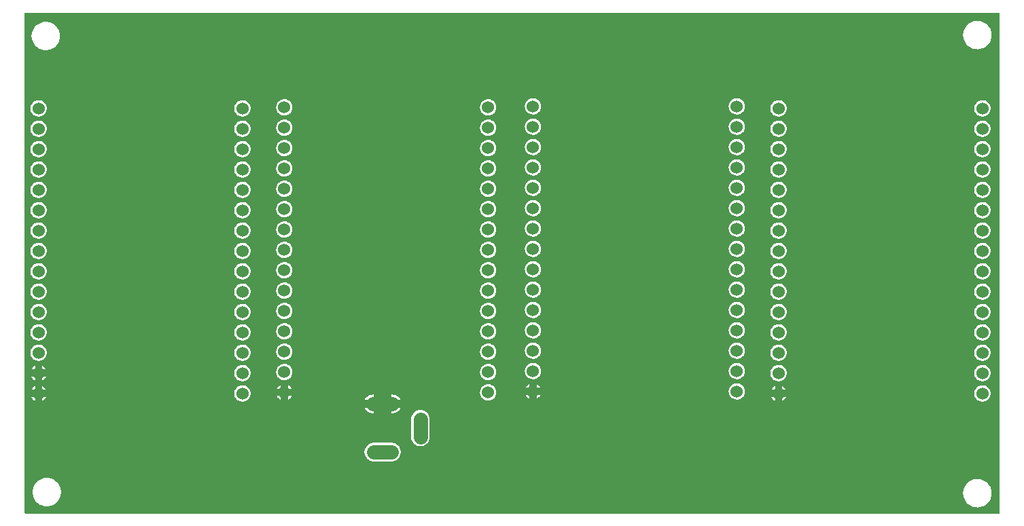
<source format=gtl>
G04 Layer: TopLayer*
G04 EasyEDA v6.4.19.5, 2021-06-03T21:19:05--4:00*
G04 414059cc890b428caf1b09701b66df98,e10cd4278cfb41548d653a77c6d3a388,10*
G04 Gerber Generator version 0.2*
G04 Scale: 100 percent, Rotated: No, Reflected: No *
G04 Dimensions in millimeters *
G04 leading zeros omitted , absolute positions ,4 integer and 5 decimal *
%FSLAX45Y45*%
%MOMM*%

%ADD11C,1.5240*%
%ADD12C,1.8000*%

%LPD*%
G36*
X35814Y-6273546D02*
G01*
X31902Y-6272784D01*
X28651Y-6270548D01*
X26416Y-6267297D01*
X25654Y-6263386D01*
X25654Y-35814D01*
X26416Y-31902D01*
X28651Y-28651D01*
X31902Y-26416D01*
X35814Y-25654D01*
X12168886Y-25654D01*
X12172797Y-26416D01*
X12176048Y-28651D01*
X12178284Y-31902D01*
X12179046Y-35814D01*
X12179046Y-6263386D01*
X12178284Y-6267297D01*
X12176048Y-6270548D01*
X12172797Y-6272784D01*
X12168886Y-6273546D01*
G37*

%LPC*%
G36*
X11904472Y-6196990D02*
G01*
X11922658Y-6195568D01*
X11940590Y-6192316D01*
X11958116Y-6187186D01*
X11975033Y-6180328D01*
X11991136Y-6171742D01*
X12006275Y-6161582D01*
X12020296Y-6149898D01*
X12033046Y-6136792D01*
X12044375Y-6122517D01*
X12054128Y-6107074D01*
X12062307Y-6090767D01*
X12068759Y-6073698D01*
X12073382Y-6056071D01*
X12076176Y-6038037D01*
X12077141Y-6019800D01*
X12076176Y-6001562D01*
X12073382Y-5983528D01*
X12068759Y-5965901D01*
X12062307Y-5948832D01*
X12054128Y-5932525D01*
X12044375Y-5917082D01*
X12033046Y-5902807D01*
X12020296Y-5889701D01*
X12006275Y-5878017D01*
X11991136Y-5867857D01*
X11975033Y-5859272D01*
X11958116Y-5852414D01*
X11940590Y-5847283D01*
X11922658Y-5844032D01*
X11904472Y-5842609D01*
X11886234Y-5843066D01*
X11868099Y-5845454D01*
X11850370Y-5849620D01*
X11833148Y-5855614D01*
X11816588Y-5863336D01*
X11800941Y-5872734D01*
X11786362Y-5883706D01*
X11772950Y-5896102D01*
X11760911Y-5909818D01*
X11750344Y-5924651D01*
X11741353Y-5940552D01*
X11734038Y-5957265D01*
X11728500Y-5974638D01*
X11724792Y-5992520D01*
X11722912Y-6010656D01*
X11722912Y-6028944D01*
X11724792Y-6047079D01*
X11728500Y-6064961D01*
X11734038Y-6082334D01*
X11741353Y-6099048D01*
X11750344Y-6114948D01*
X11760911Y-6129782D01*
X11772950Y-6143498D01*
X11786362Y-6155893D01*
X11800941Y-6166866D01*
X11816588Y-6176264D01*
X11833148Y-6183985D01*
X11850370Y-6189980D01*
X11868099Y-6194145D01*
X11886234Y-6196533D01*
G37*
G36*
X309372Y-6184290D02*
G01*
X327558Y-6182868D01*
X345490Y-6179616D01*
X363016Y-6174486D01*
X379933Y-6167628D01*
X396036Y-6159042D01*
X411175Y-6148882D01*
X425196Y-6137198D01*
X437946Y-6124092D01*
X449275Y-6109817D01*
X459028Y-6094374D01*
X467207Y-6078067D01*
X473659Y-6060998D01*
X478282Y-6043371D01*
X481076Y-6025337D01*
X482041Y-6007100D01*
X481076Y-5988862D01*
X478282Y-5970828D01*
X473659Y-5953201D01*
X467207Y-5936132D01*
X459028Y-5919825D01*
X449275Y-5904382D01*
X437946Y-5890107D01*
X425196Y-5877001D01*
X411175Y-5865317D01*
X396036Y-5855157D01*
X379933Y-5846572D01*
X363016Y-5839714D01*
X345490Y-5834583D01*
X327558Y-5831332D01*
X309372Y-5829909D01*
X291134Y-5830366D01*
X272999Y-5832754D01*
X255270Y-5836920D01*
X238048Y-5842914D01*
X221488Y-5850636D01*
X205841Y-5860034D01*
X191262Y-5871006D01*
X177850Y-5883402D01*
X165811Y-5897118D01*
X155244Y-5911951D01*
X146253Y-5927852D01*
X138938Y-5944565D01*
X133400Y-5961938D01*
X129692Y-5979820D01*
X127812Y-5997956D01*
X127812Y-6016244D01*
X129692Y-6034379D01*
X133400Y-6052261D01*
X138938Y-6069634D01*
X146253Y-6086348D01*
X155244Y-6102248D01*
X165811Y-6117082D01*
X177850Y-6130798D01*
X191262Y-6143193D01*
X205841Y-6154166D01*
X221488Y-6163564D01*
X238048Y-6171285D01*
X255270Y-6177280D01*
X272999Y-6181445D01*
X291134Y-6183833D01*
G37*
G36*
X4379569Y-5622645D02*
G01*
X4598924Y-5622645D01*
X4613706Y-5621731D01*
X4627981Y-5618988D01*
X4641799Y-5614517D01*
X4654956Y-5608320D01*
X4667199Y-5600547D01*
X4678375Y-5591302D01*
X4688332Y-5580735D01*
X4696866Y-5568950D01*
X4703876Y-5556250D01*
X4709210Y-5542737D01*
X4712817Y-5528665D01*
X4714646Y-5514289D01*
X4714646Y-5499760D01*
X4712817Y-5485333D01*
X4709210Y-5471261D01*
X4703876Y-5457748D01*
X4696866Y-5445048D01*
X4688332Y-5433314D01*
X4678375Y-5422696D01*
X4667199Y-5413451D01*
X4654956Y-5405678D01*
X4641799Y-5399481D01*
X4627981Y-5395010D01*
X4613706Y-5392267D01*
X4598924Y-5391353D01*
X4379569Y-5391353D01*
X4364736Y-5392267D01*
X4350461Y-5395010D01*
X4336643Y-5399481D01*
X4323537Y-5405678D01*
X4311243Y-5413451D01*
X4300067Y-5422696D01*
X4290161Y-5433314D01*
X4281576Y-5445048D01*
X4274616Y-5457748D01*
X4269282Y-5471261D01*
X4265625Y-5485333D01*
X4263847Y-5499760D01*
X4263847Y-5514289D01*
X4265625Y-5528665D01*
X4269282Y-5542737D01*
X4274616Y-5556250D01*
X4281576Y-5568950D01*
X4290161Y-5580735D01*
X4300067Y-5591302D01*
X4311243Y-5600547D01*
X4323537Y-5608320D01*
X4336643Y-5614517D01*
X4350461Y-5618988D01*
X4364736Y-5621731D01*
G37*
G36*
X4952288Y-5432450D02*
G01*
X4966817Y-5432450D01*
X4981244Y-5430621D01*
X4995316Y-5427014D01*
X5008778Y-5421630D01*
X5021529Y-5414670D01*
X5033264Y-5406136D01*
X5043881Y-5396179D01*
X5053126Y-5385003D01*
X5060899Y-5372709D01*
X5067096Y-5359603D01*
X5071567Y-5345785D01*
X5074310Y-5331510D01*
X5075224Y-5316728D01*
X5075224Y-5097322D01*
X5074310Y-5082540D01*
X5071567Y-5068265D01*
X5067096Y-5054447D01*
X5060899Y-5041341D01*
X5053126Y-5029047D01*
X5043881Y-5017871D01*
X5033264Y-5007914D01*
X5021529Y-4999380D01*
X5008778Y-4992420D01*
X4995316Y-4987036D01*
X4981244Y-4983429D01*
X4966817Y-4981600D01*
X4952288Y-4981600D01*
X4937912Y-4983429D01*
X4923840Y-4987036D01*
X4910328Y-4992420D01*
X4897628Y-4999380D01*
X4885842Y-5007914D01*
X4875276Y-5017871D01*
X4866030Y-5029047D01*
X4858258Y-5041341D01*
X4852060Y-5054447D01*
X4847539Y-5068265D01*
X4844846Y-5082540D01*
X4843932Y-5097322D01*
X4843932Y-5316728D01*
X4844846Y-5331510D01*
X4847539Y-5345785D01*
X4852060Y-5359603D01*
X4858258Y-5372709D01*
X4866030Y-5385003D01*
X4875276Y-5396179D01*
X4885842Y-5406136D01*
X4897628Y-5414670D01*
X4910328Y-5421630D01*
X4923840Y-5427014D01*
X4937912Y-5430621D01*
G37*
G36*
X4369562Y-5022646D02*
G01*
X4377893Y-5022646D01*
X4377893Y-4958334D01*
X4265777Y-4958334D01*
X4271619Y-4968951D01*
X4280154Y-4980736D01*
X4290060Y-4991303D01*
X4301286Y-5000548D01*
X4313529Y-5008321D01*
X4326686Y-5014518D01*
X4340453Y-5018989D01*
X4354728Y-5021732D01*
G37*
G36*
X4600600Y-5022646D02*
G01*
X4608931Y-5022646D01*
X4623714Y-5021732D01*
X4637989Y-5018989D01*
X4651806Y-5014518D01*
X4664964Y-5008321D01*
X4677206Y-5000548D01*
X4688382Y-4991303D01*
X4698339Y-4980736D01*
X4706874Y-4968951D01*
X4712716Y-4958334D01*
X4600600Y-4958334D01*
G37*
G36*
X11959996Y-4876952D02*
G01*
X11973610Y-4876495D01*
X11987022Y-4874260D01*
X11999976Y-4870246D01*
X12012320Y-4864506D01*
X12023801Y-4857191D01*
X12034215Y-4848402D01*
X12043308Y-4838293D01*
X12051030Y-4827117D01*
X12057126Y-4814976D01*
X12061596Y-4802124D01*
X12064339Y-4788763D01*
X12065254Y-4775200D01*
X12064339Y-4761636D01*
X12061596Y-4748276D01*
X12057126Y-4735423D01*
X12051030Y-4723282D01*
X12043308Y-4712106D01*
X12034215Y-4701997D01*
X12023801Y-4693208D01*
X12012320Y-4685893D01*
X11999976Y-4680153D01*
X11987022Y-4676140D01*
X11973610Y-4673904D01*
X11959996Y-4673447D01*
X11946483Y-4674768D01*
X11933224Y-4677918D01*
X11920524Y-4682845D01*
X11908586Y-4689348D01*
X11897664Y-4697425D01*
X11887860Y-4706874D01*
X11879427Y-4717592D01*
X11872518Y-4729276D01*
X11867184Y-4741773D01*
X11863628Y-4754930D01*
X11861800Y-4768392D01*
X11861800Y-4782007D01*
X11863628Y-4795469D01*
X11867184Y-4808626D01*
X11872518Y-4821123D01*
X11879427Y-4832807D01*
X11887860Y-4843526D01*
X11897664Y-4852974D01*
X11908586Y-4861052D01*
X11920524Y-4867554D01*
X11933224Y-4872482D01*
X11946483Y-4875631D01*
G37*
G36*
X2739796Y-4876952D02*
G01*
X2753410Y-4876495D01*
X2766822Y-4874260D01*
X2779776Y-4870246D01*
X2792120Y-4864506D01*
X2803601Y-4857191D01*
X2814015Y-4848402D01*
X2823108Y-4838293D01*
X2830830Y-4827117D01*
X2836926Y-4814976D01*
X2841396Y-4802124D01*
X2844139Y-4788763D01*
X2845054Y-4775200D01*
X2844139Y-4761636D01*
X2841396Y-4748276D01*
X2836926Y-4735423D01*
X2830830Y-4723282D01*
X2823108Y-4712106D01*
X2814015Y-4701997D01*
X2803601Y-4693208D01*
X2792120Y-4685893D01*
X2779776Y-4680153D01*
X2766822Y-4676140D01*
X2753410Y-4673904D01*
X2739796Y-4673447D01*
X2726283Y-4674768D01*
X2713024Y-4677918D01*
X2700324Y-4682845D01*
X2688386Y-4689348D01*
X2677464Y-4697425D01*
X2667660Y-4706874D01*
X2659227Y-4717592D01*
X2652318Y-4729276D01*
X2646984Y-4741773D01*
X2643428Y-4754930D01*
X2641600Y-4768392D01*
X2641600Y-4782007D01*
X2643428Y-4795469D01*
X2646984Y-4808626D01*
X2652318Y-4821123D01*
X2659227Y-4832807D01*
X2667660Y-4843526D01*
X2677464Y-4852974D01*
X2688386Y-4861052D01*
X2700324Y-4867554D01*
X2713024Y-4872482D01*
X2726283Y-4875631D01*
G37*
G36*
X158750Y-4866690D02*
G01*
X158750Y-4819650D01*
X111709Y-4819650D01*
X112318Y-4821123D01*
X119227Y-4832807D01*
X127660Y-4843526D01*
X137464Y-4852974D01*
X148386Y-4861052D01*
G37*
G36*
X9378950Y-4866690D02*
G01*
X9378950Y-4819650D01*
X9331909Y-4819650D01*
X9332518Y-4821123D01*
X9339427Y-4832807D01*
X9347860Y-4843526D01*
X9357664Y-4852974D01*
X9368586Y-4861052D01*
G37*
G36*
X9467850Y-4866589D02*
G01*
X9472320Y-4864506D01*
X9483801Y-4857191D01*
X9494215Y-4848402D01*
X9503308Y-4838293D01*
X9511030Y-4827117D01*
X9514789Y-4819650D01*
X9467850Y-4819650D01*
G37*
G36*
X247650Y-4866589D02*
G01*
X252120Y-4864506D01*
X263601Y-4857191D01*
X274015Y-4848402D01*
X283108Y-4838293D01*
X290830Y-4827117D01*
X294589Y-4819650D01*
X247650Y-4819650D01*
G37*
G36*
X5800496Y-4864252D02*
G01*
X5814110Y-4863795D01*
X5827522Y-4861560D01*
X5840476Y-4857546D01*
X5852820Y-4851806D01*
X5864301Y-4844491D01*
X5874715Y-4835702D01*
X5883808Y-4825593D01*
X5891530Y-4814417D01*
X5897626Y-4802276D01*
X5902096Y-4789424D01*
X5904839Y-4776063D01*
X5905754Y-4762500D01*
X5904839Y-4748936D01*
X5902096Y-4735576D01*
X5897626Y-4722723D01*
X5891530Y-4710582D01*
X5883808Y-4699406D01*
X5874715Y-4689297D01*
X5864301Y-4680508D01*
X5852820Y-4673193D01*
X5840476Y-4667453D01*
X5827522Y-4663440D01*
X5814110Y-4661204D01*
X5800496Y-4660747D01*
X5786983Y-4662068D01*
X5773724Y-4665218D01*
X5761024Y-4670145D01*
X5749086Y-4676648D01*
X5738164Y-4684725D01*
X5728360Y-4694174D01*
X5719927Y-4704892D01*
X5713018Y-4716576D01*
X5707684Y-4729073D01*
X5704128Y-4742230D01*
X5702300Y-4755692D01*
X5702300Y-4769307D01*
X5704128Y-4782769D01*
X5707684Y-4795926D01*
X5713018Y-4808423D01*
X5719927Y-4820107D01*
X5728360Y-4830826D01*
X5738164Y-4840274D01*
X5749086Y-4848352D01*
X5761024Y-4854854D01*
X5773724Y-4859782D01*
X5786983Y-4862931D01*
G37*
G36*
X4600600Y-4855667D02*
G01*
X4712716Y-4855667D01*
X4706874Y-4845050D01*
X4698339Y-4833315D01*
X4688382Y-4822698D01*
X4677206Y-4813452D01*
X4664964Y-4805680D01*
X4651806Y-4799482D01*
X4637989Y-4795012D01*
X4623714Y-4792268D01*
X4608931Y-4791354D01*
X4600600Y-4791354D01*
G37*
G36*
X4265777Y-4855667D02*
G01*
X4377893Y-4855667D01*
X4377893Y-4791354D01*
X4369562Y-4791354D01*
X4354728Y-4792268D01*
X4340453Y-4795012D01*
X4326686Y-4799482D01*
X4313529Y-4805680D01*
X4301286Y-4813452D01*
X4290060Y-4822698D01*
X4280154Y-4833315D01*
X4271619Y-4845050D01*
G37*
G36*
X3219450Y-4853990D02*
G01*
X3219450Y-4806950D01*
X3172409Y-4806950D01*
X3173018Y-4808423D01*
X3179927Y-4820107D01*
X3188360Y-4830826D01*
X3198164Y-4840274D01*
X3209086Y-4848352D01*
G37*
G36*
X3308350Y-4853889D02*
G01*
X3312820Y-4851806D01*
X3324301Y-4844491D01*
X3334715Y-4835702D01*
X3343808Y-4825593D01*
X3351529Y-4814417D01*
X3355289Y-4806950D01*
X3308350Y-4806950D01*
G37*
G36*
X8899296Y-4851552D02*
G01*
X8912910Y-4851095D01*
X8926322Y-4848860D01*
X8939276Y-4844846D01*
X8951620Y-4839106D01*
X8963101Y-4831791D01*
X8973515Y-4823002D01*
X8982608Y-4812893D01*
X8990330Y-4801717D01*
X8996426Y-4789576D01*
X9000896Y-4776724D01*
X9003639Y-4763363D01*
X9004554Y-4749800D01*
X9003639Y-4736236D01*
X9000896Y-4722876D01*
X8996426Y-4710023D01*
X8990330Y-4697882D01*
X8982608Y-4686706D01*
X8973515Y-4676597D01*
X8963101Y-4667808D01*
X8951620Y-4660493D01*
X8939276Y-4654753D01*
X8926322Y-4650740D01*
X8912910Y-4648504D01*
X8899296Y-4648047D01*
X8885783Y-4649368D01*
X8872524Y-4652518D01*
X8859824Y-4657445D01*
X8847886Y-4663948D01*
X8836964Y-4672025D01*
X8827160Y-4681474D01*
X8818727Y-4692192D01*
X8811818Y-4703876D01*
X8806484Y-4716373D01*
X8802928Y-4729530D01*
X8801100Y-4742992D01*
X8801100Y-4756607D01*
X8802928Y-4770069D01*
X8806484Y-4783226D01*
X8811818Y-4795723D01*
X8818727Y-4807407D01*
X8827160Y-4818126D01*
X8836964Y-4827574D01*
X8847886Y-4835652D01*
X8859824Y-4842154D01*
X8872524Y-4847082D01*
X8885783Y-4850231D01*
G37*
G36*
X6318250Y-4841290D02*
G01*
X6318250Y-4794250D01*
X6271209Y-4794250D01*
X6271818Y-4795723D01*
X6278727Y-4807407D01*
X6287160Y-4818126D01*
X6296964Y-4827574D01*
X6307886Y-4835652D01*
G37*
G36*
X6407150Y-4841189D02*
G01*
X6411620Y-4839106D01*
X6423101Y-4831791D01*
X6433515Y-4823002D01*
X6442608Y-4812893D01*
X6450330Y-4801717D01*
X6454089Y-4794250D01*
X6407150Y-4794250D01*
G37*
G36*
X9467850Y-4730750D02*
G01*
X9514789Y-4730750D01*
X9511030Y-4723282D01*
X9503308Y-4712106D01*
X9494215Y-4701997D01*
X9483801Y-4693208D01*
X9472320Y-4685893D01*
X9467850Y-4683810D01*
G37*
G36*
X247650Y-4730750D02*
G01*
X294589Y-4730750D01*
X290830Y-4723282D01*
X283108Y-4712106D01*
X274015Y-4701997D01*
X263601Y-4693208D01*
X252120Y-4685893D01*
X247650Y-4683810D01*
G37*
G36*
X111709Y-4730750D02*
G01*
X158750Y-4730750D01*
X158750Y-4683709D01*
X148386Y-4689348D01*
X137464Y-4697425D01*
X127660Y-4706874D01*
X119227Y-4717592D01*
X112318Y-4729276D01*
G37*
G36*
X9331909Y-4730750D02*
G01*
X9378950Y-4730750D01*
X9378950Y-4683709D01*
X9368586Y-4689348D01*
X9357664Y-4697425D01*
X9347860Y-4706874D01*
X9339427Y-4717592D01*
X9332518Y-4729276D01*
G37*
G36*
X3308350Y-4718050D02*
G01*
X3355289Y-4718050D01*
X3351529Y-4710582D01*
X3343808Y-4699406D01*
X3334715Y-4689297D01*
X3324301Y-4680508D01*
X3312820Y-4673193D01*
X3308350Y-4671110D01*
G37*
G36*
X3172409Y-4718050D02*
G01*
X3219450Y-4718050D01*
X3219450Y-4671009D01*
X3209086Y-4676648D01*
X3198164Y-4684725D01*
X3188360Y-4694174D01*
X3179927Y-4704892D01*
X3173018Y-4716576D01*
G37*
G36*
X6407150Y-4705350D02*
G01*
X6454089Y-4705350D01*
X6450330Y-4697882D01*
X6442608Y-4686706D01*
X6433515Y-4676597D01*
X6423101Y-4667808D01*
X6411620Y-4660493D01*
X6407150Y-4658410D01*
G37*
G36*
X6271209Y-4705350D02*
G01*
X6318250Y-4705350D01*
X6318250Y-4658309D01*
X6307886Y-4663948D01*
X6296964Y-4672025D01*
X6287160Y-4681474D01*
X6278727Y-4692192D01*
X6271818Y-4703876D01*
G37*
G36*
X9419996Y-4622952D02*
G01*
X9433610Y-4622495D01*
X9447022Y-4620260D01*
X9459976Y-4616246D01*
X9472320Y-4610506D01*
X9483801Y-4603191D01*
X9494215Y-4594402D01*
X9503308Y-4584293D01*
X9511030Y-4573117D01*
X9517126Y-4560976D01*
X9521596Y-4548124D01*
X9524339Y-4534763D01*
X9525254Y-4521200D01*
X9524339Y-4507636D01*
X9521596Y-4494276D01*
X9517126Y-4481423D01*
X9511030Y-4469282D01*
X9503308Y-4458106D01*
X9494215Y-4447997D01*
X9483801Y-4439208D01*
X9472320Y-4431893D01*
X9459976Y-4426153D01*
X9447022Y-4422140D01*
X9433610Y-4419904D01*
X9419996Y-4419447D01*
X9406483Y-4420768D01*
X9393224Y-4423918D01*
X9380524Y-4428845D01*
X9368586Y-4435348D01*
X9357664Y-4443425D01*
X9347860Y-4452874D01*
X9339427Y-4463592D01*
X9332518Y-4475276D01*
X9327184Y-4487773D01*
X9323628Y-4500930D01*
X9321800Y-4514392D01*
X9321800Y-4528007D01*
X9323628Y-4541469D01*
X9327184Y-4554626D01*
X9332518Y-4567123D01*
X9339427Y-4578807D01*
X9347860Y-4589526D01*
X9357664Y-4598974D01*
X9368586Y-4607052D01*
X9380524Y-4613554D01*
X9393224Y-4618482D01*
X9406483Y-4621631D01*
G37*
G36*
X11959996Y-4622952D02*
G01*
X11973610Y-4622495D01*
X11987022Y-4620260D01*
X11999976Y-4616246D01*
X12012320Y-4610506D01*
X12023801Y-4603191D01*
X12034215Y-4594402D01*
X12043308Y-4584293D01*
X12051030Y-4573117D01*
X12057126Y-4560976D01*
X12061596Y-4548124D01*
X12064339Y-4534763D01*
X12065254Y-4521200D01*
X12064339Y-4507636D01*
X12061596Y-4494276D01*
X12057126Y-4481423D01*
X12051030Y-4469282D01*
X12043308Y-4458106D01*
X12034215Y-4447997D01*
X12023801Y-4439208D01*
X12012320Y-4431893D01*
X11999976Y-4426153D01*
X11987022Y-4422140D01*
X11973610Y-4419904D01*
X11959996Y-4419447D01*
X11946483Y-4420768D01*
X11933224Y-4423918D01*
X11920524Y-4428845D01*
X11908586Y-4435348D01*
X11897664Y-4443425D01*
X11887860Y-4452874D01*
X11879427Y-4463592D01*
X11872518Y-4475276D01*
X11867184Y-4487773D01*
X11863628Y-4500930D01*
X11861800Y-4514392D01*
X11861800Y-4528007D01*
X11863628Y-4541469D01*
X11867184Y-4554626D01*
X11872518Y-4567123D01*
X11879427Y-4578807D01*
X11887860Y-4589526D01*
X11897664Y-4598974D01*
X11908586Y-4607052D01*
X11920524Y-4613554D01*
X11933224Y-4618482D01*
X11946483Y-4621631D01*
G37*
G36*
X2739796Y-4622952D02*
G01*
X2753410Y-4622495D01*
X2766822Y-4620260D01*
X2779776Y-4616246D01*
X2792120Y-4610506D01*
X2803601Y-4603191D01*
X2814015Y-4594402D01*
X2823108Y-4584293D01*
X2830830Y-4573117D01*
X2836926Y-4560976D01*
X2841396Y-4548124D01*
X2844139Y-4534763D01*
X2845054Y-4521200D01*
X2844139Y-4507636D01*
X2841396Y-4494276D01*
X2836926Y-4481423D01*
X2830830Y-4469282D01*
X2823108Y-4458106D01*
X2814015Y-4447997D01*
X2803601Y-4439208D01*
X2792120Y-4431893D01*
X2779776Y-4426153D01*
X2766822Y-4422140D01*
X2753410Y-4419904D01*
X2739796Y-4419447D01*
X2726283Y-4420768D01*
X2713024Y-4423918D01*
X2700324Y-4428845D01*
X2688386Y-4435348D01*
X2677464Y-4443425D01*
X2667660Y-4452874D01*
X2659227Y-4463592D01*
X2652318Y-4475276D01*
X2646984Y-4487773D01*
X2643428Y-4500930D01*
X2641600Y-4514392D01*
X2641600Y-4528007D01*
X2643428Y-4541469D01*
X2646984Y-4554626D01*
X2652318Y-4567123D01*
X2659227Y-4578807D01*
X2667660Y-4589526D01*
X2677464Y-4598974D01*
X2688386Y-4607052D01*
X2700324Y-4613554D01*
X2713024Y-4618482D01*
X2726283Y-4621631D01*
G37*
G36*
X158750Y-4612690D02*
G01*
X158750Y-4565650D01*
X111709Y-4565650D01*
X112318Y-4567123D01*
X119227Y-4578807D01*
X127660Y-4589526D01*
X137464Y-4598974D01*
X148386Y-4607052D01*
G37*
G36*
X247650Y-4612589D02*
G01*
X252120Y-4610506D01*
X263601Y-4603191D01*
X274015Y-4594402D01*
X283108Y-4584293D01*
X290830Y-4573117D01*
X294589Y-4565650D01*
X247650Y-4565650D01*
G37*
G36*
X5800496Y-4610252D02*
G01*
X5814110Y-4609795D01*
X5827522Y-4607560D01*
X5840476Y-4603546D01*
X5852820Y-4597806D01*
X5864301Y-4590491D01*
X5874715Y-4581702D01*
X5883808Y-4571593D01*
X5891530Y-4560417D01*
X5897626Y-4548276D01*
X5902096Y-4535424D01*
X5904839Y-4522063D01*
X5905754Y-4508500D01*
X5904839Y-4494936D01*
X5902096Y-4481576D01*
X5897626Y-4468723D01*
X5891530Y-4456582D01*
X5883808Y-4445406D01*
X5874715Y-4435297D01*
X5864301Y-4426508D01*
X5852820Y-4419193D01*
X5840476Y-4413453D01*
X5827522Y-4409440D01*
X5814110Y-4407204D01*
X5800496Y-4406747D01*
X5786983Y-4408068D01*
X5773724Y-4411218D01*
X5761024Y-4416145D01*
X5749086Y-4422648D01*
X5738164Y-4430725D01*
X5728360Y-4440174D01*
X5719927Y-4450892D01*
X5713018Y-4462576D01*
X5707684Y-4475073D01*
X5704128Y-4488230D01*
X5702300Y-4501692D01*
X5702300Y-4515307D01*
X5704128Y-4528769D01*
X5707684Y-4541926D01*
X5713018Y-4554423D01*
X5719927Y-4566107D01*
X5728360Y-4576826D01*
X5738164Y-4586274D01*
X5749086Y-4594352D01*
X5761024Y-4600854D01*
X5773724Y-4605782D01*
X5786983Y-4608931D01*
G37*
G36*
X3260496Y-4610252D02*
G01*
X3274110Y-4609795D01*
X3287522Y-4607560D01*
X3300476Y-4603546D01*
X3312820Y-4597806D01*
X3324301Y-4590491D01*
X3334715Y-4581702D01*
X3343808Y-4571593D01*
X3351529Y-4560417D01*
X3357626Y-4548276D01*
X3362096Y-4535424D01*
X3364839Y-4522063D01*
X3365754Y-4508500D01*
X3364839Y-4494936D01*
X3362096Y-4481576D01*
X3357626Y-4468723D01*
X3351529Y-4456582D01*
X3343808Y-4445406D01*
X3334715Y-4435297D01*
X3324301Y-4426508D01*
X3312820Y-4419193D01*
X3300476Y-4413453D01*
X3287522Y-4409440D01*
X3274110Y-4407204D01*
X3260496Y-4406747D01*
X3246983Y-4408068D01*
X3233724Y-4411218D01*
X3221024Y-4416145D01*
X3209086Y-4422648D01*
X3198164Y-4430725D01*
X3188360Y-4440174D01*
X3179927Y-4450892D01*
X3173018Y-4462576D01*
X3167684Y-4475073D01*
X3164128Y-4488230D01*
X3162300Y-4501692D01*
X3162300Y-4515307D01*
X3164128Y-4528769D01*
X3167684Y-4541926D01*
X3173018Y-4554423D01*
X3179927Y-4566107D01*
X3188360Y-4576826D01*
X3198164Y-4586274D01*
X3209086Y-4594352D01*
X3221024Y-4600854D01*
X3233724Y-4605782D01*
X3246983Y-4608931D01*
G37*
G36*
X6359296Y-4597552D02*
G01*
X6372910Y-4597095D01*
X6386322Y-4594860D01*
X6399276Y-4590846D01*
X6411620Y-4585106D01*
X6423101Y-4577791D01*
X6433515Y-4569002D01*
X6442608Y-4558893D01*
X6450330Y-4547717D01*
X6456426Y-4535576D01*
X6460896Y-4522724D01*
X6463639Y-4509363D01*
X6464554Y-4495800D01*
X6463639Y-4482236D01*
X6460896Y-4468876D01*
X6456426Y-4456023D01*
X6450330Y-4443882D01*
X6442608Y-4432706D01*
X6433515Y-4422597D01*
X6423101Y-4413808D01*
X6411620Y-4406493D01*
X6399276Y-4400753D01*
X6386322Y-4396740D01*
X6372910Y-4394504D01*
X6359296Y-4394047D01*
X6345783Y-4395368D01*
X6332524Y-4398518D01*
X6319824Y-4403445D01*
X6307886Y-4409948D01*
X6296964Y-4418025D01*
X6287160Y-4427474D01*
X6278727Y-4438192D01*
X6271818Y-4449876D01*
X6266484Y-4462373D01*
X6262928Y-4475530D01*
X6261100Y-4488992D01*
X6261100Y-4502607D01*
X6262928Y-4516069D01*
X6266484Y-4529226D01*
X6271818Y-4541723D01*
X6278727Y-4553407D01*
X6287160Y-4564126D01*
X6296964Y-4573574D01*
X6307886Y-4581652D01*
X6319824Y-4588154D01*
X6332524Y-4593082D01*
X6345783Y-4596231D01*
G37*
G36*
X8899296Y-4597552D02*
G01*
X8912910Y-4597095D01*
X8926322Y-4594860D01*
X8939276Y-4590846D01*
X8951620Y-4585106D01*
X8963101Y-4577791D01*
X8973515Y-4569002D01*
X8982608Y-4558893D01*
X8990330Y-4547717D01*
X8996426Y-4535576D01*
X9000896Y-4522724D01*
X9003639Y-4509363D01*
X9004554Y-4495800D01*
X9003639Y-4482236D01*
X9000896Y-4468876D01*
X8996426Y-4456023D01*
X8990330Y-4443882D01*
X8982608Y-4432706D01*
X8973515Y-4422597D01*
X8963101Y-4413808D01*
X8951620Y-4406493D01*
X8939276Y-4400753D01*
X8926322Y-4396740D01*
X8912910Y-4394504D01*
X8899296Y-4394047D01*
X8885783Y-4395368D01*
X8872524Y-4398518D01*
X8859824Y-4403445D01*
X8847886Y-4409948D01*
X8836964Y-4418025D01*
X8827160Y-4427474D01*
X8818727Y-4438192D01*
X8811818Y-4449876D01*
X8806484Y-4462373D01*
X8802928Y-4475530D01*
X8801100Y-4488992D01*
X8801100Y-4502607D01*
X8802928Y-4516069D01*
X8806484Y-4529226D01*
X8811818Y-4541723D01*
X8818727Y-4553407D01*
X8827160Y-4564126D01*
X8836964Y-4573574D01*
X8847886Y-4581652D01*
X8859824Y-4588154D01*
X8872524Y-4593082D01*
X8885783Y-4596231D01*
G37*
G36*
X247650Y-4476750D02*
G01*
X294589Y-4476750D01*
X290830Y-4469282D01*
X283108Y-4458106D01*
X274015Y-4447997D01*
X263601Y-4439208D01*
X252120Y-4431893D01*
X247650Y-4429810D01*
G37*
G36*
X111709Y-4476750D02*
G01*
X158750Y-4476750D01*
X158750Y-4429709D01*
X148386Y-4435348D01*
X137464Y-4443425D01*
X127660Y-4452874D01*
X119227Y-4463592D01*
X112318Y-4475276D01*
G37*
G36*
X199796Y-4368952D02*
G01*
X213410Y-4368495D01*
X226821Y-4366260D01*
X239775Y-4362246D01*
X252120Y-4356506D01*
X263601Y-4349191D01*
X274015Y-4340402D01*
X283108Y-4330293D01*
X290830Y-4319117D01*
X296926Y-4306976D01*
X301396Y-4294124D01*
X304139Y-4280763D01*
X305054Y-4267200D01*
X304139Y-4253636D01*
X301396Y-4240276D01*
X296926Y-4227423D01*
X290830Y-4215282D01*
X283108Y-4204106D01*
X274015Y-4193997D01*
X263601Y-4185208D01*
X252120Y-4177893D01*
X239775Y-4172153D01*
X226821Y-4168140D01*
X213410Y-4165904D01*
X199796Y-4165447D01*
X186283Y-4166768D01*
X173024Y-4169918D01*
X160324Y-4174845D01*
X148386Y-4181348D01*
X137464Y-4189425D01*
X127660Y-4198874D01*
X119227Y-4209592D01*
X112318Y-4221276D01*
X106984Y-4233773D01*
X103428Y-4246930D01*
X101600Y-4260392D01*
X101600Y-4274007D01*
X103428Y-4287469D01*
X106984Y-4300626D01*
X112318Y-4313123D01*
X119227Y-4324807D01*
X127660Y-4335526D01*
X137464Y-4344974D01*
X148386Y-4353052D01*
X160324Y-4359554D01*
X173024Y-4364482D01*
X186283Y-4367631D01*
G37*
G36*
X11959996Y-4368952D02*
G01*
X11973610Y-4368495D01*
X11987022Y-4366260D01*
X11999976Y-4362246D01*
X12012320Y-4356506D01*
X12023801Y-4349191D01*
X12034215Y-4340402D01*
X12043308Y-4330293D01*
X12051030Y-4319117D01*
X12057126Y-4306976D01*
X12061596Y-4294124D01*
X12064339Y-4280763D01*
X12065254Y-4267200D01*
X12064339Y-4253636D01*
X12061596Y-4240276D01*
X12057126Y-4227423D01*
X12051030Y-4215282D01*
X12043308Y-4204106D01*
X12034215Y-4193997D01*
X12023801Y-4185208D01*
X12012320Y-4177893D01*
X11999976Y-4172153D01*
X11987022Y-4168140D01*
X11973610Y-4165904D01*
X11959996Y-4165447D01*
X11946483Y-4166768D01*
X11933224Y-4169918D01*
X11920524Y-4174845D01*
X11908586Y-4181348D01*
X11897664Y-4189425D01*
X11887860Y-4198874D01*
X11879427Y-4209592D01*
X11872518Y-4221276D01*
X11867184Y-4233773D01*
X11863628Y-4246930D01*
X11861800Y-4260392D01*
X11861800Y-4274007D01*
X11863628Y-4287469D01*
X11867184Y-4300626D01*
X11872518Y-4313123D01*
X11879427Y-4324807D01*
X11887860Y-4335526D01*
X11897664Y-4344974D01*
X11908586Y-4353052D01*
X11920524Y-4359554D01*
X11933224Y-4364482D01*
X11946483Y-4367631D01*
G37*
G36*
X9419996Y-4368952D02*
G01*
X9433610Y-4368495D01*
X9447022Y-4366260D01*
X9459976Y-4362246D01*
X9472320Y-4356506D01*
X9483801Y-4349191D01*
X9494215Y-4340402D01*
X9503308Y-4330293D01*
X9511030Y-4319117D01*
X9517126Y-4306976D01*
X9521596Y-4294124D01*
X9524339Y-4280763D01*
X9525254Y-4267200D01*
X9524339Y-4253636D01*
X9521596Y-4240276D01*
X9517126Y-4227423D01*
X9511030Y-4215282D01*
X9503308Y-4204106D01*
X9494215Y-4193997D01*
X9483801Y-4185208D01*
X9472320Y-4177893D01*
X9459976Y-4172153D01*
X9447022Y-4168140D01*
X9433610Y-4165904D01*
X9419996Y-4165447D01*
X9406483Y-4166768D01*
X9393224Y-4169918D01*
X9380524Y-4174845D01*
X9368586Y-4181348D01*
X9357664Y-4189425D01*
X9347860Y-4198874D01*
X9339427Y-4209592D01*
X9332518Y-4221276D01*
X9327184Y-4233773D01*
X9323628Y-4246930D01*
X9321800Y-4260392D01*
X9321800Y-4274007D01*
X9323628Y-4287469D01*
X9327184Y-4300626D01*
X9332518Y-4313123D01*
X9339427Y-4324807D01*
X9347860Y-4335526D01*
X9357664Y-4344974D01*
X9368586Y-4353052D01*
X9380524Y-4359554D01*
X9393224Y-4364482D01*
X9406483Y-4367631D01*
G37*
G36*
X2739796Y-4368952D02*
G01*
X2753410Y-4368495D01*
X2766822Y-4366260D01*
X2779776Y-4362246D01*
X2792120Y-4356506D01*
X2803601Y-4349191D01*
X2814015Y-4340402D01*
X2823108Y-4330293D01*
X2830830Y-4319117D01*
X2836926Y-4306976D01*
X2841396Y-4294124D01*
X2844139Y-4280763D01*
X2845054Y-4267200D01*
X2844139Y-4253636D01*
X2841396Y-4240276D01*
X2836926Y-4227423D01*
X2830830Y-4215282D01*
X2823108Y-4204106D01*
X2814015Y-4193997D01*
X2803601Y-4185208D01*
X2792120Y-4177893D01*
X2779776Y-4172153D01*
X2766822Y-4168140D01*
X2753410Y-4165904D01*
X2739796Y-4165447D01*
X2726283Y-4166768D01*
X2713024Y-4169918D01*
X2700324Y-4174845D01*
X2688386Y-4181348D01*
X2677464Y-4189425D01*
X2667660Y-4198874D01*
X2659227Y-4209592D01*
X2652318Y-4221276D01*
X2646984Y-4233773D01*
X2643428Y-4246930D01*
X2641600Y-4260392D01*
X2641600Y-4274007D01*
X2643428Y-4287469D01*
X2646984Y-4300626D01*
X2652318Y-4313123D01*
X2659227Y-4324807D01*
X2667660Y-4335526D01*
X2677464Y-4344974D01*
X2688386Y-4353052D01*
X2700324Y-4359554D01*
X2713024Y-4364482D01*
X2726283Y-4367631D01*
G37*
G36*
X3260496Y-4356252D02*
G01*
X3274110Y-4355795D01*
X3287522Y-4353560D01*
X3300476Y-4349546D01*
X3312820Y-4343806D01*
X3324301Y-4336491D01*
X3334715Y-4327702D01*
X3343808Y-4317593D01*
X3351529Y-4306417D01*
X3357626Y-4294276D01*
X3362096Y-4281424D01*
X3364839Y-4268063D01*
X3365754Y-4254500D01*
X3364839Y-4240936D01*
X3362096Y-4227576D01*
X3357626Y-4214723D01*
X3351529Y-4202582D01*
X3343808Y-4191406D01*
X3334715Y-4181297D01*
X3324301Y-4172508D01*
X3312820Y-4165193D01*
X3300476Y-4159453D01*
X3287522Y-4155440D01*
X3274110Y-4153204D01*
X3260496Y-4152747D01*
X3246983Y-4154068D01*
X3233724Y-4157218D01*
X3221024Y-4162145D01*
X3209086Y-4168648D01*
X3198164Y-4176725D01*
X3188360Y-4186174D01*
X3179927Y-4196892D01*
X3173018Y-4208576D01*
X3167684Y-4221073D01*
X3164128Y-4234230D01*
X3162300Y-4247692D01*
X3162300Y-4261307D01*
X3164128Y-4274769D01*
X3167684Y-4287926D01*
X3173018Y-4300423D01*
X3179927Y-4312107D01*
X3188360Y-4322826D01*
X3198164Y-4332274D01*
X3209086Y-4340352D01*
X3221024Y-4346854D01*
X3233724Y-4351782D01*
X3246983Y-4354931D01*
G37*
G36*
X5800496Y-4356252D02*
G01*
X5814110Y-4355795D01*
X5827522Y-4353560D01*
X5840476Y-4349546D01*
X5852820Y-4343806D01*
X5864301Y-4336491D01*
X5874715Y-4327702D01*
X5883808Y-4317593D01*
X5891530Y-4306417D01*
X5897626Y-4294276D01*
X5902096Y-4281424D01*
X5904839Y-4268063D01*
X5905754Y-4254500D01*
X5904839Y-4240936D01*
X5902096Y-4227576D01*
X5897626Y-4214723D01*
X5891530Y-4202582D01*
X5883808Y-4191406D01*
X5874715Y-4181297D01*
X5864301Y-4172508D01*
X5852820Y-4165193D01*
X5840476Y-4159453D01*
X5827522Y-4155440D01*
X5814110Y-4153204D01*
X5800496Y-4152747D01*
X5786983Y-4154068D01*
X5773724Y-4157218D01*
X5761024Y-4162145D01*
X5749086Y-4168648D01*
X5738164Y-4176725D01*
X5728360Y-4186174D01*
X5719927Y-4196892D01*
X5713018Y-4208576D01*
X5707684Y-4221073D01*
X5704128Y-4234230D01*
X5702300Y-4247692D01*
X5702300Y-4261307D01*
X5704128Y-4274769D01*
X5707684Y-4287926D01*
X5713018Y-4300423D01*
X5719927Y-4312107D01*
X5728360Y-4322826D01*
X5738164Y-4332274D01*
X5749086Y-4340352D01*
X5761024Y-4346854D01*
X5773724Y-4351782D01*
X5786983Y-4354931D01*
G37*
G36*
X6359296Y-4343552D02*
G01*
X6372910Y-4343095D01*
X6386322Y-4340860D01*
X6399276Y-4336846D01*
X6411620Y-4331106D01*
X6423101Y-4323791D01*
X6433515Y-4315002D01*
X6442608Y-4304893D01*
X6450330Y-4293717D01*
X6456426Y-4281576D01*
X6460896Y-4268724D01*
X6463639Y-4255363D01*
X6464554Y-4241800D01*
X6463639Y-4228236D01*
X6460896Y-4214876D01*
X6456426Y-4202023D01*
X6450330Y-4189882D01*
X6442608Y-4178706D01*
X6433515Y-4168597D01*
X6423101Y-4159808D01*
X6411620Y-4152493D01*
X6399276Y-4146753D01*
X6386322Y-4142740D01*
X6372910Y-4140504D01*
X6359296Y-4140047D01*
X6345783Y-4141368D01*
X6332524Y-4144518D01*
X6319824Y-4149445D01*
X6307886Y-4155948D01*
X6296964Y-4164025D01*
X6287160Y-4173474D01*
X6278727Y-4184192D01*
X6271818Y-4195876D01*
X6266484Y-4208373D01*
X6262928Y-4221530D01*
X6261100Y-4234992D01*
X6261100Y-4248607D01*
X6262928Y-4262069D01*
X6266484Y-4275226D01*
X6271818Y-4287723D01*
X6278727Y-4299407D01*
X6287160Y-4310126D01*
X6296964Y-4319574D01*
X6307886Y-4327652D01*
X6319824Y-4334154D01*
X6332524Y-4339082D01*
X6345783Y-4342231D01*
G37*
G36*
X8899296Y-4343552D02*
G01*
X8912910Y-4343095D01*
X8926322Y-4340860D01*
X8939276Y-4336846D01*
X8951620Y-4331106D01*
X8963101Y-4323791D01*
X8973515Y-4315002D01*
X8982608Y-4304893D01*
X8990330Y-4293717D01*
X8996426Y-4281576D01*
X9000896Y-4268724D01*
X9003639Y-4255363D01*
X9004554Y-4241800D01*
X9003639Y-4228236D01*
X9000896Y-4214876D01*
X8996426Y-4202023D01*
X8990330Y-4189882D01*
X8982608Y-4178706D01*
X8973515Y-4168597D01*
X8963101Y-4159808D01*
X8951620Y-4152493D01*
X8939276Y-4146753D01*
X8926322Y-4142740D01*
X8912910Y-4140504D01*
X8899296Y-4140047D01*
X8885783Y-4141368D01*
X8872524Y-4144518D01*
X8859824Y-4149445D01*
X8847886Y-4155948D01*
X8836964Y-4164025D01*
X8827160Y-4173474D01*
X8818727Y-4184192D01*
X8811818Y-4195876D01*
X8806484Y-4208373D01*
X8802928Y-4221530D01*
X8801100Y-4234992D01*
X8801100Y-4248607D01*
X8802928Y-4262069D01*
X8806484Y-4275226D01*
X8811818Y-4287723D01*
X8818727Y-4299407D01*
X8827160Y-4310126D01*
X8836964Y-4319574D01*
X8847886Y-4327652D01*
X8859824Y-4334154D01*
X8872524Y-4339082D01*
X8885783Y-4342231D01*
G37*
G36*
X199796Y-4114952D02*
G01*
X213410Y-4114495D01*
X226821Y-4112260D01*
X239775Y-4108246D01*
X252120Y-4102506D01*
X263601Y-4095191D01*
X274015Y-4086402D01*
X283108Y-4076293D01*
X290830Y-4065117D01*
X296926Y-4052976D01*
X301396Y-4040124D01*
X304139Y-4026763D01*
X305054Y-4013200D01*
X304139Y-3999636D01*
X301396Y-3986276D01*
X296926Y-3973423D01*
X290830Y-3961282D01*
X283108Y-3950106D01*
X274015Y-3939997D01*
X263601Y-3931208D01*
X252120Y-3923893D01*
X239775Y-3918153D01*
X226821Y-3914140D01*
X213410Y-3911904D01*
X199796Y-3911447D01*
X186283Y-3912768D01*
X173024Y-3915918D01*
X160324Y-3920845D01*
X148386Y-3927348D01*
X137464Y-3935425D01*
X127660Y-3944874D01*
X119227Y-3955592D01*
X112318Y-3967276D01*
X106984Y-3979773D01*
X103428Y-3992930D01*
X101600Y-4006392D01*
X101600Y-4020007D01*
X103428Y-4033469D01*
X106984Y-4046626D01*
X112318Y-4059123D01*
X119227Y-4070807D01*
X127660Y-4081526D01*
X137464Y-4090974D01*
X148386Y-4099051D01*
X160324Y-4105554D01*
X173024Y-4110482D01*
X186283Y-4113631D01*
G37*
G36*
X2739796Y-4114952D02*
G01*
X2753410Y-4114495D01*
X2766822Y-4112260D01*
X2779776Y-4108246D01*
X2792120Y-4102506D01*
X2803601Y-4095191D01*
X2814015Y-4086402D01*
X2823108Y-4076293D01*
X2830830Y-4065117D01*
X2836926Y-4052976D01*
X2841396Y-4040124D01*
X2844139Y-4026763D01*
X2845054Y-4013200D01*
X2844139Y-3999636D01*
X2841396Y-3986276D01*
X2836926Y-3973423D01*
X2830830Y-3961282D01*
X2823108Y-3950106D01*
X2814015Y-3939997D01*
X2803601Y-3931208D01*
X2792120Y-3923893D01*
X2779776Y-3918153D01*
X2766822Y-3914140D01*
X2753410Y-3911904D01*
X2739796Y-3911447D01*
X2726283Y-3912768D01*
X2713024Y-3915918D01*
X2700324Y-3920845D01*
X2688386Y-3927348D01*
X2677464Y-3935425D01*
X2667660Y-3944874D01*
X2659227Y-3955592D01*
X2652318Y-3967276D01*
X2646984Y-3979773D01*
X2643428Y-3992930D01*
X2641600Y-4006392D01*
X2641600Y-4020007D01*
X2643428Y-4033469D01*
X2646984Y-4046626D01*
X2652318Y-4059123D01*
X2659227Y-4070807D01*
X2667660Y-4081526D01*
X2677464Y-4090974D01*
X2688386Y-4099051D01*
X2700324Y-4105554D01*
X2713024Y-4110482D01*
X2726283Y-4113631D01*
G37*
G36*
X11959996Y-4114952D02*
G01*
X11973610Y-4114495D01*
X11987022Y-4112260D01*
X11999976Y-4108246D01*
X12012320Y-4102506D01*
X12023801Y-4095191D01*
X12034215Y-4086402D01*
X12043308Y-4076293D01*
X12051030Y-4065117D01*
X12057126Y-4052976D01*
X12061596Y-4040124D01*
X12064339Y-4026763D01*
X12065254Y-4013200D01*
X12064339Y-3999636D01*
X12061596Y-3986276D01*
X12057126Y-3973423D01*
X12051030Y-3961282D01*
X12043308Y-3950106D01*
X12034215Y-3939997D01*
X12023801Y-3931208D01*
X12012320Y-3923893D01*
X11999976Y-3918153D01*
X11987022Y-3914140D01*
X11973610Y-3911904D01*
X11959996Y-3911447D01*
X11946483Y-3912768D01*
X11933224Y-3915918D01*
X11920524Y-3920845D01*
X11908586Y-3927348D01*
X11897664Y-3935425D01*
X11887860Y-3944874D01*
X11879427Y-3955592D01*
X11872518Y-3967276D01*
X11867184Y-3979773D01*
X11863628Y-3992930D01*
X11861800Y-4006392D01*
X11861800Y-4020007D01*
X11863628Y-4033469D01*
X11867184Y-4046626D01*
X11872518Y-4059123D01*
X11879427Y-4070807D01*
X11887860Y-4081526D01*
X11897664Y-4090974D01*
X11908586Y-4099051D01*
X11920524Y-4105554D01*
X11933224Y-4110482D01*
X11946483Y-4113631D01*
G37*
G36*
X9419996Y-4114952D02*
G01*
X9433610Y-4114495D01*
X9447022Y-4112260D01*
X9459976Y-4108246D01*
X9472320Y-4102506D01*
X9483801Y-4095191D01*
X9494215Y-4086402D01*
X9503308Y-4076293D01*
X9511030Y-4065117D01*
X9517126Y-4052976D01*
X9521596Y-4040124D01*
X9524339Y-4026763D01*
X9525254Y-4013200D01*
X9524339Y-3999636D01*
X9521596Y-3986276D01*
X9517126Y-3973423D01*
X9511030Y-3961282D01*
X9503308Y-3950106D01*
X9494215Y-3939997D01*
X9483801Y-3931208D01*
X9472320Y-3923893D01*
X9459976Y-3918153D01*
X9447022Y-3914140D01*
X9433610Y-3911904D01*
X9419996Y-3911447D01*
X9406483Y-3912768D01*
X9393224Y-3915918D01*
X9380524Y-3920845D01*
X9368586Y-3927348D01*
X9357664Y-3935425D01*
X9347860Y-3944874D01*
X9339427Y-3955592D01*
X9332518Y-3967276D01*
X9327184Y-3979773D01*
X9323628Y-3992930D01*
X9321800Y-4006392D01*
X9321800Y-4020007D01*
X9323628Y-4033469D01*
X9327184Y-4046626D01*
X9332518Y-4059123D01*
X9339427Y-4070807D01*
X9347860Y-4081526D01*
X9357664Y-4090974D01*
X9368586Y-4099051D01*
X9380524Y-4105554D01*
X9393224Y-4110482D01*
X9406483Y-4113631D01*
G37*
G36*
X3260496Y-4102252D02*
G01*
X3274110Y-4101795D01*
X3287522Y-4099560D01*
X3300476Y-4095546D01*
X3312820Y-4089806D01*
X3324301Y-4082491D01*
X3334715Y-4073702D01*
X3343808Y-4063593D01*
X3351529Y-4052417D01*
X3357626Y-4040276D01*
X3362096Y-4027424D01*
X3364839Y-4014063D01*
X3365754Y-4000500D01*
X3364839Y-3986936D01*
X3362096Y-3973576D01*
X3357626Y-3960723D01*
X3351529Y-3948582D01*
X3343808Y-3937406D01*
X3334715Y-3927297D01*
X3324301Y-3918508D01*
X3312820Y-3911193D01*
X3300476Y-3905453D01*
X3287522Y-3901440D01*
X3274110Y-3899204D01*
X3260496Y-3898747D01*
X3246983Y-3900068D01*
X3233724Y-3903218D01*
X3221024Y-3908145D01*
X3209086Y-3914648D01*
X3198164Y-3922725D01*
X3188360Y-3932174D01*
X3179927Y-3942892D01*
X3173018Y-3954576D01*
X3167684Y-3967073D01*
X3164128Y-3980230D01*
X3162300Y-3993692D01*
X3162300Y-4007307D01*
X3164128Y-4020769D01*
X3167684Y-4033926D01*
X3173018Y-4046423D01*
X3179927Y-4058107D01*
X3188360Y-4068826D01*
X3198164Y-4078274D01*
X3209086Y-4086351D01*
X3221024Y-4092854D01*
X3233724Y-4097782D01*
X3246983Y-4100931D01*
G37*
G36*
X5800496Y-4102252D02*
G01*
X5814110Y-4101795D01*
X5827522Y-4099560D01*
X5840476Y-4095546D01*
X5852820Y-4089806D01*
X5864301Y-4082491D01*
X5874715Y-4073702D01*
X5883808Y-4063593D01*
X5891530Y-4052417D01*
X5897626Y-4040276D01*
X5902096Y-4027424D01*
X5904839Y-4014063D01*
X5905754Y-4000500D01*
X5904839Y-3986936D01*
X5902096Y-3973576D01*
X5897626Y-3960723D01*
X5891530Y-3948582D01*
X5883808Y-3937406D01*
X5874715Y-3927297D01*
X5864301Y-3918508D01*
X5852820Y-3911193D01*
X5840476Y-3905453D01*
X5827522Y-3901440D01*
X5814110Y-3899204D01*
X5800496Y-3898747D01*
X5786983Y-3900068D01*
X5773724Y-3903218D01*
X5761024Y-3908145D01*
X5749086Y-3914648D01*
X5738164Y-3922725D01*
X5728360Y-3932174D01*
X5719927Y-3942892D01*
X5713018Y-3954576D01*
X5707684Y-3967073D01*
X5704128Y-3980230D01*
X5702300Y-3993692D01*
X5702300Y-4007307D01*
X5704128Y-4020769D01*
X5707684Y-4033926D01*
X5713018Y-4046423D01*
X5719927Y-4058107D01*
X5728360Y-4068826D01*
X5738164Y-4078274D01*
X5749086Y-4086351D01*
X5761024Y-4092854D01*
X5773724Y-4097782D01*
X5786983Y-4100931D01*
G37*
G36*
X6359296Y-4089552D02*
G01*
X6372910Y-4089095D01*
X6386322Y-4086860D01*
X6399276Y-4082846D01*
X6411620Y-4077106D01*
X6423101Y-4069791D01*
X6433515Y-4061002D01*
X6442608Y-4050893D01*
X6450330Y-4039717D01*
X6456426Y-4027576D01*
X6460896Y-4014724D01*
X6463639Y-4001363D01*
X6464554Y-3987800D01*
X6463639Y-3974236D01*
X6460896Y-3960876D01*
X6456426Y-3948023D01*
X6450330Y-3935882D01*
X6442608Y-3924706D01*
X6433515Y-3914597D01*
X6423101Y-3905808D01*
X6411620Y-3898493D01*
X6399276Y-3892753D01*
X6386322Y-3888740D01*
X6372910Y-3886504D01*
X6359296Y-3886047D01*
X6345783Y-3887368D01*
X6332524Y-3890518D01*
X6319824Y-3895445D01*
X6307886Y-3901948D01*
X6296964Y-3910025D01*
X6287160Y-3919474D01*
X6278727Y-3930192D01*
X6271818Y-3941876D01*
X6266484Y-3954373D01*
X6262928Y-3967530D01*
X6261100Y-3980992D01*
X6261100Y-3994607D01*
X6262928Y-4008069D01*
X6266484Y-4021226D01*
X6271818Y-4033723D01*
X6278727Y-4045407D01*
X6287160Y-4056126D01*
X6296964Y-4065574D01*
X6307886Y-4073651D01*
X6319824Y-4080154D01*
X6332524Y-4085082D01*
X6345783Y-4088231D01*
G37*
G36*
X8899296Y-4089552D02*
G01*
X8912910Y-4089095D01*
X8926322Y-4086860D01*
X8939276Y-4082846D01*
X8951620Y-4077106D01*
X8963101Y-4069791D01*
X8973515Y-4061002D01*
X8982608Y-4050893D01*
X8990330Y-4039717D01*
X8996426Y-4027576D01*
X9000896Y-4014724D01*
X9003639Y-4001363D01*
X9004554Y-3987800D01*
X9003639Y-3974236D01*
X9000896Y-3960876D01*
X8996426Y-3948023D01*
X8990330Y-3935882D01*
X8982608Y-3924706D01*
X8973515Y-3914597D01*
X8963101Y-3905808D01*
X8951620Y-3898493D01*
X8939276Y-3892753D01*
X8926322Y-3888740D01*
X8912910Y-3886504D01*
X8899296Y-3886047D01*
X8885783Y-3887368D01*
X8872524Y-3890518D01*
X8859824Y-3895445D01*
X8847886Y-3901948D01*
X8836964Y-3910025D01*
X8827160Y-3919474D01*
X8818727Y-3930192D01*
X8811818Y-3941876D01*
X8806484Y-3954373D01*
X8802928Y-3967530D01*
X8801100Y-3980992D01*
X8801100Y-3994607D01*
X8802928Y-4008069D01*
X8806484Y-4021226D01*
X8811818Y-4033723D01*
X8818727Y-4045407D01*
X8827160Y-4056126D01*
X8836964Y-4065574D01*
X8847886Y-4073651D01*
X8859824Y-4080154D01*
X8872524Y-4085082D01*
X8885783Y-4088231D01*
G37*
G36*
X199796Y-3860952D02*
G01*
X213410Y-3860495D01*
X226821Y-3858260D01*
X239775Y-3854246D01*
X252120Y-3848506D01*
X263601Y-3841191D01*
X274015Y-3832402D01*
X283108Y-3822293D01*
X290830Y-3811117D01*
X296926Y-3798976D01*
X301396Y-3786124D01*
X304139Y-3772763D01*
X305054Y-3759200D01*
X304139Y-3745636D01*
X301396Y-3732276D01*
X296926Y-3719423D01*
X290830Y-3707282D01*
X283108Y-3696106D01*
X274015Y-3685997D01*
X263601Y-3677208D01*
X252120Y-3669893D01*
X239775Y-3664153D01*
X226821Y-3660140D01*
X213410Y-3657904D01*
X199796Y-3657447D01*
X186283Y-3658768D01*
X173024Y-3661918D01*
X160324Y-3666845D01*
X148386Y-3673348D01*
X137464Y-3681425D01*
X127660Y-3690874D01*
X119227Y-3701592D01*
X112318Y-3713276D01*
X106984Y-3725773D01*
X103428Y-3738930D01*
X101600Y-3752392D01*
X101600Y-3766007D01*
X103428Y-3779469D01*
X106984Y-3792626D01*
X112318Y-3805123D01*
X119227Y-3816807D01*
X127660Y-3827526D01*
X137464Y-3836974D01*
X148386Y-3845051D01*
X160324Y-3851554D01*
X173024Y-3856482D01*
X186283Y-3859631D01*
G37*
G36*
X11959996Y-3860952D02*
G01*
X11973610Y-3860495D01*
X11987022Y-3858260D01*
X11999976Y-3854246D01*
X12012320Y-3848506D01*
X12023801Y-3841191D01*
X12034215Y-3832402D01*
X12043308Y-3822293D01*
X12051030Y-3811117D01*
X12057126Y-3798976D01*
X12061596Y-3786124D01*
X12064339Y-3772763D01*
X12065254Y-3759200D01*
X12064339Y-3745636D01*
X12061596Y-3732276D01*
X12057126Y-3719423D01*
X12051030Y-3707282D01*
X12043308Y-3696106D01*
X12034215Y-3685997D01*
X12023801Y-3677208D01*
X12012320Y-3669893D01*
X11999976Y-3664153D01*
X11987022Y-3660140D01*
X11973610Y-3657904D01*
X11959996Y-3657447D01*
X11946483Y-3658768D01*
X11933224Y-3661918D01*
X11920524Y-3666845D01*
X11908586Y-3673348D01*
X11897664Y-3681425D01*
X11887860Y-3690874D01*
X11879427Y-3701592D01*
X11872518Y-3713276D01*
X11867184Y-3725773D01*
X11863628Y-3738930D01*
X11861800Y-3752392D01*
X11861800Y-3766007D01*
X11863628Y-3779469D01*
X11867184Y-3792626D01*
X11872518Y-3805123D01*
X11879427Y-3816807D01*
X11887860Y-3827526D01*
X11897664Y-3836974D01*
X11908586Y-3845051D01*
X11920524Y-3851554D01*
X11933224Y-3856482D01*
X11946483Y-3859631D01*
G37*
G36*
X9419996Y-3860952D02*
G01*
X9433610Y-3860495D01*
X9447022Y-3858260D01*
X9459976Y-3854246D01*
X9472320Y-3848506D01*
X9483801Y-3841191D01*
X9494215Y-3832402D01*
X9503308Y-3822293D01*
X9511030Y-3811117D01*
X9517126Y-3798976D01*
X9521596Y-3786124D01*
X9524339Y-3772763D01*
X9525254Y-3759200D01*
X9524339Y-3745636D01*
X9521596Y-3732276D01*
X9517126Y-3719423D01*
X9511030Y-3707282D01*
X9503308Y-3696106D01*
X9494215Y-3685997D01*
X9483801Y-3677208D01*
X9472320Y-3669893D01*
X9459976Y-3664153D01*
X9447022Y-3660140D01*
X9433610Y-3657904D01*
X9419996Y-3657447D01*
X9406483Y-3658768D01*
X9393224Y-3661918D01*
X9380524Y-3666845D01*
X9368586Y-3673348D01*
X9357664Y-3681425D01*
X9347860Y-3690874D01*
X9339427Y-3701592D01*
X9332518Y-3713276D01*
X9327184Y-3725773D01*
X9323628Y-3738930D01*
X9321800Y-3752392D01*
X9321800Y-3766007D01*
X9323628Y-3779469D01*
X9327184Y-3792626D01*
X9332518Y-3805123D01*
X9339427Y-3816807D01*
X9347860Y-3827526D01*
X9357664Y-3836974D01*
X9368586Y-3845051D01*
X9380524Y-3851554D01*
X9393224Y-3856482D01*
X9406483Y-3859631D01*
G37*
G36*
X2739796Y-3860952D02*
G01*
X2753410Y-3860495D01*
X2766822Y-3858260D01*
X2779776Y-3854246D01*
X2792120Y-3848506D01*
X2803601Y-3841191D01*
X2814015Y-3832402D01*
X2823108Y-3822293D01*
X2830830Y-3811117D01*
X2836926Y-3798976D01*
X2841396Y-3786124D01*
X2844139Y-3772763D01*
X2845054Y-3759200D01*
X2844139Y-3745636D01*
X2841396Y-3732276D01*
X2836926Y-3719423D01*
X2830830Y-3707282D01*
X2823108Y-3696106D01*
X2814015Y-3685997D01*
X2803601Y-3677208D01*
X2792120Y-3669893D01*
X2779776Y-3664153D01*
X2766822Y-3660140D01*
X2753410Y-3657904D01*
X2739796Y-3657447D01*
X2726283Y-3658768D01*
X2713024Y-3661918D01*
X2700324Y-3666845D01*
X2688386Y-3673348D01*
X2677464Y-3681425D01*
X2667660Y-3690874D01*
X2659227Y-3701592D01*
X2652318Y-3713276D01*
X2646984Y-3725773D01*
X2643428Y-3738930D01*
X2641600Y-3752392D01*
X2641600Y-3766007D01*
X2643428Y-3779469D01*
X2646984Y-3792626D01*
X2652318Y-3805123D01*
X2659227Y-3816807D01*
X2667660Y-3827526D01*
X2677464Y-3836974D01*
X2688386Y-3845051D01*
X2700324Y-3851554D01*
X2713024Y-3856482D01*
X2726283Y-3859631D01*
G37*
G36*
X5800496Y-3848252D02*
G01*
X5814110Y-3847795D01*
X5827522Y-3845560D01*
X5840476Y-3841546D01*
X5852820Y-3835806D01*
X5864301Y-3828491D01*
X5874715Y-3819702D01*
X5883808Y-3809593D01*
X5891530Y-3798417D01*
X5897626Y-3786276D01*
X5902096Y-3773424D01*
X5904839Y-3760063D01*
X5905754Y-3746500D01*
X5904839Y-3732936D01*
X5902096Y-3719576D01*
X5897626Y-3706723D01*
X5891530Y-3694582D01*
X5883808Y-3683406D01*
X5874715Y-3673297D01*
X5864301Y-3664508D01*
X5852820Y-3657193D01*
X5840476Y-3651453D01*
X5827522Y-3647440D01*
X5814110Y-3645204D01*
X5800496Y-3644747D01*
X5786983Y-3646068D01*
X5773724Y-3649218D01*
X5761024Y-3654145D01*
X5749086Y-3660648D01*
X5738164Y-3668725D01*
X5728360Y-3678174D01*
X5719927Y-3688892D01*
X5713018Y-3700576D01*
X5707684Y-3713073D01*
X5704128Y-3726230D01*
X5702300Y-3739692D01*
X5702300Y-3753307D01*
X5704128Y-3766769D01*
X5707684Y-3779926D01*
X5713018Y-3792423D01*
X5719927Y-3804107D01*
X5728360Y-3814826D01*
X5738164Y-3824274D01*
X5749086Y-3832351D01*
X5761024Y-3838854D01*
X5773724Y-3843782D01*
X5786983Y-3846931D01*
G37*
G36*
X3260496Y-3848252D02*
G01*
X3274110Y-3847795D01*
X3287522Y-3845560D01*
X3300476Y-3841546D01*
X3312820Y-3835806D01*
X3324301Y-3828491D01*
X3334715Y-3819702D01*
X3343808Y-3809593D01*
X3351529Y-3798417D01*
X3357626Y-3786276D01*
X3362096Y-3773424D01*
X3364839Y-3760063D01*
X3365754Y-3746500D01*
X3364839Y-3732936D01*
X3362096Y-3719576D01*
X3357626Y-3706723D01*
X3351529Y-3694582D01*
X3343808Y-3683406D01*
X3334715Y-3673297D01*
X3324301Y-3664508D01*
X3312820Y-3657193D01*
X3300476Y-3651453D01*
X3287522Y-3647440D01*
X3274110Y-3645204D01*
X3260496Y-3644747D01*
X3246983Y-3646068D01*
X3233724Y-3649218D01*
X3221024Y-3654145D01*
X3209086Y-3660648D01*
X3198164Y-3668725D01*
X3188360Y-3678174D01*
X3179927Y-3688892D01*
X3173018Y-3700576D01*
X3167684Y-3713073D01*
X3164128Y-3726230D01*
X3162300Y-3739692D01*
X3162300Y-3753307D01*
X3164128Y-3766769D01*
X3167684Y-3779926D01*
X3173018Y-3792423D01*
X3179927Y-3804107D01*
X3188360Y-3814826D01*
X3198164Y-3824274D01*
X3209086Y-3832351D01*
X3221024Y-3838854D01*
X3233724Y-3843782D01*
X3246983Y-3846931D01*
G37*
G36*
X8899296Y-3835552D02*
G01*
X8912910Y-3835095D01*
X8926322Y-3832860D01*
X8939276Y-3828846D01*
X8951620Y-3823106D01*
X8963101Y-3815791D01*
X8973515Y-3807002D01*
X8982608Y-3796893D01*
X8990330Y-3785717D01*
X8996426Y-3773576D01*
X9000896Y-3760724D01*
X9003639Y-3747363D01*
X9004554Y-3733800D01*
X9003639Y-3720236D01*
X9000896Y-3706876D01*
X8996426Y-3694023D01*
X8990330Y-3681882D01*
X8982608Y-3670706D01*
X8973515Y-3660597D01*
X8963101Y-3651808D01*
X8951620Y-3644493D01*
X8939276Y-3638753D01*
X8926322Y-3634740D01*
X8912910Y-3632504D01*
X8899296Y-3632047D01*
X8885783Y-3633368D01*
X8872524Y-3636518D01*
X8859824Y-3641445D01*
X8847886Y-3647948D01*
X8836964Y-3656025D01*
X8827160Y-3665474D01*
X8818727Y-3676192D01*
X8811818Y-3687876D01*
X8806484Y-3700373D01*
X8802928Y-3713530D01*
X8801100Y-3726992D01*
X8801100Y-3740607D01*
X8802928Y-3754069D01*
X8806484Y-3767226D01*
X8811818Y-3779723D01*
X8818727Y-3791407D01*
X8827160Y-3802126D01*
X8836964Y-3811574D01*
X8847886Y-3819651D01*
X8859824Y-3826154D01*
X8872524Y-3831082D01*
X8885783Y-3834231D01*
G37*
G36*
X6359296Y-3835552D02*
G01*
X6372910Y-3835095D01*
X6386322Y-3832860D01*
X6399276Y-3828846D01*
X6411620Y-3823106D01*
X6423101Y-3815791D01*
X6433515Y-3807002D01*
X6442608Y-3796893D01*
X6450330Y-3785717D01*
X6456426Y-3773576D01*
X6460896Y-3760724D01*
X6463639Y-3747363D01*
X6464554Y-3733800D01*
X6463639Y-3720236D01*
X6460896Y-3706876D01*
X6456426Y-3694023D01*
X6450330Y-3681882D01*
X6442608Y-3670706D01*
X6433515Y-3660597D01*
X6423101Y-3651808D01*
X6411620Y-3644493D01*
X6399276Y-3638753D01*
X6386322Y-3634740D01*
X6372910Y-3632504D01*
X6359296Y-3632047D01*
X6345783Y-3633368D01*
X6332524Y-3636518D01*
X6319824Y-3641445D01*
X6307886Y-3647948D01*
X6296964Y-3656025D01*
X6287160Y-3665474D01*
X6278727Y-3676192D01*
X6271818Y-3687876D01*
X6266484Y-3700373D01*
X6262928Y-3713530D01*
X6261100Y-3726992D01*
X6261100Y-3740607D01*
X6262928Y-3754069D01*
X6266484Y-3767226D01*
X6271818Y-3779723D01*
X6278727Y-3791407D01*
X6287160Y-3802126D01*
X6296964Y-3811574D01*
X6307886Y-3819651D01*
X6319824Y-3826154D01*
X6332524Y-3831082D01*
X6345783Y-3834231D01*
G37*
G36*
X199796Y-3606952D02*
G01*
X213410Y-3606495D01*
X226821Y-3604260D01*
X239775Y-3600246D01*
X252120Y-3594506D01*
X263601Y-3587191D01*
X274015Y-3578402D01*
X283108Y-3568293D01*
X290830Y-3557117D01*
X296926Y-3544976D01*
X301396Y-3532124D01*
X304139Y-3518763D01*
X305054Y-3505200D01*
X304139Y-3491636D01*
X301396Y-3478276D01*
X296926Y-3465423D01*
X290830Y-3453282D01*
X283108Y-3442106D01*
X274015Y-3431997D01*
X263601Y-3423208D01*
X252120Y-3415893D01*
X239775Y-3410153D01*
X226821Y-3406140D01*
X213410Y-3403904D01*
X199796Y-3403447D01*
X186283Y-3404768D01*
X173024Y-3407918D01*
X160324Y-3412845D01*
X148386Y-3419348D01*
X137464Y-3427425D01*
X127660Y-3436874D01*
X119227Y-3447592D01*
X112318Y-3459276D01*
X106984Y-3471773D01*
X103428Y-3484930D01*
X101600Y-3498392D01*
X101600Y-3512007D01*
X103428Y-3525469D01*
X106984Y-3538626D01*
X112318Y-3551123D01*
X119227Y-3562807D01*
X127660Y-3573526D01*
X137464Y-3582974D01*
X148386Y-3591051D01*
X160324Y-3597554D01*
X173024Y-3602482D01*
X186283Y-3605631D01*
G37*
G36*
X2739796Y-3606952D02*
G01*
X2753410Y-3606495D01*
X2766822Y-3604260D01*
X2779776Y-3600246D01*
X2792120Y-3594506D01*
X2803601Y-3587191D01*
X2814015Y-3578402D01*
X2823108Y-3568293D01*
X2830830Y-3557117D01*
X2836926Y-3544976D01*
X2841396Y-3532124D01*
X2844139Y-3518763D01*
X2845054Y-3505200D01*
X2844139Y-3491636D01*
X2841396Y-3478276D01*
X2836926Y-3465423D01*
X2830830Y-3453282D01*
X2823108Y-3442106D01*
X2814015Y-3431997D01*
X2803601Y-3423208D01*
X2792120Y-3415893D01*
X2779776Y-3410153D01*
X2766822Y-3406140D01*
X2753410Y-3403904D01*
X2739796Y-3403447D01*
X2726283Y-3404768D01*
X2713024Y-3407918D01*
X2700324Y-3412845D01*
X2688386Y-3419348D01*
X2677464Y-3427425D01*
X2667660Y-3436874D01*
X2659227Y-3447592D01*
X2652318Y-3459276D01*
X2646984Y-3471773D01*
X2643428Y-3484930D01*
X2641600Y-3498392D01*
X2641600Y-3512007D01*
X2643428Y-3525469D01*
X2646984Y-3538626D01*
X2652318Y-3551123D01*
X2659227Y-3562807D01*
X2667660Y-3573526D01*
X2677464Y-3582974D01*
X2688386Y-3591051D01*
X2700324Y-3597554D01*
X2713024Y-3602482D01*
X2726283Y-3605631D01*
G37*
G36*
X9419996Y-3606952D02*
G01*
X9433610Y-3606495D01*
X9447022Y-3604260D01*
X9459976Y-3600246D01*
X9472320Y-3594506D01*
X9483801Y-3587191D01*
X9494215Y-3578402D01*
X9503308Y-3568293D01*
X9511030Y-3557117D01*
X9517126Y-3544976D01*
X9521596Y-3532124D01*
X9524339Y-3518763D01*
X9525254Y-3505200D01*
X9524339Y-3491636D01*
X9521596Y-3478276D01*
X9517126Y-3465423D01*
X9511030Y-3453282D01*
X9503308Y-3442106D01*
X9494215Y-3431997D01*
X9483801Y-3423208D01*
X9472320Y-3415893D01*
X9459976Y-3410153D01*
X9447022Y-3406140D01*
X9433610Y-3403904D01*
X9419996Y-3403447D01*
X9406483Y-3404768D01*
X9393224Y-3407918D01*
X9380524Y-3412845D01*
X9368586Y-3419348D01*
X9357664Y-3427425D01*
X9347860Y-3436874D01*
X9339427Y-3447592D01*
X9332518Y-3459276D01*
X9327184Y-3471773D01*
X9323628Y-3484930D01*
X9321800Y-3498392D01*
X9321800Y-3512007D01*
X9323628Y-3525469D01*
X9327184Y-3538626D01*
X9332518Y-3551123D01*
X9339427Y-3562807D01*
X9347860Y-3573526D01*
X9357664Y-3582974D01*
X9368586Y-3591051D01*
X9380524Y-3597554D01*
X9393224Y-3602482D01*
X9406483Y-3605631D01*
G37*
G36*
X11959996Y-3606952D02*
G01*
X11973610Y-3606495D01*
X11987022Y-3604260D01*
X11999976Y-3600246D01*
X12012320Y-3594506D01*
X12023801Y-3587191D01*
X12034215Y-3578402D01*
X12043308Y-3568293D01*
X12051030Y-3557117D01*
X12057126Y-3544976D01*
X12061596Y-3532124D01*
X12064339Y-3518763D01*
X12065254Y-3505200D01*
X12064339Y-3491636D01*
X12061596Y-3478276D01*
X12057126Y-3465423D01*
X12051030Y-3453282D01*
X12043308Y-3442106D01*
X12034215Y-3431997D01*
X12023801Y-3423208D01*
X12012320Y-3415893D01*
X11999976Y-3410153D01*
X11987022Y-3406140D01*
X11973610Y-3403904D01*
X11959996Y-3403447D01*
X11946483Y-3404768D01*
X11933224Y-3407918D01*
X11920524Y-3412845D01*
X11908586Y-3419348D01*
X11897664Y-3427425D01*
X11887860Y-3436874D01*
X11879427Y-3447592D01*
X11872518Y-3459276D01*
X11867184Y-3471773D01*
X11863628Y-3484930D01*
X11861800Y-3498392D01*
X11861800Y-3512007D01*
X11863628Y-3525469D01*
X11867184Y-3538626D01*
X11872518Y-3551123D01*
X11879427Y-3562807D01*
X11887860Y-3573526D01*
X11897664Y-3582974D01*
X11908586Y-3591051D01*
X11920524Y-3597554D01*
X11933224Y-3602482D01*
X11946483Y-3605631D01*
G37*
G36*
X5800496Y-3594252D02*
G01*
X5814110Y-3593795D01*
X5827522Y-3591560D01*
X5840476Y-3587546D01*
X5852820Y-3581806D01*
X5864301Y-3574491D01*
X5874715Y-3565702D01*
X5883808Y-3555593D01*
X5891530Y-3544417D01*
X5897626Y-3532276D01*
X5902096Y-3519424D01*
X5904839Y-3506063D01*
X5905754Y-3492500D01*
X5904839Y-3478936D01*
X5902096Y-3465576D01*
X5897626Y-3452723D01*
X5891530Y-3440582D01*
X5883808Y-3429406D01*
X5874715Y-3419297D01*
X5864301Y-3410508D01*
X5852820Y-3403193D01*
X5840476Y-3397453D01*
X5827522Y-3393440D01*
X5814110Y-3391204D01*
X5800496Y-3390747D01*
X5786983Y-3392068D01*
X5773724Y-3395218D01*
X5761024Y-3400145D01*
X5749086Y-3406648D01*
X5738164Y-3414725D01*
X5728360Y-3424174D01*
X5719927Y-3434892D01*
X5713018Y-3446576D01*
X5707684Y-3459073D01*
X5704128Y-3472230D01*
X5702300Y-3485692D01*
X5702300Y-3499307D01*
X5704128Y-3512769D01*
X5707684Y-3525926D01*
X5713018Y-3538423D01*
X5719927Y-3550107D01*
X5728360Y-3560826D01*
X5738164Y-3570274D01*
X5749086Y-3578351D01*
X5761024Y-3584854D01*
X5773724Y-3589782D01*
X5786983Y-3592931D01*
G37*
G36*
X3260496Y-3594252D02*
G01*
X3274110Y-3593795D01*
X3287522Y-3591560D01*
X3300476Y-3587546D01*
X3312820Y-3581806D01*
X3324301Y-3574491D01*
X3334715Y-3565702D01*
X3343808Y-3555593D01*
X3351529Y-3544417D01*
X3357626Y-3532276D01*
X3362096Y-3519424D01*
X3364839Y-3506063D01*
X3365754Y-3492500D01*
X3364839Y-3478936D01*
X3362096Y-3465576D01*
X3357626Y-3452723D01*
X3351529Y-3440582D01*
X3343808Y-3429406D01*
X3334715Y-3419297D01*
X3324301Y-3410508D01*
X3312820Y-3403193D01*
X3300476Y-3397453D01*
X3287522Y-3393440D01*
X3274110Y-3391204D01*
X3260496Y-3390747D01*
X3246983Y-3392068D01*
X3233724Y-3395218D01*
X3221024Y-3400145D01*
X3209086Y-3406648D01*
X3198164Y-3414725D01*
X3188360Y-3424174D01*
X3179927Y-3434892D01*
X3173018Y-3446576D01*
X3167684Y-3459073D01*
X3164128Y-3472230D01*
X3162300Y-3485692D01*
X3162300Y-3499307D01*
X3164128Y-3512769D01*
X3167684Y-3525926D01*
X3173018Y-3538423D01*
X3179927Y-3550107D01*
X3188360Y-3560826D01*
X3198164Y-3570274D01*
X3209086Y-3578351D01*
X3221024Y-3584854D01*
X3233724Y-3589782D01*
X3246983Y-3592931D01*
G37*
G36*
X6359296Y-3581552D02*
G01*
X6372910Y-3581095D01*
X6386322Y-3578860D01*
X6399276Y-3574846D01*
X6411620Y-3569106D01*
X6423101Y-3561791D01*
X6433515Y-3553002D01*
X6442608Y-3542893D01*
X6450330Y-3531717D01*
X6456426Y-3519576D01*
X6460896Y-3506724D01*
X6463639Y-3493363D01*
X6464554Y-3479800D01*
X6463639Y-3466236D01*
X6460896Y-3452876D01*
X6456426Y-3440023D01*
X6450330Y-3427882D01*
X6442608Y-3416706D01*
X6433515Y-3406597D01*
X6423101Y-3397808D01*
X6411620Y-3390493D01*
X6399276Y-3384753D01*
X6386322Y-3380740D01*
X6372910Y-3378504D01*
X6359296Y-3378047D01*
X6345783Y-3379368D01*
X6332524Y-3382518D01*
X6319824Y-3387445D01*
X6307886Y-3393948D01*
X6296964Y-3402025D01*
X6287160Y-3411474D01*
X6278727Y-3422192D01*
X6271818Y-3433876D01*
X6266484Y-3446373D01*
X6262928Y-3459530D01*
X6261100Y-3472992D01*
X6261100Y-3486607D01*
X6262928Y-3500069D01*
X6266484Y-3513226D01*
X6271818Y-3525723D01*
X6278727Y-3537407D01*
X6287160Y-3548126D01*
X6296964Y-3557574D01*
X6307886Y-3565651D01*
X6319824Y-3572154D01*
X6332524Y-3577082D01*
X6345783Y-3580231D01*
G37*
G36*
X8899296Y-3581552D02*
G01*
X8912910Y-3581095D01*
X8926322Y-3578860D01*
X8939276Y-3574846D01*
X8951620Y-3569106D01*
X8963101Y-3561791D01*
X8973515Y-3553002D01*
X8982608Y-3542893D01*
X8990330Y-3531717D01*
X8996426Y-3519576D01*
X9000896Y-3506724D01*
X9003639Y-3493363D01*
X9004554Y-3479800D01*
X9003639Y-3466236D01*
X9000896Y-3452876D01*
X8996426Y-3440023D01*
X8990330Y-3427882D01*
X8982608Y-3416706D01*
X8973515Y-3406597D01*
X8963101Y-3397808D01*
X8951620Y-3390493D01*
X8939276Y-3384753D01*
X8926322Y-3380740D01*
X8912910Y-3378504D01*
X8899296Y-3378047D01*
X8885783Y-3379368D01*
X8872524Y-3382518D01*
X8859824Y-3387445D01*
X8847886Y-3393948D01*
X8836964Y-3402025D01*
X8827160Y-3411474D01*
X8818727Y-3422192D01*
X8811818Y-3433876D01*
X8806484Y-3446373D01*
X8802928Y-3459530D01*
X8801100Y-3472992D01*
X8801100Y-3486607D01*
X8802928Y-3500069D01*
X8806484Y-3513226D01*
X8811818Y-3525723D01*
X8818727Y-3537407D01*
X8827160Y-3548126D01*
X8836964Y-3557574D01*
X8847886Y-3565651D01*
X8859824Y-3572154D01*
X8872524Y-3577082D01*
X8885783Y-3580231D01*
G37*
G36*
X199796Y-3352952D02*
G01*
X213410Y-3352495D01*
X226821Y-3350260D01*
X239775Y-3346246D01*
X252120Y-3340506D01*
X263601Y-3333191D01*
X274015Y-3324402D01*
X283108Y-3314293D01*
X290830Y-3303117D01*
X296926Y-3290976D01*
X301396Y-3278124D01*
X304139Y-3264763D01*
X305054Y-3251200D01*
X304139Y-3237636D01*
X301396Y-3224276D01*
X296926Y-3211423D01*
X290830Y-3199282D01*
X283108Y-3188106D01*
X274015Y-3177997D01*
X263601Y-3169208D01*
X252120Y-3161893D01*
X239775Y-3156153D01*
X226821Y-3152140D01*
X213410Y-3149904D01*
X199796Y-3149447D01*
X186283Y-3150768D01*
X173024Y-3153918D01*
X160324Y-3158845D01*
X148386Y-3165348D01*
X137464Y-3173425D01*
X127660Y-3182874D01*
X119227Y-3193592D01*
X112318Y-3205276D01*
X106984Y-3217773D01*
X103428Y-3230930D01*
X101600Y-3244392D01*
X101600Y-3258007D01*
X103428Y-3271469D01*
X106984Y-3284626D01*
X112318Y-3297123D01*
X119227Y-3308807D01*
X127660Y-3319526D01*
X137464Y-3328974D01*
X148386Y-3337051D01*
X160324Y-3343554D01*
X173024Y-3348482D01*
X186283Y-3351631D01*
G37*
G36*
X2739796Y-3352952D02*
G01*
X2753410Y-3352495D01*
X2766822Y-3350260D01*
X2779776Y-3346246D01*
X2792120Y-3340506D01*
X2803601Y-3333191D01*
X2814015Y-3324402D01*
X2823108Y-3314293D01*
X2830830Y-3303117D01*
X2836926Y-3290976D01*
X2841396Y-3278124D01*
X2844139Y-3264763D01*
X2845054Y-3251200D01*
X2844139Y-3237636D01*
X2841396Y-3224276D01*
X2836926Y-3211423D01*
X2830830Y-3199282D01*
X2823108Y-3188106D01*
X2814015Y-3177997D01*
X2803601Y-3169208D01*
X2792120Y-3161893D01*
X2779776Y-3156153D01*
X2766822Y-3152140D01*
X2753410Y-3149904D01*
X2739796Y-3149447D01*
X2726283Y-3150768D01*
X2713024Y-3153918D01*
X2700324Y-3158845D01*
X2688386Y-3165348D01*
X2677464Y-3173425D01*
X2667660Y-3182874D01*
X2659227Y-3193592D01*
X2652318Y-3205276D01*
X2646984Y-3217773D01*
X2643428Y-3230930D01*
X2641600Y-3244392D01*
X2641600Y-3258007D01*
X2643428Y-3271469D01*
X2646984Y-3284626D01*
X2652318Y-3297123D01*
X2659227Y-3308807D01*
X2667660Y-3319526D01*
X2677464Y-3328974D01*
X2688386Y-3337051D01*
X2700324Y-3343554D01*
X2713024Y-3348482D01*
X2726283Y-3351631D01*
G37*
G36*
X9419996Y-3352952D02*
G01*
X9433610Y-3352495D01*
X9447022Y-3350260D01*
X9459976Y-3346246D01*
X9472320Y-3340506D01*
X9483801Y-3333191D01*
X9494215Y-3324402D01*
X9503308Y-3314293D01*
X9511030Y-3303117D01*
X9517126Y-3290976D01*
X9521596Y-3278124D01*
X9524339Y-3264763D01*
X9525254Y-3251200D01*
X9524339Y-3237636D01*
X9521596Y-3224276D01*
X9517126Y-3211423D01*
X9511030Y-3199282D01*
X9503308Y-3188106D01*
X9494215Y-3177997D01*
X9483801Y-3169208D01*
X9472320Y-3161893D01*
X9459976Y-3156153D01*
X9447022Y-3152140D01*
X9433610Y-3149904D01*
X9419996Y-3149447D01*
X9406483Y-3150768D01*
X9393224Y-3153918D01*
X9380524Y-3158845D01*
X9368586Y-3165348D01*
X9357664Y-3173425D01*
X9347860Y-3182874D01*
X9339427Y-3193592D01*
X9332518Y-3205276D01*
X9327184Y-3217773D01*
X9323628Y-3230930D01*
X9321800Y-3244392D01*
X9321800Y-3258007D01*
X9323628Y-3271469D01*
X9327184Y-3284626D01*
X9332518Y-3297123D01*
X9339427Y-3308807D01*
X9347860Y-3319526D01*
X9357664Y-3328974D01*
X9368586Y-3337051D01*
X9380524Y-3343554D01*
X9393224Y-3348482D01*
X9406483Y-3351631D01*
G37*
G36*
X11959996Y-3352952D02*
G01*
X11973610Y-3352495D01*
X11987022Y-3350260D01*
X11999976Y-3346246D01*
X12012320Y-3340506D01*
X12023801Y-3333191D01*
X12034215Y-3324402D01*
X12043308Y-3314293D01*
X12051030Y-3303117D01*
X12057126Y-3290976D01*
X12061596Y-3278124D01*
X12064339Y-3264763D01*
X12065254Y-3251200D01*
X12064339Y-3237636D01*
X12061596Y-3224276D01*
X12057126Y-3211423D01*
X12051030Y-3199282D01*
X12043308Y-3188106D01*
X12034215Y-3177997D01*
X12023801Y-3169208D01*
X12012320Y-3161893D01*
X11999976Y-3156153D01*
X11987022Y-3152140D01*
X11973610Y-3149904D01*
X11959996Y-3149447D01*
X11946483Y-3150768D01*
X11933224Y-3153918D01*
X11920524Y-3158845D01*
X11908586Y-3165348D01*
X11897664Y-3173425D01*
X11887860Y-3182874D01*
X11879427Y-3193592D01*
X11872518Y-3205276D01*
X11867184Y-3217773D01*
X11863628Y-3230930D01*
X11861800Y-3244392D01*
X11861800Y-3258007D01*
X11863628Y-3271469D01*
X11867184Y-3284626D01*
X11872518Y-3297123D01*
X11879427Y-3308807D01*
X11887860Y-3319526D01*
X11897664Y-3328974D01*
X11908586Y-3337051D01*
X11920524Y-3343554D01*
X11933224Y-3348482D01*
X11946483Y-3351631D01*
G37*
G36*
X5800496Y-3340252D02*
G01*
X5814110Y-3339795D01*
X5827522Y-3337560D01*
X5840476Y-3333546D01*
X5852820Y-3327806D01*
X5864301Y-3320491D01*
X5874715Y-3311702D01*
X5883808Y-3301593D01*
X5891530Y-3290417D01*
X5897626Y-3278276D01*
X5902096Y-3265424D01*
X5904839Y-3252063D01*
X5905754Y-3238500D01*
X5904839Y-3224936D01*
X5902096Y-3211576D01*
X5897626Y-3198723D01*
X5891530Y-3186582D01*
X5883808Y-3175406D01*
X5874715Y-3165297D01*
X5864301Y-3156508D01*
X5852820Y-3149193D01*
X5840476Y-3143453D01*
X5827522Y-3139440D01*
X5814110Y-3137204D01*
X5800496Y-3136747D01*
X5786983Y-3138068D01*
X5773724Y-3141218D01*
X5761024Y-3146145D01*
X5749086Y-3152648D01*
X5738164Y-3160725D01*
X5728360Y-3170174D01*
X5719927Y-3180892D01*
X5713018Y-3192576D01*
X5707684Y-3205073D01*
X5704128Y-3218230D01*
X5702300Y-3231692D01*
X5702300Y-3245307D01*
X5704128Y-3258769D01*
X5707684Y-3271926D01*
X5713018Y-3284423D01*
X5719927Y-3296107D01*
X5728360Y-3306826D01*
X5738164Y-3316274D01*
X5749086Y-3324351D01*
X5761024Y-3330854D01*
X5773724Y-3335782D01*
X5786983Y-3338931D01*
G37*
G36*
X3260496Y-3340252D02*
G01*
X3274110Y-3339795D01*
X3287522Y-3337560D01*
X3300476Y-3333546D01*
X3312820Y-3327806D01*
X3324301Y-3320491D01*
X3334715Y-3311702D01*
X3343808Y-3301593D01*
X3351529Y-3290417D01*
X3357626Y-3278276D01*
X3362096Y-3265424D01*
X3364839Y-3252063D01*
X3365754Y-3238500D01*
X3364839Y-3224936D01*
X3362096Y-3211576D01*
X3357626Y-3198723D01*
X3351529Y-3186582D01*
X3343808Y-3175406D01*
X3334715Y-3165297D01*
X3324301Y-3156508D01*
X3312820Y-3149193D01*
X3300476Y-3143453D01*
X3287522Y-3139440D01*
X3274110Y-3137204D01*
X3260496Y-3136747D01*
X3246983Y-3138068D01*
X3233724Y-3141218D01*
X3221024Y-3146145D01*
X3209086Y-3152648D01*
X3198164Y-3160725D01*
X3188360Y-3170174D01*
X3179927Y-3180892D01*
X3173018Y-3192576D01*
X3167684Y-3205073D01*
X3164128Y-3218230D01*
X3162300Y-3231692D01*
X3162300Y-3245307D01*
X3164128Y-3258769D01*
X3167684Y-3271926D01*
X3173018Y-3284423D01*
X3179927Y-3296107D01*
X3188360Y-3306826D01*
X3198164Y-3316274D01*
X3209086Y-3324351D01*
X3221024Y-3330854D01*
X3233724Y-3335782D01*
X3246983Y-3338931D01*
G37*
G36*
X8899296Y-3327552D02*
G01*
X8912910Y-3327095D01*
X8926322Y-3324860D01*
X8939276Y-3320846D01*
X8951620Y-3315106D01*
X8963101Y-3307791D01*
X8973515Y-3299002D01*
X8982608Y-3288893D01*
X8990330Y-3277717D01*
X8996426Y-3265576D01*
X9000896Y-3252724D01*
X9003639Y-3239363D01*
X9004554Y-3225800D01*
X9003639Y-3212236D01*
X9000896Y-3198876D01*
X8996426Y-3186023D01*
X8990330Y-3173882D01*
X8982608Y-3162706D01*
X8973515Y-3152597D01*
X8963101Y-3143808D01*
X8951620Y-3136493D01*
X8939276Y-3130753D01*
X8926322Y-3126740D01*
X8912910Y-3124504D01*
X8899296Y-3124047D01*
X8885783Y-3125368D01*
X8872524Y-3128518D01*
X8859824Y-3133445D01*
X8847886Y-3139948D01*
X8836964Y-3148025D01*
X8827160Y-3157474D01*
X8818727Y-3168192D01*
X8811818Y-3179876D01*
X8806484Y-3192373D01*
X8802928Y-3205530D01*
X8801100Y-3218992D01*
X8801100Y-3232607D01*
X8802928Y-3246069D01*
X8806484Y-3259226D01*
X8811818Y-3271723D01*
X8818727Y-3283407D01*
X8827160Y-3294126D01*
X8836964Y-3303574D01*
X8847886Y-3311651D01*
X8859824Y-3318154D01*
X8872524Y-3323082D01*
X8885783Y-3326231D01*
G37*
G36*
X6359296Y-3327552D02*
G01*
X6372910Y-3327095D01*
X6386322Y-3324860D01*
X6399276Y-3320846D01*
X6411620Y-3315106D01*
X6423101Y-3307791D01*
X6433515Y-3299002D01*
X6442608Y-3288893D01*
X6450330Y-3277717D01*
X6456426Y-3265576D01*
X6460896Y-3252724D01*
X6463639Y-3239363D01*
X6464554Y-3225800D01*
X6463639Y-3212236D01*
X6460896Y-3198876D01*
X6456426Y-3186023D01*
X6450330Y-3173882D01*
X6442608Y-3162706D01*
X6433515Y-3152597D01*
X6423101Y-3143808D01*
X6411620Y-3136493D01*
X6399276Y-3130753D01*
X6386322Y-3126740D01*
X6372910Y-3124504D01*
X6359296Y-3124047D01*
X6345783Y-3125368D01*
X6332524Y-3128518D01*
X6319824Y-3133445D01*
X6307886Y-3139948D01*
X6296964Y-3148025D01*
X6287160Y-3157474D01*
X6278727Y-3168192D01*
X6271818Y-3179876D01*
X6266484Y-3192373D01*
X6262928Y-3205530D01*
X6261100Y-3218992D01*
X6261100Y-3232607D01*
X6262928Y-3246069D01*
X6266484Y-3259226D01*
X6271818Y-3271723D01*
X6278727Y-3283407D01*
X6287160Y-3294126D01*
X6296964Y-3303574D01*
X6307886Y-3311651D01*
X6319824Y-3318154D01*
X6332524Y-3323082D01*
X6345783Y-3326231D01*
G37*
G36*
X199796Y-3098952D02*
G01*
X213410Y-3098495D01*
X226821Y-3096260D01*
X239775Y-3092246D01*
X252120Y-3086506D01*
X263601Y-3079191D01*
X274015Y-3070402D01*
X283108Y-3060293D01*
X290830Y-3049117D01*
X296926Y-3036976D01*
X301396Y-3024124D01*
X304139Y-3010763D01*
X305054Y-2997200D01*
X304139Y-2983636D01*
X301396Y-2970276D01*
X296926Y-2957423D01*
X290830Y-2945282D01*
X283108Y-2934106D01*
X274015Y-2923997D01*
X263601Y-2915208D01*
X252120Y-2907893D01*
X239775Y-2902153D01*
X226821Y-2898140D01*
X213410Y-2895904D01*
X199796Y-2895447D01*
X186283Y-2896768D01*
X173024Y-2899918D01*
X160324Y-2904845D01*
X148386Y-2911348D01*
X137464Y-2919425D01*
X127660Y-2928874D01*
X119227Y-2939592D01*
X112318Y-2951276D01*
X106984Y-2963773D01*
X103428Y-2976930D01*
X101600Y-2990392D01*
X101600Y-3004007D01*
X103428Y-3017469D01*
X106984Y-3030626D01*
X112318Y-3043123D01*
X119227Y-3054807D01*
X127660Y-3065526D01*
X137464Y-3074974D01*
X148386Y-3083052D01*
X160324Y-3089554D01*
X173024Y-3094482D01*
X186283Y-3097631D01*
G37*
G36*
X2739796Y-3098952D02*
G01*
X2753410Y-3098495D01*
X2766822Y-3096260D01*
X2779776Y-3092246D01*
X2792120Y-3086506D01*
X2803601Y-3079191D01*
X2814015Y-3070402D01*
X2823108Y-3060293D01*
X2830830Y-3049117D01*
X2836926Y-3036976D01*
X2841396Y-3024124D01*
X2844139Y-3010763D01*
X2845054Y-2997200D01*
X2844139Y-2983636D01*
X2841396Y-2970276D01*
X2836926Y-2957423D01*
X2830830Y-2945282D01*
X2823108Y-2934106D01*
X2814015Y-2923997D01*
X2803601Y-2915208D01*
X2792120Y-2907893D01*
X2779776Y-2902153D01*
X2766822Y-2898140D01*
X2753410Y-2895904D01*
X2739796Y-2895447D01*
X2726283Y-2896768D01*
X2713024Y-2899918D01*
X2700324Y-2904845D01*
X2688386Y-2911348D01*
X2677464Y-2919425D01*
X2667660Y-2928874D01*
X2659227Y-2939592D01*
X2652318Y-2951276D01*
X2646984Y-2963773D01*
X2643428Y-2976930D01*
X2641600Y-2990392D01*
X2641600Y-3004007D01*
X2643428Y-3017469D01*
X2646984Y-3030626D01*
X2652318Y-3043123D01*
X2659227Y-3054807D01*
X2667660Y-3065526D01*
X2677464Y-3074974D01*
X2688386Y-3083052D01*
X2700324Y-3089554D01*
X2713024Y-3094482D01*
X2726283Y-3097631D01*
G37*
G36*
X9419996Y-3098952D02*
G01*
X9433610Y-3098495D01*
X9447022Y-3096260D01*
X9459976Y-3092246D01*
X9472320Y-3086506D01*
X9483801Y-3079191D01*
X9494215Y-3070402D01*
X9503308Y-3060293D01*
X9511030Y-3049117D01*
X9517126Y-3036976D01*
X9521596Y-3024124D01*
X9524339Y-3010763D01*
X9525254Y-2997200D01*
X9524339Y-2983636D01*
X9521596Y-2970276D01*
X9517126Y-2957423D01*
X9511030Y-2945282D01*
X9503308Y-2934106D01*
X9494215Y-2923997D01*
X9483801Y-2915208D01*
X9472320Y-2907893D01*
X9459976Y-2902153D01*
X9447022Y-2898140D01*
X9433610Y-2895904D01*
X9419996Y-2895447D01*
X9406483Y-2896768D01*
X9393224Y-2899918D01*
X9380524Y-2904845D01*
X9368586Y-2911348D01*
X9357664Y-2919425D01*
X9347860Y-2928874D01*
X9339427Y-2939592D01*
X9332518Y-2951276D01*
X9327184Y-2963773D01*
X9323628Y-2976930D01*
X9321800Y-2990392D01*
X9321800Y-3004007D01*
X9323628Y-3017469D01*
X9327184Y-3030626D01*
X9332518Y-3043123D01*
X9339427Y-3054807D01*
X9347860Y-3065526D01*
X9357664Y-3074974D01*
X9368586Y-3083052D01*
X9380524Y-3089554D01*
X9393224Y-3094482D01*
X9406483Y-3097631D01*
G37*
G36*
X11959996Y-3098952D02*
G01*
X11973610Y-3098495D01*
X11987022Y-3096260D01*
X11999976Y-3092246D01*
X12012320Y-3086506D01*
X12023801Y-3079191D01*
X12034215Y-3070402D01*
X12043308Y-3060293D01*
X12051030Y-3049117D01*
X12057126Y-3036976D01*
X12061596Y-3024124D01*
X12064339Y-3010763D01*
X12065254Y-2997200D01*
X12064339Y-2983636D01*
X12061596Y-2970276D01*
X12057126Y-2957423D01*
X12051030Y-2945282D01*
X12043308Y-2934106D01*
X12034215Y-2923997D01*
X12023801Y-2915208D01*
X12012320Y-2907893D01*
X11999976Y-2902153D01*
X11987022Y-2898140D01*
X11973610Y-2895904D01*
X11959996Y-2895447D01*
X11946483Y-2896768D01*
X11933224Y-2899918D01*
X11920524Y-2904845D01*
X11908586Y-2911348D01*
X11897664Y-2919425D01*
X11887860Y-2928874D01*
X11879427Y-2939592D01*
X11872518Y-2951276D01*
X11867184Y-2963773D01*
X11863628Y-2976930D01*
X11861800Y-2990392D01*
X11861800Y-3004007D01*
X11863628Y-3017469D01*
X11867184Y-3030626D01*
X11872518Y-3043123D01*
X11879427Y-3054807D01*
X11887860Y-3065526D01*
X11897664Y-3074974D01*
X11908586Y-3083052D01*
X11920524Y-3089554D01*
X11933224Y-3094482D01*
X11946483Y-3097631D01*
G37*
G36*
X5800496Y-3086252D02*
G01*
X5814110Y-3085795D01*
X5827522Y-3083560D01*
X5840476Y-3079546D01*
X5852820Y-3073806D01*
X5864301Y-3066491D01*
X5874715Y-3057702D01*
X5883808Y-3047593D01*
X5891530Y-3036417D01*
X5897626Y-3024276D01*
X5902096Y-3011424D01*
X5904839Y-2998063D01*
X5905754Y-2984500D01*
X5904839Y-2970936D01*
X5902096Y-2957576D01*
X5897626Y-2944723D01*
X5891530Y-2932582D01*
X5883808Y-2921406D01*
X5874715Y-2911297D01*
X5864301Y-2902508D01*
X5852820Y-2895193D01*
X5840476Y-2889453D01*
X5827522Y-2885440D01*
X5814110Y-2883204D01*
X5800496Y-2882747D01*
X5786983Y-2884068D01*
X5773724Y-2887218D01*
X5761024Y-2892145D01*
X5749086Y-2898648D01*
X5738164Y-2906725D01*
X5728360Y-2916174D01*
X5719927Y-2926892D01*
X5713018Y-2938576D01*
X5707684Y-2951073D01*
X5704128Y-2964230D01*
X5702300Y-2977692D01*
X5702300Y-2991307D01*
X5704128Y-3004769D01*
X5707684Y-3017926D01*
X5713018Y-3030423D01*
X5719927Y-3042107D01*
X5728360Y-3052826D01*
X5738164Y-3062274D01*
X5749086Y-3070352D01*
X5761024Y-3076854D01*
X5773724Y-3081782D01*
X5786983Y-3084931D01*
G37*
G36*
X3260496Y-3086252D02*
G01*
X3274110Y-3085795D01*
X3287522Y-3083560D01*
X3300476Y-3079546D01*
X3312820Y-3073806D01*
X3324301Y-3066491D01*
X3334715Y-3057702D01*
X3343808Y-3047593D01*
X3351529Y-3036417D01*
X3357626Y-3024276D01*
X3362096Y-3011424D01*
X3364839Y-2998063D01*
X3365754Y-2984500D01*
X3364839Y-2970936D01*
X3362096Y-2957576D01*
X3357626Y-2944723D01*
X3351529Y-2932582D01*
X3343808Y-2921406D01*
X3334715Y-2911297D01*
X3324301Y-2902508D01*
X3312820Y-2895193D01*
X3300476Y-2889453D01*
X3287522Y-2885440D01*
X3274110Y-2883204D01*
X3260496Y-2882747D01*
X3246983Y-2884068D01*
X3233724Y-2887218D01*
X3221024Y-2892145D01*
X3209086Y-2898648D01*
X3198164Y-2906725D01*
X3188360Y-2916174D01*
X3179927Y-2926892D01*
X3173018Y-2938576D01*
X3167684Y-2951073D01*
X3164128Y-2964230D01*
X3162300Y-2977692D01*
X3162300Y-2991307D01*
X3164128Y-3004769D01*
X3167684Y-3017926D01*
X3173018Y-3030423D01*
X3179927Y-3042107D01*
X3188360Y-3052826D01*
X3198164Y-3062274D01*
X3209086Y-3070352D01*
X3221024Y-3076854D01*
X3233724Y-3081782D01*
X3246983Y-3084931D01*
G37*
G36*
X8899296Y-3073552D02*
G01*
X8912910Y-3073095D01*
X8926322Y-3070860D01*
X8939276Y-3066846D01*
X8951620Y-3061106D01*
X8963101Y-3053791D01*
X8973515Y-3045002D01*
X8982608Y-3034893D01*
X8990330Y-3023717D01*
X8996426Y-3011576D01*
X9000896Y-2998724D01*
X9003639Y-2985363D01*
X9004554Y-2971800D01*
X9003639Y-2958236D01*
X9000896Y-2944876D01*
X8996426Y-2932023D01*
X8990330Y-2919882D01*
X8982608Y-2908706D01*
X8973515Y-2898597D01*
X8963101Y-2889808D01*
X8951620Y-2882493D01*
X8939276Y-2876753D01*
X8926322Y-2872740D01*
X8912910Y-2870504D01*
X8899296Y-2870047D01*
X8885783Y-2871368D01*
X8872524Y-2874518D01*
X8859824Y-2879445D01*
X8847886Y-2885948D01*
X8836964Y-2894025D01*
X8827160Y-2903474D01*
X8818727Y-2914192D01*
X8811818Y-2925876D01*
X8806484Y-2938373D01*
X8802928Y-2951530D01*
X8801100Y-2964992D01*
X8801100Y-2978607D01*
X8802928Y-2992069D01*
X8806484Y-3005226D01*
X8811818Y-3017723D01*
X8818727Y-3029407D01*
X8827160Y-3040126D01*
X8836964Y-3049574D01*
X8847886Y-3057652D01*
X8859824Y-3064154D01*
X8872524Y-3069082D01*
X8885783Y-3072231D01*
G37*
G36*
X6359296Y-3073552D02*
G01*
X6372910Y-3073095D01*
X6386322Y-3070860D01*
X6399276Y-3066846D01*
X6411620Y-3061106D01*
X6423101Y-3053791D01*
X6433515Y-3045002D01*
X6442608Y-3034893D01*
X6450330Y-3023717D01*
X6456426Y-3011576D01*
X6460896Y-2998724D01*
X6463639Y-2985363D01*
X6464554Y-2971800D01*
X6463639Y-2958236D01*
X6460896Y-2944876D01*
X6456426Y-2932023D01*
X6450330Y-2919882D01*
X6442608Y-2908706D01*
X6433515Y-2898597D01*
X6423101Y-2889808D01*
X6411620Y-2882493D01*
X6399276Y-2876753D01*
X6386322Y-2872740D01*
X6372910Y-2870504D01*
X6359296Y-2870047D01*
X6345783Y-2871368D01*
X6332524Y-2874518D01*
X6319824Y-2879445D01*
X6307886Y-2885948D01*
X6296964Y-2894025D01*
X6287160Y-2903474D01*
X6278727Y-2914192D01*
X6271818Y-2925876D01*
X6266484Y-2938373D01*
X6262928Y-2951530D01*
X6261100Y-2964992D01*
X6261100Y-2978607D01*
X6262928Y-2992069D01*
X6266484Y-3005226D01*
X6271818Y-3017723D01*
X6278727Y-3029407D01*
X6287160Y-3040126D01*
X6296964Y-3049574D01*
X6307886Y-3057652D01*
X6319824Y-3064154D01*
X6332524Y-3069082D01*
X6345783Y-3072231D01*
G37*
G36*
X199796Y-2844952D02*
G01*
X213410Y-2844495D01*
X226821Y-2842260D01*
X239775Y-2838246D01*
X252120Y-2832506D01*
X263601Y-2825191D01*
X274015Y-2816402D01*
X283108Y-2806293D01*
X290830Y-2795117D01*
X296926Y-2782976D01*
X301396Y-2770124D01*
X304139Y-2756763D01*
X305054Y-2743200D01*
X304139Y-2729636D01*
X301396Y-2716276D01*
X296926Y-2703423D01*
X290830Y-2691282D01*
X283108Y-2680106D01*
X274015Y-2669997D01*
X263601Y-2661208D01*
X252120Y-2653893D01*
X239775Y-2648153D01*
X226821Y-2644140D01*
X213410Y-2641904D01*
X199796Y-2641447D01*
X186283Y-2642768D01*
X173024Y-2645918D01*
X160324Y-2650845D01*
X148386Y-2657348D01*
X137464Y-2665425D01*
X127660Y-2674874D01*
X119227Y-2685592D01*
X112318Y-2697276D01*
X106984Y-2709773D01*
X103428Y-2722930D01*
X101600Y-2736392D01*
X101600Y-2750007D01*
X103428Y-2763469D01*
X106984Y-2776626D01*
X112318Y-2789123D01*
X119227Y-2800807D01*
X127660Y-2811526D01*
X137464Y-2820974D01*
X148386Y-2829052D01*
X160324Y-2835554D01*
X173024Y-2840482D01*
X186283Y-2843631D01*
G37*
G36*
X11959996Y-2844952D02*
G01*
X11973610Y-2844495D01*
X11987022Y-2842260D01*
X11999976Y-2838246D01*
X12012320Y-2832506D01*
X12023801Y-2825191D01*
X12034215Y-2816402D01*
X12043308Y-2806293D01*
X12051030Y-2795117D01*
X12057126Y-2782976D01*
X12061596Y-2770124D01*
X12064339Y-2756763D01*
X12065254Y-2743200D01*
X12064339Y-2729636D01*
X12061596Y-2716276D01*
X12057126Y-2703423D01*
X12051030Y-2691282D01*
X12043308Y-2680106D01*
X12034215Y-2669997D01*
X12023801Y-2661208D01*
X12012320Y-2653893D01*
X11999976Y-2648153D01*
X11987022Y-2644140D01*
X11973610Y-2641904D01*
X11959996Y-2641447D01*
X11946483Y-2642768D01*
X11933224Y-2645918D01*
X11920524Y-2650845D01*
X11908586Y-2657348D01*
X11897664Y-2665425D01*
X11887860Y-2674874D01*
X11879427Y-2685592D01*
X11872518Y-2697276D01*
X11867184Y-2709773D01*
X11863628Y-2722930D01*
X11861800Y-2736392D01*
X11861800Y-2750007D01*
X11863628Y-2763469D01*
X11867184Y-2776626D01*
X11872518Y-2789123D01*
X11879427Y-2800807D01*
X11887860Y-2811526D01*
X11897664Y-2820974D01*
X11908586Y-2829052D01*
X11920524Y-2835554D01*
X11933224Y-2840482D01*
X11946483Y-2843631D01*
G37*
G36*
X9419996Y-2844952D02*
G01*
X9433610Y-2844495D01*
X9447022Y-2842260D01*
X9459976Y-2838246D01*
X9472320Y-2832506D01*
X9483801Y-2825191D01*
X9494215Y-2816402D01*
X9503308Y-2806293D01*
X9511030Y-2795117D01*
X9517126Y-2782976D01*
X9521596Y-2770124D01*
X9524339Y-2756763D01*
X9525254Y-2743200D01*
X9524339Y-2729636D01*
X9521596Y-2716276D01*
X9517126Y-2703423D01*
X9511030Y-2691282D01*
X9503308Y-2680106D01*
X9494215Y-2669997D01*
X9483801Y-2661208D01*
X9472320Y-2653893D01*
X9459976Y-2648153D01*
X9447022Y-2644140D01*
X9433610Y-2641904D01*
X9419996Y-2641447D01*
X9406483Y-2642768D01*
X9393224Y-2645918D01*
X9380524Y-2650845D01*
X9368586Y-2657348D01*
X9357664Y-2665425D01*
X9347860Y-2674874D01*
X9339427Y-2685592D01*
X9332518Y-2697276D01*
X9327184Y-2709773D01*
X9323628Y-2722930D01*
X9321800Y-2736392D01*
X9321800Y-2750007D01*
X9323628Y-2763469D01*
X9327184Y-2776626D01*
X9332518Y-2789123D01*
X9339427Y-2800807D01*
X9347860Y-2811526D01*
X9357664Y-2820974D01*
X9368586Y-2829052D01*
X9380524Y-2835554D01*
X9393224Y-2840482D01*
X9406483Y-2843631D01*
G37*
G36*
X2739796Y-2844952D02*
G01*
X2753410Y-2844495D01*
X2766822Y-2842260D01*
X2779776Y-2838246D01*
X2792120Y-2832506D01*
X2803601Y-2825191D01*
X2814015Y-2816402D01*
X2823108Y-2806293D01*
X2830830Y-2795117D01*
X2836926Y-2782976D01*
X2841396Y-2770124D01*
X2844139Y-2756763D01*
X2845054Y-2743200D01*
X2844139Y-2729636D01*
X2841396Y-2716276D01*
X2836926Y-2703423D01*
X2830830Y-2691282D01*
X2823108Y-2680106D01*
X2814015Y-2669997D01*
X2803601Y-2661208D01*
X2792120Y-2653893D01*
X2779776Y-2648153D01*
X2766822Y-2644140D01*
X2753410Y-2641904D01*
X2739796Y-2641447D01*
X2726283Y-2642768D01*
X2713024Y-2645918D01*
X2700324Y-2650845D01*
X2688386Y-2657348D01*
X2677464Y-2665425D01*
X2667660Y-2674874D01*
X2659227Y-2685592D01*
X2652318Y-2697276D01*
X2646984Y-2709773D01*
X2643428Y-2722930D01*
X2641600Y-2736392D01*
X2641600Y-2750007D01*
X2643428Y-2763469D01*
X2646984Y-2776626D01*
X2652318Y-2789123D01*
X2659227Y-2800807D01*
X2667660Y-2811526D01*
X2677464Y-2820974D01*
X2688386Y-2829052D01*
X2700324Y-2835554D01*
X2713024Y-2840482D01*
X2726283Y-2843631D01*
G37*
G36*
X3260496Y-2832252D02*
G01*
X3274110Y-2831795D01*
X3287522Y-2829560D01*
X3300476Y-2825546D01*
X3312820Y-2819806D01*
X3324301Y-2812491D01*
X3334715Y-2803702D01*
X3343808Y-2793593D01*
X3351529Y-2782417D01*
X3357626Y-2770276D01*
X3362096Y-2757424D01*
X3364839Y-2744063D01*
X3365754Y-2730500D01*
X3364839Y-2716936D01*
X3362096Y-2703576D01*
X3357626Y-2690723D01*
X3351529Y-2678582D01*
X3343808Y-2667406D01*
X3334715Y-2657297D01*
X3324301Y-2648508D01*
X3312820Y-2641193D01*
X3300476Y-2635453D01*
X3287522Y-2631440D01*
X3274110Y-2629204D01*
X3260496Y-2628747D01*
X3246983Y-2630068D01*
X3233724Y-2633218D01*
X3221024Y-2638145D01*
X3209086Y-2644648D01*
X3198164Y-2652725D01*
X3188360Y-2662174D01*
X3179927Y-2672892D01*
X3173018Y-2684576D01*
X3167684Y-2697073D01*
X3164128Y-2710230D01*
X3162300Y-2723692D01*
X3162300Y-2737307D01*
X3164128Y-2750769D01*
X3167684Y-2763926D01*
X3173018Y-2776423D01*
X3179927Y-2788107D01*
X3188360Y-2798826D01*
X3198164Y-2808274D01*
X3209086Y-2816352D01*
X3221024Y-2822854D01*
X3233724Y-2827782D01*
X3246983Y-2830931D01*
G37*
G36*
X5800496Y-2832252D02*
G01*
X5814110Y-2831795D01*
X5827522Y-2829560D01*
X5840476Y-2825546D01*
X5852820Y-2819806D01*
X5864301Y-2812491D01*
X5874715Y-2803702D01*
X5883808Y-2793593D01*
X5891530Y-2782417D01*
X5897626Y-2770276D01*
X5902096Y-2757424D01*
X5904839Y-2744063D01*
X5905754Y-2730500D01*
X5904839Y-2716936D01*
X5902096Y-2703576D01*
X5897626Y-2690723D01*
X5891530Y-2678582D01*
X5883808Y-2667406D01*
X5874715Y-2657297D01*
X5864301Y-2648508D01*
X5852820Y-2641193D01*
X5840476Y-2635453D01*
X5827522Y-2631440D01*
X5814110Y-2629204D01*
X5800496Y-2628747D01*
X5786983Y-2630068D01*
X5773724Y-2633218D01*
X5761024Y-2638145D01*
X5749086Y-2644648D01*
X5738164Y-2652725D01*
X5728360Y-2662174D01*
X5719927Y-2672892D01*
X5713018Y-2684576D01*
X5707684Y-2697073D01*
X5704128Y-2710230D01*
X5702300Y-2723692D01*
X5702300Y-2737307D01*
X5704128Y-2750769D01*
X5707684Y-2763926D01*
X5713018Y-2776423D01*
X5719927Y-2788107D01*
X5728360Y-2798826D01*
X5738164Y-2808274D01*
X5749086Y-2816352D01*
X5761024Y-2822854D01*
X5773724Y-2827782D01*
X5786983Y-2830931D01*
G37*
G36*
X8899296Y-2819552D02*
G01*
X8912910Y-2819095D01*
X8926322Y-2816860D01*
X8939276Y-2812846D01*
X8951620Y-2807106D01*
X8963101Y-2799791D01*
X8973515Y-2791002D01*
X8982608Y-2780893D01*
X8990330Y-2769717D01*
X8996426Y-2757576D01*
X9000896Y-2744724D01*
X9003639Y-2731363D01*
X9004554Y-2717800D01*
X9003639Y-2704236D01*
X9000896Y-2690876D01*
X8996426Y-2678023D01*
X8990330Y-2665882D01*
X8982608Y-2654706D01*
X8973515Y-2644597D01*
X8963101Y-2635808D01*
X8951620Y-2628493D01*
X8939276Y-2622753D01*
X8926322Y-2618740D01*
X8912910Y-2616504D01*
X8899296Y-2616047D01*
X8885783Y-2617368D01*
X8872524Y-2620518D01*
X8859824Y-2625445D01*
X8847886Y-2631948D01*
X8836964Y-2640025D01*
X8827160Y-2649474D01*
X8818727Y-2660192D01*
X8811818Y-2671876D01*
X8806484Y-2684373D01*
X8802928Y-2697530D01*
X8801100Y-2710992D01*
X8801100Y-2724607D01*
X8802928Y-2738069D01*
X8806484Y-2751226D01*
X8811818Y-2763723D01*
X8818727Y-2775407D01*
X8827160Y-2786126D01*
X8836964Y-2795574D01*
X8847886Y-2803652D01*
X8859824Y-2810154D01*
X8872524Y-2815082D01*
X8885783Y-2818231D01*
G37*
G36*
X6359296Y-2819552D02*
G01*
X6372910Y-2819095D01*
X6386322Y-2816860D01*
X6399276Y-2812846D01*
X6411620Y-2807106D01*
X6423101Y-2799791D01*
X6433515Y-2791002D01*
X6442608Y-2780893D01*
X6450330Y-2769717D01*
X6456426Y-2757576D01*
X6460896Y-2744724D01*
X6463639Y-2731363D01*
X6464554Y-2717800D01*
X6463639Y-2704236D01*
X6460896Y-2690876D01*
X6456426Y-2678023D01*
X6450330Y-2665882D01*
X6442608Y-2654706D01*
X6433515Y-2644597D01*
X6423101Y-2635808D01*
X6411620Y-2628493D01*
X6399276Y-2622753D01*
X6386322Y-2618740D01*
X6372910Y-2616504D01*
X6359296Y-2616047D01*
X6345783Y-2617368D01*
X6332524Y-2620518D01*
X6319824Y-2625445D01*
X6307886Y-2631948D01*
X6296964Y-2640025D01*
X6287160Y-2649474D01*
X6278727Y-2660192D01*
X6271818Y-2671876D01*
X6266484Y-2684373D01*
X6262928Y-2697530D01*
X6261100Y-2710992D01*
X6261100Y-2724607D01*
X6262928Y-2738069D01*
X6266484Y-2751226D01*
X6271818Y-2763723D01*
X6278727Y-2775407D01*
X6287160Y-2786126D01*
X6296964Y-2795574D01*
X6307886Y-2803652D01*
X6319824Y-2810154D01*
X6332524Y-2815082D01*
X6345783Y-2818231D01*
G37*
G36*
X199796Y-2590952D02*
G01*
X213410Y-2590495D01*
X226821Y-2588260D01*
X239775Y-2584246D01*
X252120Y-2578506D01*
X263601Y-2571191D01*
X274015Y-2562402D01*
X283108Y-2552293D01*
X290830Y-2541117D01*
X296926Y-2528976D01*
X301396Y-2516124D01*
X304139Y-2502763D01*
X305054Y-2489200D01*
X304139Y-2475636D01*
X301396Y-2462276D01*
X296926Y-2449423D01*
X290830Y-2437282D01*
X283108Y-2426106D01*
X274015Y-2415997D01*
X263601Y-2407208D01*
X252120Y-2399893D01*
X239775Y-2394153D01*
X226821Y-2390140D01*
X213410Y-2387904D01*
X199796Y-2387447D01*
X186283Y-2388768D01*
X173024Y-2391918D01*
X160324Y-2396845D01*
X148386Y-2403348D01*
X137464Y-2411425D01*
X127660Y-2420874D01*
X119227Y-2431592D01*
X112318Y-2443276D01*
X106984Y-2455773D01*
X103428Y-2468930D01*
X101600Y-2482392D01*
X101600Y-2496007D01*
X103428Y-2509469D01*
X106984Y-2522626D01*
X112318Y-2535123D01*
X119227Y-2546807D01*
X127660Y-2557526D01*
X137464Y-2566974D01*
X148386Y-2575052D01*
X160324Y-2581554D01*
X173024Y-2586482D01*
X186283Y-2589631D01*
G37*
G36*
X11959996Y-2590952D02*
G01*
X11973610Y-2590495D01*
X11987022Y-2588260D01*
X11999976Y-2584246D01*
X12012320Y-2578506D01*
X12023801Y-2571191D01*
X12034215Y-2562402D01*
X12043308Y-2552293D01*
X12051030Y-2541117D01*
X12057126Y-2528976D01*
X12061596Y-2516124D01*
X12064339Y-2502763D01*
X12065254Y-2489200D01*
X12064339Y-2475636D01*
X12061596Y-2462276D01*
X12057126Y-2449423D01*
X12051030Y-2437282D01*
X12043308Y-2426106D01*
X12034215Y-2415997D01*
X12023801Y-2407208D01*
X12012320Y-2399893D01*
X11999976Y-2394153D01*
X11987022Y-2390140D01*
X11973610Y-2387904D01*
X11959996Y-2387447D01*
X11946483Y-2388768D01*
X11933224Y-2391918D01*
X11920524Y-2396845D01*
X11908586Y-2403348D01*
X11897664Y-2411425D01*
X11887860Y-2420874D01*
X11879427Y-2431592D01*
X11872518Y-2443276D01*
X11867184Y-2455773D01*
X11863628Y-2468930D01*
X11861800Y-2482392D01*
X11861800Y-2496007D01*
X11863628Y-2509469D01*
X11867184Y-2522626D01*
X11872518Y-2535123D01*
X11879427Y-2546807D01*
X11887860Y-2557526D01*
X11897664Y-2566974D01*
X11908586Y-2575052D01*
X11920524Y-2581554D01*
X11933224Y-2586482D01*
X11946483Y-2589631D01*
G37*
G36*
X9419996Y-2590952D02*
G01*
X9433610Y-2590495D01*
X9447022Y-2588260D01*
X9459976Y-2584246D01*
X9472320Y-2578506D01*
X9483801Y-2571191D01*
X9494215Y-2562402D01*
X9503308Y-2552293D01*
X9511030Y-2541117D01*
X9517126Y-2528976D01*
X9521596Y-2516124D01*
X9524339Y-2502763D01*
X9525254Y-2489200D01*
X9524339Y-2475636D01*
X9521596Y-2462276D01*
X9517126Y-2449423D01*
X9511030Y-2437282D01*
X9503308Y-2426106D01*
X9494215Y-2415997D01*
X9483801Y-2407208D01*
X9472320Y-2399893D01*
X9459976Y-2394153D01*
X9447022Y-2390140D01*
X9433610Y-2387904D01*
X9419996Y-2387447D01*
X9406483Y-2388768D01*
X9393224Y-2391918D01*
X9380524Y-2396845D01*
X9368586Y-2403348D01*
X9357664Y-2411425D01*
X9347860Y-2420874D01*
X9339427Y-2431592D01*
X9332518Y-2443276D01*
X9327184Y-2455773D01*
X9323628Y-2468930D01*
X9321800Y-2482392D01*
X9321800Y-2496007D01*
X9323628Y-2509469D01*
X9327184Y-2522626D01*
X9332518Y-2535123D01*
X9339427Y-2546807D01*
X9347860Y-2557526D01*
X9357664Y-2566974D01*
X9368586Y-2575052D01*
X9380524Y-2581554D01*
X9393224Y-2586482D01*
X9406483Y-2589631D01*
G37*
G36*
X2739796Y-2590952D02*
G01*
X2753410Y-2590495D01*
X2766822Y-2588260D01*
X2779776Y-2584246D01*
X2792120Y-2578506D01*
X2803601Y-2571191D01*
X2814015Y-2562402D01*
X2823108Y-2552293D01*
X2830830Y-2541117D01*
X2836926Y-2528976D01*
X2841396Y-2516124D01*
X2844139Y-2502763D01*
X2845054Y-2489200D01*
X2844139Y-2475636D01*
X2841396Y-2462276D01*
X2836926Y-2449423D01*
X2830830Y-2437282D01*
X2823108Y-2426106D01*
X2814015Y-2415997D01*
X2803601Y-2407208D01*
X2792120Y-2399893D01*
X2779776Y-2394153D01*
X2766822Y-2390140D01*
X2753410Y-2387904D01*
X2739796Y-2387447D01*
X2726283Y-2388768D01*
X2713024Y-2391918D01*
X2700324Y-2396845D01*
X2688386Y-2403348D01*
X2677464Y-2411425D01*
X2667660Y-2420874D01*
X2659227Y-2431592D01*
X2652318Y-2443276D01*
X2646984Y-2455773D01*
X2643428Y-2468930D01*
X2641600Y-2482392D01*
X2641600Y-2496007D01*
X2643428Y-2509469D01*
X2646984Y-2522626D01*
X2652318Y-2535123D01*
X2659227Y-2546807D01*
X2667660Y-2557526D01*
X2677464Y-2566974D01*
X2688386Y-2575052D01*
X2700324Y-2581554D01*
X2713024Y-2586482D01*
X2726283Y-2589631D01*
G37*
G36*
X3260496Y-2578252D02*
G01*
X3274110Y-2577795D01*
X3287522Y-2575560D01*
X3300476Y-2571546D01*
X3312820Y-2565806D01*
X3324301Y-2558491D01*
X3334715Y-2549702D01*
X3343808Y-2539593D01*
X3351529Y-2528417D01*
X3357626Y-2516276D01*
X3362096Y-2503424D01*
X3364839Y-2490063D01*
X3365754Y-2476500D01*
X3364839Y-2462936D01*
X3362096Y-2449576D01*
X3357626Y-2436723D01*
X3351529Y-2424582D01*
X3343808Y-2413406D01*
X3334715Y-2403297D01*
X3324301Y-2394508D01*
X3312820Y-2387193D01*
X3300476Y-2381453D01*
X3287522Y-2377440D01*
X3274110Y-2375204D01*
X3260496Y-2374747D01*
X3246983Y-2376068D01*
X3233724Y-2379218D01*
X3221024Y-2384145D01*
X3209086Y-2390648D01*
X3198164Y-2398725D01*
X3188360Y-2408174D01*
X3179927Y-2418892D01*
X3173018Y-2430576D01*
X3167684Y-2443073D01*
X3164128Y-2456230D01*
X3162300Y-2469692D01*
X3162300Y-2483307D01*
X3164128Y-2496769D01*
X3167684Y-2509926D01*
X3173018Y-2522423D01*
X3179927Y-2534107D01*
X3188360Y-2544826D01*
X3198164Y-2554274D01*
X3209086Y-2562352D01*
X3221024Y-2568854D01*
X3233724Y-2573782D01*
X3246983Y-2576931D01*
G37*
G36*
X5800496Y-2578252D02*
G01*
X5814110Y-2577795D01*
X5827522Y-2575560D01*
X5840476Y-2571546D01*
X5852820Y-2565806D01*
X5864301Y-2558491D01*
X5874715Y-2549702D01*
X5883808Y-2539593D01*
X5891530Y-2528417D01*
X5897626Y-2516276D01*
X5902096Y-2503424D01*
X5904839Y-2490063D01*
X5905754Y-2476500D01*
X5904839Y-2462936D01*
X5902096Y-2449576D01*
X5897626Y-2436723D01*
X5891530Y-2424582D01*
X5883808Y-2413406D01*
X5874715Y-2403297D01*
X5864301Y-2394508D01*
X5852820Y-2387193D01*
X5840476Y-2381453D01*
X5827522Y-2377440D01*
X5814110Y-2375204D01*
X5800496Y-2374747D01*
X5786983Y-2376068D01*
X5773724Y-2379218D01*
X5761024Y-2384145D01*
X5749086Y-2390648D01*
X5738164Y-2398725D01*
X5728360Y-2408174D01*
X5719927Y-2418892D01*
X5713018Y-2430576D01*
X5707684Y-2443073D01*
X5704128Y-2456230D01*
X5702300Y-2469692D01*
X5702300Y-2483307D01*
X5704128Y-2496769D01*
X5707684Y-2509926D01*
X5713018Y-2522423D01*
X5719927Y-2534107D01*
X5728360Y-2544826D01*
X5738164Y-2554274D01*
X5749086Y-2562352D01*
X5761024Y-2568854D01*
X5773724Y-2573782D01*
X5786983Y-2576931D01*
G37*
G36*
X8899296Y-2565552D02*
G01*
X8912910Y-2565095D01*
X8926322Y-2562860D01*
X8939276Y-2558846D01*
X8951620Y-2553106D01*
X8963101Y-2545791D01*
X8973515Y-2537002D01*
X8982608Y-2526893D01*
X8990330Y-2515717D01*
X8996426Y-2503576D01*
X9000896Y-2490724D01*
X9003639Y-2477363D01*
X9004554Y-2463800D01*
X9003639Y-2450236D01*
X9000896Y-2436876D01*
X8996426Y-2424023D01*
X8990330Y-2411882D01*
X8982608Y-2400706D01*
X8973515Y-2390597D01*
X8963101Y-2381808D01*
X8951620Y-2374493D01*
X8939276Y-2368753D01*
X8926322Y-2364740D01*
X8912910Y-2362504D01*
X8899296Y-2362047D01*
X8885783Y-2363368D01*
X8872524Y-2366518D01*
X8859824Y-2371445D01*
X8847886Y-2377948D01*
X8836964Y-2386025D01*
X8827160Y-2395474D01*
X8818727Y-2406192D01*
X8811818Y-2417876D01*
X8806484Y-2430373D01*
X8802928Y-2443530D01*
X8801100Y-2456992D01*
X8801100Y-2470607D01*
X8802928Y-2484069D01*
X8806484Y-2497226D01*
X8811818Y-2509723D01*
X8818727Y-2521407D01*
X8827160Y-2532126D01*
X8836964Y-2541574D01*
X8847886Y-2549652D01*
X8859824Y-2556154D01*
X8872524Y-2561082D01*
X8885783Y-2564231D01*
G37*
G36*
X6359296Y-2565552D02*
G01*
X6372910Y-2565095D01*
X6386322Y-2562860D01*
X6399276Y-2558846D01*
X6411620Y-2553106D01*
X6423101Y-2545791D01*
X6433515Y-2537002D01*
X6442608Y-2526893D01*
X6450330Y-2515717D01*
X6456426Y-2503576D01*
X6460896Y-2490724D01*
X6463639Y-2477363D01*
X6464554Y-2463800D01*
X6463639Y-2450236D01*
X6460896Y-2436876D01*
X6456426Y-2424023D01*
X6450330Y-2411882D01*
X6442608Y-2400706D01*
X6433515Y-2390597D01*
X6423101Y-2381808D01*
X6411620Y-2374493D01*
X6399276Y-2368753D01*
X6386322Y-2364740D01*
X6372910Y-2362504D01*
X6359296Y-2362047D01*
X6345783Y-2363368D01*
X6332524Y-2366518D01*
X6319824Y-2371445D01*
X6307886Y-2377948D01*
X6296964Y-2386025D01*
X6287160Y-2395474D01*
X6278727Y-2406192D01*
X6271818Y-2417876D01*
X6266484Y-2430373D01*
X6262928Y-2443530D01*
X6261100Y-2456992D01*
X6261100Y-2470607D01*
X6262928Y-2484069D01*
X6266484Y-2497226D01*
X6271818Y-2509723D01*
X6278727Y-2521407D01*
X6287160Y-2532126D01*
X6296964Y-2541574D01*
X6307886Y-2549652D01*
X6319824Y-2556154D01*
X6332524Y-2561082D01*
X6345783Y-2564231D01*
G37*
G36*
X199796Y-2336952D02*
G01*
X213410Y-2336495D01*
X226821Y-2334260D01*
X239775Y-2330246D01*
X252120Y-2324506D01*
X263601Y-2317191D01*
X274015Y-2308402D01*
X283108Y-2298293D01*
X290830Y-2287117D01*
X296926Y-2274976D01*
X301396Y-2262124D01*
X304139Y-2248763D01*
X305054Y-2235200D01*
X304139Y-2221636D01*
X301396Y-2208276D01*
X296926Y-2195423D01*
X290830Y-2183282D01*
X283108Y-2172106D01*
X274015Y-2161997D01*
X263601Y-2153208D01*
X252120Y-2145893D01*
X239775Y-2140153D01*
X226821Y-2136140D01*
X213410Y-2133904D01*
X199796Y-2133447D01*
X186283Y-2134768D01*
X173024Y-2137918D01*
X160324Y-2142845D01*
X148386Y-2149348D01*
X137464Y-2157425D01*
X127660Y-2166874D01*
X119227Y-2177592D01*
X112318Y-2189276D01*
X106984Y-2201773D01*
X103428Y-2214930D01*
X101600Y-2228392D01*
X101600Y-2242007D01*
X103428Y-2255469D01*
X106984Y-2268626D01*
X112318Y-2281123D01*
X119227Y-2292807D01*
X127660Y-2303526D01*
X137464Y-2312974D01*
X148386Y-2321052D01*
X160324Y-2327554D01*
X173024Y-2332482D01*
X186283Y-2335631D01*
G37*
G36*
X11959996Y-2336952D02*
G01*
X11973610Y-2336495D01*
X11987022Y-2334260D01*
X11999976Y-2330246D01*
X12012320Y-2324506D01*
X12023801Y-2317191D01*
X12034215Y-2308402D01*
X12043308Y-2298293D01*
X12051030Y-2287117D01*
X12057126Y-2274976D01*
X12061596Y-2262124D01*
X12064339Y-2248763D01*
X12065254Y-2235200D01*
X12064339Y-2221636D01*
X12061596Y-2208276D01*
X12057126Y-2195423D01*
X12051030Y-2183282D01*
X12043308Y-2172106D01*
X12034215Y-2161997D01*
X12023801Y-2153208D01*
X12012320Y-2145893D01*
X11999976Y-2140153D01*
X11987022Y-2136140D01*
X11973610Y-2133904D01*
X11959996Y-2133447D01*
X11946483Y-2134768D01*
X11933224Y-2137918D01*
X11920524Y-2142845D01*
X11908586Y-2149348D01*
X11897664Y-2157425D01*
X11887860Y-2166874D01*
X11879427Y-2177592D01*
X11872518Y-2189276D01*
X11867184Y-2201773D01*
X11863628Y-2214930D01*
X11861800Y-2228392D01*
X11861800Y-2242007D01*
X11863628Y-2255469D01*
X11867184Y-2268626D01*
X11872518Y-2281123D01*
X11879427Y-2292807D01*
X11887860Y-2303526D01*
X11897664Y-2312974D01*
X11908586Y-2321052D01*
X11920524Y-2327554D01*
X11933224Y-2332482D01*
X11946483Y-2335631D01*
G37*
G36*
X2739796Y-2336952D02*
G01*
X2753410Y-2336495D01*
X2766822Y-2334260D01*
X2779776Y-2330246D01*
X2792120Y-2324506D01*
X2803601Y-2317191D01*
X2814015Y-2308402D01*
X2823108Y-2298293D01*
X2830830Y-2287117D01*
X2836926Y-2274976D01*
X2841396Y-2262124D01*
X2844139Y-2248763D01*
X2845054Y-2235200D01*
X2844139Y-2221636D01*
X2841396Y-2208276D01*
X2836926Y-2195423D01*
X2830830Y-2183282D01*
X2823108Y-2172106D01*
X2814015Y-2161997D01*
X2803601Y-2153208D01*
X2792120Y-2145893D01*
X2779776Y-2140153D01*
X2766822Y-2136140D01*
X2753410Y-2133904D01*
X2739796Y-2133447D01*
X2726283Y-2134768D01*
X2713024Y-2137918D01*
X2700324Y-2142845D01*
X2688386Y-2149348D01*
X2677464Y-2157425D01*
X2667660Y-2166874D01*
X2659227Y-2177592D01*
X2652318Y-2189276D01*
X2646984Y-2201773D01*
X2643428Y-2214930D01*
X2641600Y-2228392D01*
X2641600Y-2242007D01*
X2643428Y-2255469D01*
X2646984Y-2268626D01*
X2652318Y-2281123D01*
X2659227Y-2292807D01*
X2667660Y-2303526D01*
X2677464Y-2312974D01*
X2688386Y-2321052D01*
X2700324Y-2327554D01*
X2713024Y-2332482D01*
X2726283Y-2335631D01*
G37*
G36*
X9419996Y-2336952D02*
G01*
X9433610Y-2336495D01*
X9447022Y-2334260D01*
X9459976Y-2330246D01*
X9472320Y-2324506D01*
X9483801Y-2317191D01*
X9494215Y-2308402D01*
X9503308Y-2298293D01*
X9511030Y-2287117D01*
X9517126Y-2274976D01*
X9521596Y-2262124D01*
X9524339Y-2248763D01*
X9525254Y-2235200D01*
X9524339Y-2221636D01*
X9521596Y-2208276D01*
X9517126Y-2195423D01*
X9511030Y-2183282D01*
X9503308Y-2172106D01*
X9494215Y-2161997D01*
X9483801Y-2153208D01*
X9472320Y-2145893D01*
X9459976Y-2140153D01*
X9447022Y-2136140D01*
X9433610Y-2133904D01*
X9419996Y-2133447D01*
X9406483Y-2134768D01*
X9393224Y-2137918D01*
X9380524Y-2142845D01*
X9368586Y-2149348D01*
X9357664Y-2157425D01*
X9347860Y-2166874D01*
X9339427Y-2177592D01*
X9332518Y-2189276D01*
X9327184Y-2201773D01*
X9323628Y-2214930D01*
X9321800Y-2228392D01*
X9321800Y-2242007D01*
X9323628Y-2255469D01*
X9327184Y-2268626D01*
X9332518Y-2281123D01*
X9339427Y-2292807D01*
X9347860Y-2303526D01*
X9357664Y-2312974D01*
X9368586Y-2321052D01*
X9380524Y-2327554D01*
X9393224Y-2332482D01*
X9406483Y-2335631D01*
G37*
G36*
X3260496Y-2324252D02*
G01*
X3274110Y-2323795D01*
X3287522Y-2321560D01*
X3300476Y-2317546D01*
X3312820Y-2311806D01*
X3324301Y-2304491D01*
X3334715Y-2295702D01*
X3343808Y-2285593D01*
X3351529Y-2274417D01*
X3357626Y-2262276D01*
X3362096Y-2249424D01*
X3364839Y-2236063D01*
X3365754Y-2222500D01*
X3364839Y-2208936D01*
X3362096Y-2195576D01*
X3357626Y-2182723D01*
X3351529Y-2170582D01*
X3343808Y-2159406D01*
X3334715Y-2149297D01*
X3324301Y-2140508D01*
X3312820Y-2133193D01*
X3300476Y-2127453D01*
X3287522Y-2123440D01*
X3274110Y-2121204D01*
X3260496Y-2120747D01*
X3246983Y-2122068D01*
X3233724Y-2125218D01*
X3221024Y-2130145D01*
X3209086Y-2136648D01*
X3198164Y-2144725D01*
X3188360Y-2154174D01*
X3179927Y-2164892D01*
X3173018Y-2176576D01*
X3167684Y-2189073D01*
X3164128Y-2202230D01*
X3162300Y-2215692D01*
X3162300Y-2229307D01*
X3164128Y-2242769D01*
X3167684Y-2255926D01*
X3173018Y-2268423D01*
X3179927Y-2280107D01*
X3188360Y-2290826D01*
X3198164Y-2300274D01*
X3209086Y-2308352D01*
X3221024Y-2314854D01*
X3233724Y-2319782D01*
X3246983Y-2322931D01*
G37*
G36*
X5800496Y-2324252D02*
G01*
X5814110Y-2323795D01*
X5827522Y-2321560D01*
X5840476Y-2317546D01*
X5852820Y-2311806D01*
X5864301Y-2304491D01*
X5874715Y-2295702D01*
X5883808Y-2285593D01*
X5891530Y-2274417D01*
X5897626Y-2262276D01*
X5902096Y-2249424D01*
X5904839Y-2236063D01*
X5905754Y-2222500D01*
X5904839Y-2208936D01*
X5902096Y-2195576D01*
X5897626Y-2182723D01*
X5891530Y-2170582D01*
X5883808Y-2159406D01*
X5874715Y-2149297D01*
X5864301Y-2140508D01*
X5852820Y-2133193D01*
X5840476Y-2127453D01*
X5827522Y-2123440D01*
X5814110Y-2121204D01*
X5800496Y-2120747D01*
X5786983Y-2122068D01*
X5773724Y-2125218D01*
X5761024Y-2130145D01*
X5749086Y-2136648D01*
X5738164Y-2144725D01*
X5728360Y-2154174D01*
X5719927Y-2164892D01*
X5713018Y-2176576D01*
X5707684Y-2189073D01*
X5704128Y-2202230D01*
X5702300Y-2215692D01*
X5702300Y-2229307D01*
X5704128Y-2242769D01*
X5707684Y-2255926D01*
X5713018Y-2268423D01*
X5719927Y-2280107D01*
X5728360Y-2290826D01*
X5738164Y-2300274D01*
X5749086Y-2308352D01*
X5761024Y-2314854D01*
X5773724Y-2319782D01*
X5786983Y-2322931D01*
G37*
G36*
X6359296Y-2311552D02*
G01*
X6372910Y-2311095D01*
X6386322Y-2308860D01*
X6399276Y-2304846D01*
X6411620Y-2299106D01*
X6423101Y-2291791D01*
X6433515Y-2283002D01*
X6442608Y-2272893D01*
X6450330Y-2261717D01*
X6456426Y-2249576D01*
X6460896Y-2236724D01*
X6463639Y-2223363D01*
X6464554Y-2209800D01*
X6463639Y-2196236D01*
X6460896Y-2182876D01*
X6456426Y-2170023D01*
X6450330Y-2157882D01*
X6442608Y-2146706D01*
X6433515Y-2136597D01*
X6423101Y-2127808D01*
X6411620Y-2120493D01*
X6399276Y-2114753D01*
X6386322Y-2110740D01*
X6372910Y-2108504D01*
X6359296Y-2108047D01*
X6345783Y-2109368D01*
X6332524Y-2112518D01*
X6319824Y-2117445D01*
X6307886Y-2123948D01*
X6296964Y-2132025D01*
X6287160Y-2141474D01*
X6278727Y-2152192D01*
X6271818Y-2163876D01*
X6266484Y-2176373D01*
X6262928Y-2189530D01*
X6261100Y-2202992D01*
X6261100Y-2216607D01*
X6262928Y-2230069D01*
X6266484Y-2243226D01*
X6271818Y-2255723D01*
X6278727Y-2267407D01*
X6287160Y-2278126D01*
X6296964Y-2287574D01*
X6307886Y-2295652D01*
X6319824Y-2302154D01*
X6332524Y-2307082D01*
X6345783Y-2310231D01*
G37*
G36*
X8899296Y-2311552D02*
G01*
X8912910Y-2311095D01*
X8926322Y-2308860D01*
X8939276Y-2304846D01*
X8951620Y-2299106D01*
X8963101Y-2291791D01*
X8973515Y-2283002D01*
X8982608Y-2272893D01*
X8990330Y-2261717D01*
X8996426Y-2249576D01*
X9000896Y-2236724D01*
X9003639Y-2223363D01*
X9004554Y-2209800D01*
X9003639Y-2196236D01*
X9000896Y-2182876D01*
X8996426Y-2170023D01*
X8990330Y-2157882D01*
X8982608Y-2146706D01*
X8973515Y-2136597D01*
X8963101Y-2127808D01*
X8951620Y-2120493D01*
X8939276Y-2114753D01*
X8926322Y-2110740D01*
X8912910Y-2108504D01*
X8899296Y-2108047D01*
X8885783Y-2109368D01*
X8872524Y-2112518D01*
X8859824Y-2117445D01*
X8847886Y-2123948D01*
X8836964Y-2132025D01*
X8827160Y-2141474D01*
X8818727Y-2152192D01*
X8811818Y-2163876D01*
X8806484Y-2176373D01*
X8802928Y-2189530D01*
X8801100Y-2202992D01*
X8801100Y-2216607D01*
X8802928Y-2230069D01*
X8806484Y-2243226D01*
X8811818Y-2255723D01*
X8818727Y-2267407D01*
X8827160Y-2278126D01*
X8836964Y-2287574D01*
X8847886Y-2295652D01*
X8859824Y-2302154D01*
X8872524Y-2307082D01*
X8885783Y-2310231D01*
G37*
G36*
X199796Y-2082952D02*
G01*
X213410Y-2082495D01*
X226821Y-2080260D01*
X239775Y-2076246D01*
X252120Y-2070506D01*
X263601Y-2063191D01*
X274015Y-2054402D01*
X283108Y-2044293D01*
X290830Y-2033117D01*
X296926Y-2020976D01*
X301396Y-2008124D01*
X304139Y-1994763D01*
X305054Y-1981200D01*
X304139Y-1967636D01*
X301396Y-1954275D01*
X296926Y-1941423D01*
X290830Y-1929282D01*
X283108Y-1918106D01*
X274015Y-1907997D01*
X263601Y-1899208D01*
X252120Y-1891893D01*
X239775Y-1886153D01*
X226821Y-1882139D01*
X213410Y-1879904D01*
X199796Y-1879447D01*
X186283Y-1880768D01*
X173024Y-1883918D01*
X160324Y-1888845D01*
X148386Y-1895348D01*
X137464Y-1903425D01*
X127660Y-1912874D01*
X119227Y-1923592D01*
X112318Y-1935276D01*
X106984Y-1947773D01*
X103428Y-1960930D01*
X101600Y-1974392D01*
X101600Y-1988007D01*
X103428Y-2001469D01*
X106984Y-2014626D01*
X112318Y-2027123D01*
X119227Y-2038807D01*
X127660Y-2049525D01*
X137464Y-2058974D01*
X148386Y-2067052D01*
X160324Y-2073554D01*
X173024Y-2078482D01*
X186283Y-2081631D01*
G37*
G36*
X2739796Y-2082952D02*
G01*
X2753410Y-2082495D01*
X2766822Y-2080260D01*
X2779776Y-2076246D01*
X2792120Y-2070506D01*
X2803601Y-2063191D01*
X2814015Y-2054402D01*
X2823108Y-2044293D01*
X2830830Y-2033117D01*
X2836926Y-2020976D01*
X2841396Y-2008124D01*
X2844139Y-1994763D01*
X2845054Y-1981200D01*
X2844139Y-1967636D01*
X2841396Y-1954275D01*
X2836926Y-1941423D01*
X2830830Y-1929282D01*
X2823108Y-1918106D01*
X2814015Y-1907997D01*
X2803601Y-1899208D01*
X2792120Y-1891893D01*
X2779776Y-1886153D01*
X2766822Y-1882139D01*
X2753410Y-1879904D01*
X2739796Y-1879447D01*
X2726283Y-1880768D01*
X2713024Y-1883918D01*
X2700324Y-1888845D01*
X2688386Y-1895348D01*
X2677464Y-1903425D01*
X2667660Y-1912874D01*
X2659227Y-1923592D01*
X2652318Y-1935276D01*
X2646984Y-1947773D01*
X2643428Y-1960930D01*
X2641600Y-1974392D01*
X2641600Y-1988007D01*
X2643428Y-2001469D01*
X2646984Y-2014626D01*
X2652318Y-2027123D01*
X2659227Y-2038807D01*
X2667660Y-2049525D01*
X2677464Y-2058974D01*
X2688386Y-2067052D01*
X2700324Y-2073554D01*
X2713024Y-2078482D01*
X2726283Y-2081631D01*
G37*
G36*
X11959996Y-2082952D02*
G01*
X11973610Y-2082495D01*
X11987022Y-2080260D01*
X11999976Y-2076246D01*
X12012320Y-2070506D01*
X12023801Y-2063191D01*
X12034215Y-2054402D01*
X12043308Y-2044293D01*
X12051030Y-2033117D01*
X12057126Y-2020976D01*
X12061596Y-2008124D01*
X12064339Y-1994763D01*
X12065254Y-1981200D01*
X12064339Y-1967636D01*
X12061596Y-1954275D01*
X12057126Y-1941423D01*
X12051030Y-1929282D01*
X12043308Y-1918106D01*
X12034215Y-1907997D01*
X12023801Y-1899208D01*
X12012320Y-1891893D01*
X11999976Y-1886153D01*
X11987022Y-1882139D01*
X11973610Y-1879904D01*
X11959996Y-1879447D01*
X11946483Y-1880768D01*
X11933224Y-1883918D01*
X11920524Y-1888845D01*
X11908586Y-1895348D01*
X11897664Y-1903425D01*
X11887860Y-1912874D01*
X11879427Y-1923592D01*
X11872518Y-1935276D01*
X11867184Y-1947773D01*
X11863628Y-1960930D01*
X11861800Y-1974392D01*
X11861800Y-1988007D01*
X11863628Y-2001469D01*
X11867184Y-2014626D01*
X11872518Y-2027123D01*
X11879427Y-2038807D01*
X11887860Y-2049525D01*
X11897664Y-2058974D01*
X11908586Y-2067052D01*
X11920524Y-2073554D01*
X11933224Y-2078482D01*
X11946483Y-2081631D01*
G37*
G36*
X9419996Y-2082952D02*
G01*
X9433610Y-2082495D01*
X9447022Y-2080260D01*
X9459976Y-2076246D01*
X9472320Y-2070506D01*
X9483801Y-2063191D01*
X9494215Y-2054402D01*
X9503308Y-2044293D01*
X9511030Y-2033117D01*
X9517126Y-2020976D01*
X9521596Y-2008124D01*
X9524339Y-1994763D01*
X9525254Y-1981200D01*
X9524339Y-1967636D01*
X9521596Y-1954275D01*
X9517126Y-1941423D01*
X9511030Y-1929282D01*
X9503308Y-1918106D01*
X9494215Y-1907997D01*
X9483801Y-1899208D01*
X9472320Y-1891893D01*
X9459976Y-1886153D01*
X9447022Y-1882139D01*
X9433610Y-1879904D01*
X9419996Y-1879447D01*
X9406483Y-1880768D01*
X9393224Y-1883918D01*
X9380524Y-1888845D01*
X9368586Y-1895348D01*
X9357664Y-1903425D01*
X9347860Y-1912874D01*
X9339427Y-1923592D01*
X9332518Y-1935276D01*
X9327184Y-1947773D01*
X9323628Y-1960930D01*
X9321800Y-1974392D01*
X9321800Y-1988007D01*
X9323628Y-2001469D01*
X9327184Y-2014626D01*
X9332518Y-2027123D01*
X9339427Y-2038807D01*
X9347860Y-2049525D01*
X9357664Y-2058974D01*
X9368586Y-2067052D01*
X9380524Y-2073554D01*
X9393224Y-2078482D01*
X9406483Y-2081631D01*
G37*
G36*
X5800496Y-2070252D02*
G01*
X5814110Y-2069795D01*
X5827522Y-2067560D01*
X5840476Y-2063546D01*
X5852820Y-2057806D01*
X5864301Y-2050491D01*
X5874715Y-2041702D01*
X5883808Y-2031593D01*
X5891530Y-2020417D01*
X5897626Y-2008276D01*
X5902096Y-1995424D01*
X5904839Y-1982063D01*
X5905754Y-1968500D01*
X5904839Y-1954936D01*
X5902096Y-1941575D01*
X5897626Y-1928723D01*
X5891530Y-1916582D01*
X5883808Y-1905406D01*
X5874715Y-1895297D01*
X5864301Y-1886508D01*
X5852820Y-1879193D01*
X5840476Y-1873453D01*
X5827522Y-1869439D01*
X5814110Y-1867204D01*
X5800496Y-1866747D01*
X5786983Y-1868068D01*
X5773724Y-1871218D01*
X5761024Y-1876145D01*
X5749086Y-1882648D01*
X5738164Y-1890725D01*
X5728360Y-1900174D01*
X5719927Y-1910892D01*
X5713018Y-1922576D01*
X5707684Y-1935073D01*
X5704128Y-1948230D01*
X5702300Y-1961692D01*
X5702300Y-1975307D01*
X5704128Y-1988769D01*
X5707684Y-2001926D01*
X5713018Y-2014423D01*
X5719927Y-2026107D01*
X5728360Y-2036825D01*
X5738164Y-2046274D01*
X5749086Y-2054352D01*
X5761024Y-2060854D01*
X5773724Y-2065782D01*
X5786983Y-2068931D01*
G37*
G36*
X3260496Y-2070252D02*
G01*
X3274110Y-2069795D01*
X3287522Y-2067560D01*
X3300476Y-2063546D01*
X3312820Y-2057806D01*
X3324301Y-2050491D01*
X3334715Y-2041702D01*
X3343808Y-2031593D01*
X3351529Y-2020417D01*
X3357626Y-2008276D01*
X3362096Y-1995424D01*
X3364839Y-1982063D01*
X3365754Y-1968500D01*
X3364839Y-1954936D01*
X3362096Y-1941575D01*
X3357626Y-1928723D01*
X3351529Y-1916582D01*
X3343808Y-1905406D01*
X3334715Y-1895297D01*
X3324301Y-1886508D01*
X3312820Y-1879193D01*
X3300476Y-1873453D01*
X3287522Y-1869439D01*
X3274110Y-1867204D01*
X3260496Y-1866747D01*
X3246983Y-1868068D01*
X3233724Y-1871218D01*
X3221024Y-1876145D01*
X3209086Y-1882648D01*
X3198164Y-1890725D01*
X3188360Y-1900174D01*
X3179927Y-1910892D01*
X3173018Y-1922576D01*
X3167684Y-1935073D01*
X3164128Y-1948230D01*
X3162300Y-1961692D01*
X3162300Y-1975307D01*
X3164128Y-1988769D01*
X3167684Y-2001926D01*
X3173018Y-2014423D01*
X3179927Y-2026107D01*
X3188360Y-2036825D01*
X3198164Y-2046274D01*
X3209086Y-2054352D01*
X3221024Y-2060854D01*
X3233724Y-2065782D01*
X3246983Y-2068931D01*
G37*
G36*
X6359296Y-2057552D02*
G01*
X6372910Y-2057095D01*
X6386322Y-2054860D01*
X6399276Y-2050846D01*
X6411620Y-2045106D01*
X6423101Y-2037791D01*
X6433515Y-2029002D01*
X6442608Y-2018893D01*
X6450330Y-2007717D01*
X6456426Y-1995576D01*
X6460896Y-1982724D01*
X6463639Y-1969363D01*
X6464554Y-1955800D01*
X6463639Y-1942236D01*
X6460896Y-1928875D01*
X6456426Y-1916023D01*
X6450330Y-1903882D01*
X6442608Y-1892706D01*
X6433515Y-1882597D01*
X6423101Y-1873808D01*
X6411620Y-1866493D01*
X6399276Y-1860753D01*
X6386322Y-1856739D01*
X6372910Y-1854504D01*
X6359296Y-1854047D01*
X6345783Y-1855368D01*
X6332524Y-1858518D01*
X6319824Y-1863445D01*
X6307886Y-1869948D01*
X6296964Y-1878025D01*
X6287160Y-1887474D01*
X6278727Y-1898192D01*
X6271818Y-1909876D01*
X6266484Y-1922373D01*
X6262928Y-1935530D01*
X6261100Y-1948992D01*
X6261100Y-1962607D01*
X6262928Y-1976069D01*
X6266484Y-1989226D01*
X6271818Y-2001723D01*
X6278727Y-2013407D01*
X6287160Y-2024125D01*
X6296964Y-2033574D01*
X6307886Y-2041652D01*
X6319824Y-2048154D01*
X6332524Y-2053082D01*
X6345783Y-2056231D01*
G37*
G36*
X8899296Y-2057552D02*
G01*
X8912910Y-2057095D01*
X8926322Y-2054860D01*
X8939276Y-2050846D01*
X8951620Y-2045106D01*
X8963101Y-2037791D01*
X8973515Y-2029002D01*
X8982608Y-2018893D01*
X8990330Y-2007717D01*
X8996426Y-1995576D01*
X9000896Y-1982724D01*
X9003639Y-1969363D01*
X9004554Y-1955800D01*
X9003639Y-1942236D01*
X9000896Y-1928875D01*
X8996426Y-1916023D01*
X8990330Y-1903882D01*
X8982608Y-1892706D01*
X8973515Y-1882597D01*
X8963101Y-1873808D01*
X8951620Y-1866493D01*
X8939276Y-1860753D01*
X8926322Y-1856739D01*
X8912910Y-1854504D01*
X8899296Y-1854047D01*
X8885783Y-1855368D01*
X8872524Y-1858518D01*
X8859824Y-1863445D01*
X8847886Y-1869948D01*
X8836964Y-1878025D01*
X8827160Y-1887474D01*
X8818727Y-1898192D01*
X8811818Y-1909876D01*
X8806484Y-1922373D01*
X8802928Y-1935530D01*
X8801100Y-1948992D01*
X8801100Y-1962607D01*
X8802928Y-1976069D01*
X8806484Y-1989226D01*
X8811818Y-2001723D01*
X8818727Y-2013407D01*
X8827160Y-2024125D01*
X8836964Y-2033574D01*
X8847886Y-2041652D01*
X8859824Y-2048154D01*
X8872524Y-2053082D01*
X8885783Y-2056231D01*
G37*
G36*
X199796Y-1828952D02*
G01*
X213410Y-1828495D01*
X226821Y-1826260D01*
X239775Y-1822246D01*
X252120Y-1816506D01*
X263601Y-1809191D01*
X274015Y-1800402D01*
X283108Y-1790293D01*
X290830Y-1779117D01*
X296926Y-1766976D01*
X301396Y-1754124D01*
X304139Y-1740763D01*
X305054Y-1727200D01*
X304139Y-1713636D01*
X301396Y-1700275D01*
X296926Y-1687423D01*
X290830Y-1675282D01*
X283108Y-1664106D01*
X274015Y-1653997D01*
X263601Y-1645208D01*
X252120Y-1637893D01*
X239775Y-1632153D01*
X226821Y-1628139D01*
X213410Y-1625904D01*
X199796Y-1625447D01*
X186283Y-1626768D01*
X173024Y-1629918D01*
X160324Y-1634845D01*
X148386Y-1641348D01*
X137464Y-1649425D01*
X127660Y-1658874D01*
X119227Y-1669592D01*
X112318Y-1681276D01*
X106984Y-1693773D01*
X103428Y-1706930D01*
X101600Y-1720392D01*
X101600Y-1734007D01*
X103428Y-1747469D01*
X106984Y-1760626D01*
X112318Y-1773123D01*
X119227Y-1784807D01*
X127660Y-1795525D01*
X137464Y-1804974D01*
X148386Y-1813052D01*
X160324Y-1819554D01*
X173024Y-1824482D01*
X186283Y-1827631D01*
G37*
G36*
X2739796Y-1828952D02*
G01*
X2753410Y-1828495D01*
X2766822Y-1826260D01*
X2779776Y-1822246D01*
X2792120Y-1816506D01*
X2803601Y-1809191D01*
X2814015Y-1800402D01*
X2823108Y-1790293D01*
X2830830Y-1779117D01*
X2836926Y-1766976D01*
X2841396Y-1754124D01*
X2844139Y-1740763D01*
X2845054Y-1727200D01*
X2844139Y-1713636D01*
X2841396Y-1700275D01*
X2836926Y-1687423D01*
X2830830Y-1675282D01*
X2823108Y-1664106D01*
X2814015Y-1653997D01*
X2803601Y-1645208D01*
X2792120Y-1637893D01*
X2779776Y-1632153D01*
X2766822Y-1628139D01*
X2753410Y-1625904D01*
X2739796Y-1625447D01*
X2726283Y-1626768D01*
X2713024Y-1629918D01*
X2700324Y-1634845D01*
X2688386Y-1641348D01*
X2677464Y-1649425D01*
X2667660Y-1658874D01*
X2659227Y-1669592D01*
X2652318Y-1681276D01*
X2646984Y-1693773D01*
X2643428Y-1706930D01*
X2641600Y-1720392D01*
X2641600Y-1734007D01*
X2643428Y-1747469D01*
X2646984Y-1760626D01*
X2652318Y-1773123D01*
X2659227Y-1784807D01*
X2667660Y-1795525D01*
X2677464Y-1804974D01*
X2688386Y-1813052D01*
X2700324Y-1819554D01*
X2713024Y-1824482D01*
X2726283Y-1827631D01*
G37*
G36*
X9419996Y-1828952D02*
G01*
X9433610Y-1828495D01*
X9447022Y-1826260D01*
X9459976Y-1822246D01*
X9472320Y-1816506D01*
X9483801Y-1809191D01*
X9494215Y-1800402D01*
X9503308Y-1790293D01*
X9511030Y-1779117D01*
X9517126Y-1766976D01*
X9521596Y-1754124D01*
X9524339Y-1740763D01*
X9525254Y-1727200D01*
X9524339Y-1713636D01*
X9521596Y-1700275D01*
X9517126Y-1687423D01*
X9511030Y-1675282D01*
X9503308Y-1664106D01*
X9494215Y-1653997D01*
X9483801Y-1645208D01*
X9472320Y-1637893D01*
X9459976Y-1632153D01*
X9447022Y-1628139D01*
X9433610Y-1625904D01*
X9419996Y-1625447D01*
X9406483Y-1626768D01*
X9393224Y-1629918D01*
X9380524Y-1634845D01*
X9368586Y-1641348D01*
X9357664Y-1649425D01*
X9347860Y-1658874D01*
X9339427Y-1669592D01*
X9332518Y-1681276D01*
X9327184Y-1693773D01*
X9323628Y-1706930D01*
X9321800Y-1720392D01*
X9321800Y-1734007D01*
X9323628Y-1747469D01*
X9327184Y-1760626D01*
X9332518Y-1773123D01*
X9339427Y-1784807D01*
X9347860Y-1795525D01*
X9357664Y-1804974D01*
X9368586Y-1813052D01*
X9380524Y-1819554D01*
X9393224Y-1824482D01*
X9406483Y-1827631D01*
G37*
G36*
X11959996Y-1828952D02*
G01*
X11973610Y-1828495D01*
X11987022Y-1826260D01*
X11999976Y-1822246D01*
X12012320Y-1816506D01*
X12023801Y-1809191D01*
X12034215Y-1800402D01*
X12043308Y-1790293D01*
X12051030Y-1779117D01*
X12057126Y-1766976D01*
X12061596Y-1754124D01*
X12064339Y-1740763D01*
X12065254Y-1727200D01*
X12064339Y-1713636D01*
X12061596Y-1700275D01*
X12057126Y-1687423D01*
X12051030Y-1675282D01*
X12043308Y-1664106D01*
X12034215Y-1653997D01*
X12023801Y-1645208D01*
X12012320Y-1637893D01*
X11999976Y-1632153D01*
X11987022Y-1628139D01*
X11973610Y-1625904D01*
X11959996Y-1625447D01*
X11946483Y-1626768D01*
X11933224Y-1629918D01*
X11920524Y-1634845D01*
X11908586Y-1641348D01*
X11897664Y-1649425D01*
X11887860Y-1658874D01*
X11879427Y-1669592D01*
X11872518Y-1681276D01*
X11867184Y-1693773D01*
X11863628Y-1706930D01*
X11861800Y-1720392D01*
X11861800Y-1734007D01*
X11863628Y-1747469D01*
X11867184Y-1760626D01*
X11872518Y-1773123D01*
X11879427Y-1784807D01*
X11887860Y-1795525D01*
X11897664Y-1804974D01*
X11908586Y-1813052D01*
X11920524Y-1819554D01*
X11933224Y-1824482D01*
X11946483Y-1827631D01*
G37*
G36*
X5800496Y-1816252D02*
G01*
X5814110Y-1815795D01*
X5827522Y-1813560D01*
X5840476Y-1809546D01*
X5852820Y-1803806D01*
X5864301Y-1796491D01*
X5874715Y-1787702D01*
X5883808Y-1777593D01*
X5891530Y-1766417D01*
X5897626Y-1754276D01*
X5902096Y-1741424D01*
X5904839Y-1728063D01*
X5905754Y-1714500D01*
X5904839Y-1700936D01*
X5902096Y-1687575D01*
X5897626Y-1674723D01*
X5891530Y-1662582D01*
X5883808Y-1651406D01*
X5874715Y-1641297D01*
X5864301Y-1632508D01*
X5852820Y-1625193D01*
X5840476Y-1619453D01*
X5827522Y-1615440D01*
X5814110Y-1613204D01*
X5800496Y-1612747D01*
X5786983Y-1614068D01*
X5773724Y-1617218D01*
X5761024Y-1622145D01*
X5749086Y-1628648D01*
X5738164Y-1636725D01*
X5728360Y-1646174D01*
X5719927Y-1656892D01*
X5713018Y-1668576D01*
X5707684Y-1681073D01*
X5704128Y-1694230D01*
X5702300Y-1707692D01*
X5702300Y-1721307D01*
X5704128Y-1734769D01*
X5707684Y-1747926D01*
X5713018Y-1760423D01*
X5719927Y-1772107D01*
X5728360Y-1782825D01*
X5738164Y-1792274D01*
X5749086Y-1800352D01*
X5761024Y-1806854D01*
X5773724Y-1811782D01*
X5786983Y-1814931D01*
G37*
G36*
X3260496Y-1816252D02*
G01*
X3274110Y-1815795D01*
X3287522Y-1813560D01*
X3300476Y-1809546D01*
X3312820Y-1803806D01*
X3324301Y-1796491D01*
X3334715Y-1787702D01*
X3343808Y-1777593D01*
X3351529Y-1766417D01*
X3357626Y-1754276D01*
X3362096Y-1741424D01*
X3364839Y-1728063D01*
X3365754Y-1714500D01*
X3364839Y-1700936D01*
X3362096Y-1687575D01*
X3357626Y-1674723D01*
X3351529Y-1662582D01*
X3343808Y-1651406D01*
X3334715Y-1641297D01*
X3324301Y-1632508D01*
X3312820Y-1625193D01*
X3300476Y-1619453D01*
X3287522Y-1615440D01*
X3274110Y-1613204D01*
X3260496Y-1612747D01*
X3246983Y-1614068D01*
X3233724Y-1617218D01*
X3221024Y-1622145D01*
X3209086Y-1628648D01*
X3198164Y-1636725D01*
X3188360Y-1646174D01*
X3179927Y-1656892D01*
X3173018Y-1668576D01*
X3167684Y-1681073D01*
X3164128Y-1694230D01*
X3162300Y-1707692D01*
X3162300Y-1721307D01*
X3164128Y-1734769D01*
X3167684Y-1747926D01*
X3173018Y-1760423D01*
X3179927Y-1772107D01*
X3188360Y-1782825D01*
X3198164Y-1792274D01*
X3209086Y-1800352D01*
X3221024Y-1806854D01*
X3233724Y-1811782D01*
X3246983Y-1814931D01*
G37*
G36*
X6359296Y-1803552D02*
G01*
X6372910Y-1803095D01*
X6386322Y-1800860D01*
X6399276Y-1796846D01*
X6411620Y-1791106D01*
X6423101Y-1783791D01*
X6433515Y-1775002D01*
X6442608Y-1764893D01*
X6450330Y-1753717D01*
X6456426Y-1741576D01*
X6460896Y-1728724D01*
X6463639Y-1715363D01*
X6464554Y-1701800D01*
X6463639Y-1688236D01*
X6460896Y-1674875D01*
X6456426Y-1662023D01*
X6450330Y-1649882D01*
X6442608Y-1638706D01*
X6433515Y-1628597D01*
X6423101Y-1619808D01*
X6411620Y-1612493D01*
X6399276Y-1606753D01*
X6386322Y-1602740D01*
X6372910Y-1600504D01*
X6359296Y-1600047D01*
X6345783Y-1601368D01*
X6332524Y-1604518D01*
X6319824Y-1609445D01*
X6307886Y-1615948D01*
X6296964Y-1624025D01*
X6287160Y-1633474D01*
X6278727Y-1644192D01*
X6271818Y-1655876D01*
X6266484Y-1668373D01*
X6262928Y-1681530D01*
X6261100Y-1694992D01*
X6261100Y-1708607D01*
X6262928Y-1722069D01*
X6266484Y-1735226D01*
X6271818Y-1747723D01*
X6278727Y-1759407D01*
X6287160Y-1770125D01*
X6296964Y-1779574D01*
X6307886Y-1787652D01*
X6319824Y-1794154D01*
X6332524Y-1799082D01*
X6345783Y-1802231D01*
G37*
G36*
X8899296Y-1803552D02*
G01*
X8912910Y-1803095D01*
X8926322Y-1800860D01*
X8939276Y-1796846D01*
X8951620Y-1791106D01*
X8963101Y-1783791D01*
X8973515Y-1775002D01*
X8982608Y-1764893D01*
X8990330Y-1753717D01*
X8996426Y-1741576D01*
X9000896Y-1728724D01*
X9003639Y-1715363D01*
X9004554Y-1701800D01*
X9003639Y-1688236D01*
X9000896Y-1674875D01*
X8996426Y-1662023D01*
X8990330Y-1649882D01*
X8982608Y-1638706D01*
X8973515Y-1628597D01*
X8963101Y-1619808D01*
X8951620Y-1612493D01*
X8939276Y-1606753D01*
X8926322Y-1602740D01*
X8912910Y-1600504D01*
X8899296Y-1600047D01*
X8885783Y-1601368D01*
X8872524Y-1604518D01*
X8859824Y-1609445D01*
X8847886Y-1615948D01*
X8836964Y-1624025D01*
X8827160Y-1633474D01*
X8818727Y-1644192D01*
X8811818Y-1655876D01*
X8806484Y-1668373D01*
X8802928Y-1681530D01*
X8801100Y-1694992D01*
X8801100Y-1708607D01*
X8802928Y-1722069D01*
X8806484Y-1735226D01*
X8811818Y-1747723D01*
X8818727Y-1759407D01*
X8827160Y-1770125D01*
X8836964Y-1779574D01*
X8847886Y-1787652D01*
X8859824Y-1794154D01*
X8872524Y-1799082D01*
X8885783Y-1802231D01*
G37*
G36*
X199796Y-1574952D02*
G01*
X213410Y-1574495D01*
X226821Y-1572260D01*
X239775Y-1568246D01*
X252120Y-1562506D01*
X263601Y-1555191D01*
X274015Y-1546402D01*
X283108Y-1536293D01*
X290830Y-1525117D01*
X296926Y-1512976D01*
X301396Y-1500124D01*
X304139Y-1486763D01*
X305054Y-1473200D01*
X304139Y-1459636D01*
X301396Y-1446276D01*
X296926Y-1433423D01*
X290830Y-1421282D01*
X283108Y-1410106D01*
X274015Y-1399997D01*
X263601Y-1391208D01*
X252120Y-1383893D01*
X239775Y-1378153D01*
X226821Y-1374140D01*
X213410Y-1371904D01*
X199796Y-1371447D01*
X186283Y-1372768D01*
X173024Y-1375918D01*
X160324Y-1380845D01*
X148386Y-1387348D01*
X137464Y-1395425D01*
X127660Y-1404874D01*
X119227Y-1415592D01*
X112318Y-1427276D01*
X106984Y-1439773D01*
X103428Y-1452930D01*
X101600Y-1466392D01*
X101600Y-1480007D01*
X103428Y-1493469D01*
X106984Y-1506626D01*
X112318Y-1519123D01*
X119227Y-1530807D01*
X127660Y-1541526D01*
X137464Y-1550974D01*
X148386Y-1559052D01*
X160324Y-1565554D01*
X173024Y-1570482D01*
X186283Y-1573631D01*
G37*
G36*
X2739796Y-1574952D02*
G01*
X2753410Y-1574495D01*
X2766822Y-1572260D01*
X2779776Y-1568246D01*
X2792120Y-1562506D01*
X2803601Y-1555191D01*
X2814015Y-1546402D01*
X2823108Y-1536293D01*
X2830830Y-1525117D01*
X2836926Y-1512976D01*
X2841396Y-1500124D01*
X2844139Y-1486763D01*
X2845054Y-1473200D01*
X2844139Y-1459636D01*
X2841396Y-1446276D01*
X2836926Y-1433423D01*
X2830830Y-1421282D01*
X2823108Y-1410106D01*
X2814015Y-1399997D01*
X2803601Y-1391208D01*
X2792120Y-1383893D01*
X2779776Y-1378153D01*
X2766822Y-1374140D01*
X2753410Y-1371904D01*
X2739796Y-1371447D01*
X2726283Y-1372768D01*
X2713024Y-1375918D01*
X2700324Y-1380845D01*
X2688386Y-1387348D01*
X2677464Y-1395425D01*
X2667660Y-1404874D01*
X2659227Y-1415592D01*
X2652318Y-1427276D01*
X2646984Y-1439773D01*
X2643428Y-1452930D01*
X2641600Y-1466392D01*
X2641600Y-1480007D01*
X2643428Y-1493469D01*
X2646984Y-1506626D01*
X2652318Y-1519123D01*
X2659227Y-1530807D01*
X2667660Y-1541526D01*
X2677464Y-1550974D01*
X2688386Y-1559052D01*
X2700324Y-1565554D01*
X2713024Y-1570482D01*
X2726283Y-1573631D01*
G37*
G36*
X9419996Y-1574952D02*
G01*
X9433610Y-1574495D01*
X9447022Y-1572260D01*
X9459976Y-1568246D01*
X9472320Y-1562506D01*
X9483801Y-1555191D01*
X9494215Y-1546402D01*
X9503308Y-1536293D01*
X9511030Y-1525117D01*
X9517126Y-1512976D01*
X9521596Y-1500124D01*
X9524339Y-1486763D01*
X9525254Y-1473200D01*
X9524339Y-1459636D01*
X9521596Y-1446276D01*
X9517126Y-1433423D01*
X9511030Y-1421282D01*
X9503308Y-1410106D01*
X9494215Y-1399997D01*
X9483801Y-1391208D01*
X9472320Y-1383893D01*
X9459976Y-1378153D01*
X9447022Y-1374140D01*
X9433610Y-1371904D01*
X9419996Y-1371447D01*
X9406483Y-1372768D01*
X9393224Y-1375918D01*
X9380524Y-1380845D01*
X9368586Y-1387348D01*
X9357664Y-1395425D01*
X9347860Y-1404874D01*
X9339427Y-1415592D01*
X9332518Y-1427276D01*
X9327184Y-1439773D01*
X9323628Y-1452930D01*
X9321800Y-1466392D01*
X9321800Y-1480007D01*
X9323628Y-1493469D01*
X9327184Y-1506626D01*
X9332518Y-1519123D01*
X9339427Y-1530807D01*
X9347860Y-1541526D01*
X9357664Y-1550974D01*
X9368586Y-1559052D01*
X9380524Y-1565554D01*
X9393224Y-1570482D01*
X9406483Y-1573631D01*
G37*
G36*
X11959996Y-1574952D02*
G01*
X11973610Y-1574495D01*
X11987022Y-1572260D01*
X11999976Y-1568246D01*
X12012320Y-1562506D01*
X12023801Y-1555191D01*
X12034215Y-1546402D01*
X12043308Y-1536293D01*
X12051030Y-1525117D01*
X12057126Y-1512976D01*
X12061596Y-1500124D01*
X12064339Y-1486763D01*
X12065254Y-1473200D01*
X12064339Y-1459636D01*
X12061596Y-1446276D01*
X12057126Y-1433423D01*
X12051030Y-1421282D01*
X12043308Y-1410106D01*
X12034215Y-1399997D01*
X12023801Y-1391208D01*
X12012320Y-1383893D01*
X11999976Y-1378153D01*
X11987022Y-1374140D01*
X11973610Y-1371904D01*
X11959996Y-1371447D01*
X11946483Y-1372768D01*
X11933224Y-1375918D01*
X11920524Y-1380845D01*
X11908586Y-1387348D01*
X11897664Y-1395425D01*
X11887860Y-1404874D01*
X11879427Y-1415592D01*
X11872518Y-1427276D01*
X11867184Y-1439773D01*
X11863628Y-1452930D01*
X11861800Y-1466392D01*
X11861800Y-1480007D01*
X11863628Y-1493469D01*
X11867184Y-1506626D01*
X11872518Y-1519123D01*
X11879427Y-1530807D01*
X11887860Y-1541526D01*
X11897664Y-1550974D01*
X11908586Y-1559052D01*
X11920524Y-1565554D01*
X11933224Y-1570482D01*
X11946483Y-1573631D01*
G37*
G36*
X5800496Y-1562252D02*
G01*
X5814110Y-1561795D01*
X5827522Y-1559560D01*
X5840476Y-1555546D01*
X5852820Y-1549806D01*
X5864301Y-1542491D01*
X5874715Y-1533702D01*
X5883808Y-1523593D01*
X5891530Y-1512417D01*
X5897626Y-1500276D01*
X5902096Y-1487424D01*
X5904839Y-1474063D01*
X5905754Y-1460500D01*
X5904839Y-1446936D01*
X5902096Y-1433576D01*
X5897626Y-1420723D01*
X5891530Y-1408582D01*
X5883808Y-1397406D01*
X5874715Y-1387297D01*
X5864301Y-1378508D01*
X5852820Y-1371193D01*
X5840476Y-1365453D01*
X5827522Y-1361440D01*
X5814110Y-1359204D01*
X5800496Y-1358747D01*
X5786983Y-1360068D01*
X5773724Y-1363218D01*
X5761024Y-1368145D01*
X5749086Y-1374648D01*
X5738164Y-1382725D01*
X5728360Y-1392174D01*
X5719927Y-1402892D01*
X5713018Y-1414576D01*
X5707684Y-1427073D01*
X5704128Y-1440230D01*
X5702300Y-1453692D01*
X5702300Y-1467307D01*
X5704128Y-1480769D01*
X5707684Y-1493926D01*
X5713018Y-1506423D01*
X5719927Y-1518107D01*
X5728360Y-1528826D01*
X5738164Y-1538274D01*
X5749086Y-1546352D01*
X5761024Y-1552854D01*
X5773724Y-1557782D01*
X5786983Y-1560931D01*
G37*
G36*
X3260496Y-1562252D02*
G01*
X3274110Y-1561795D01*
X3287522Y-1559560D01*
X3300476Y-1555546D01*
X3312820Y-1549806D01*
X3324301Y-1542491D01*
X3334715Y-1533702D01*
X3343808Y-1523593D01*
X3351529Y-1512417D01*
X3357626Y-1500276D01*
X3362096Y-1487424D01*
X3364839Y-1474063D01*
X3365754Y-1460500D01*
X3364839Y-1446936D01*
X3362096Y-1433576D01*
X3357626Y-1420723D01*
X3351529Y-1408582D01*
X3343808Y-1397406D01*
X3334715Y-1387297D01*
X3324301Y-1378508D01*
X3312820Y-1371193D01*
X3300476Y-1365453D01*
X3287522Y-1361440D01*
X3274110Y-1359204D01*
X3260496Y-1358747D01*
X3246983Y-1360068D01*
X3233724Y-1363218D01*
X3221024Y-1368145D01*
X3209086Y-1374648D01*
X3198164Y-1382725D01*
X3188360Y-1392174D01*
X3179927Y-1402892D01*
X3173018Y-1414576D01*
X3167684Y-1427073D01*
X3164128Y-1440230D01*
X3162300Y-1453692D01*
X3162300Y-1467307D01*
X3164128Y-1480769D01*
X3167684Y-1493926D01*
X3173018Y-1506423D01*
X3179927Y-1518107D01*
X3188360Y-1528826D01*
X3198164Y-1538274D01*
X3209086Y-1546352D01*
X3221024Y-1552854D01*
X3233724Y-1557782D01*
X3246983Y-1560931D01*
G37*
G36*
X8899296Y-1549552D02*
G01*
X8912910Y-1549095D01*
X8926322Y-1546860D01*
X8939276Y-1542846D01*
X8951620Y-1537106D01*
X8963101Y-1529791D01*
X8973515Y-1521002D01*
X8982608Y-1510893D01*
X8990330Y-1499717D01*
X8996426Y-1487576D01*
X9000896Y-1474724D01*
X9003639Y-1461363D01*
X9004554Y-1447800D01*
X9003639Y-1434236D01*
X9000896Y-1420876D01*
X8996426Y-1408023D01*
X8990330Y-1395882D01*
X8982608Y-1384706D01*
X8973515Y-1374597D01*
X8963101Y-1365808D01*
X8951620Y-1358493D01*
X8939276Y-1352753D01*
X8926322Y-1348740D01*
X8912910Y-1346504D01*
X8899296Y-1346047D01*
X8885783Y-1347368D01*
X8872524Y-1350518D01*
X8859824Y-1355445D01*
X8847886Y-1361948D01*
X8836964Y-1370025D01*
X8827160Y-1379474D01*
X8818727Y-1390192D01*
X8811818Y-1401876D01*
X8806484Y-1414373D01*
X8802928Y-1427530D01*
X8801100Y-1440992D01*
X8801100Y-1454607D01*
X8802928Y-1468069D01*
X8806484Y-1481226D01*
X8811818Y-1493723D01*
X8818727Y-1505407D01*
X8827160Y-1516126D01*
X8836964Y-1525574D01*
X8847886Y-1533652D01*
X8859824Y-1540154D01*
X8872524Y-1545082D01*
X8885783Y-1548231D01*
G37*
G36*
X6359296Y-1549552D02*
G01*
X6372910Y-1549095D01*
X6386322Y-1546860D01*
X6399276Y-1542846D01*
X6411620Y-1537106D01*
X6423101Y-1529791D01*
X6433515Y-1521002D01*
X6442608Y-1510893D01*
X6450330Y-1499717D01*
X6456426Y-1487576D01*
X6460896Y-1474724D01*
X6463639Y-1461363D01*
X6464554Y-1447800D01*
X6463639Y-1434236D01*
X6460896Y-1420876D01*
X6456426Y-1408023D01*
X6450330Y-1395882D01*
X6442608Y-1384706D01*
X6433515Y-1374597D01*
X6423101Y-1365808D01*
X6411620Y-1358493D01*
X6399276Y-1352753D01*
X6386322Y-1348740D01*
X6372910Y-1346504D01*
X6359296Y-1346047D01*
X6345783Y-1347368D01*
X6332524Y-1350518D01*
X6319824Y-1355445D01*
X6307886Y-1361948D01*
X6296964Y-1370025D01*
X6287160Y-1379474D01*
X6278727Y-1390192D01*
X6271818Y-1401876D01*
X6266484Y-1414373D01*
X6262928Y-1427530D01*
X6261100Y-1440992D01*
X6261100Y-1454607D01*
X6262928Y-1468069D01*
X6266484Y-1481226D01*
X6271818Y-1493723D01*
X6278727Y-1505407D01*
X6287160Y-1516126D01*
X6296964Y-1525574D01*
X6307886Y-1533652D01*
X6319824Y-1540154D01*
X6332524Y-1545082D01*
X6345783Y-1548231D01*
G37*
G36*
X199796Y-1320952D02*
G01*
X213410Y-1320495D01*
X226821Y-1318260D01*
X239775Y-1314246D01*
X252120Y-1308506D01*
X263601Y-1301191D01*
X274015Y-1292402D01*
X283108Y-1282293D01*
X290830Y-1271117D01*
X296926Y-1258976D01*
X301396Y-1246124D01*
X304139Y-1232763D01*
X305054Y-1219200D01*
X304139Y-1205636D01*
X301396Y-1192276D01*
X296926Y-1179423D01*
X290830Y-1167282D01*
X283108Y-1156106D01*
X274015Y-1145997D01*
X263601Y-1137208D01*
X252120Y-1129893D01*
X239775Y-1124153D01*
X226821Y-1120140D01*
X213410Y-1117904D01*
X199796Y-1117447D01*
X186283Y-1118768D01*
X173024Y-1121918D01*
X160324Y-1126845D01*
X148386Y-1133348D01*
X137464Y-1141425D01*
X127660Y-1150874D01*
X119227Y-1161592D01*
X112318Y-1173276D01*
X106984Y-1185773D01*
X103428Y-1198930D01*
X101600Y-1212392D01*
X101600Y-1226007D01*
X103428Y-1239469D01*
X106984Y-1252626D01*
X112318Y-1265123D01*
X119227Y-1276807D01*
X127660Y-1287526D01*
X137464Y-1296974D01*
X148386Y-1305052D01*
X160324Y-1311554D01*
X173024Y-1316482D01*
X186283Y-1319631D01*
G37*
G36*
X2739796Y-1320952D02*
G01*
X2753410Y-1320495D01*
X2766822Y-1318260D01*
X2779776Y-1314246D01*
X2792120Y-1308506D01*
X2803601Y-1301191D01*
X2814015Y-1292402D01*
X2823108Y-1282293D01*
X2830830Y-1271117D01*
X2836926Y-1258976D01*
X2841396Y-1246124D01*
X2844139Y-1232763D01*
X2845054Y-1219200D01*
X2844139Y-1205636D01*
X2841396Y-1192276D01*
X2836926Y-1179423D01*
X2830830Y-1167282D01*
X2823108Y-1156106D01*
X2814015Y-1145997D01*
X2803601Y-1137208D01*
X2792120Y-1129893D01*
X2779776Y-1124153D01*
X2766822Y-1120140D01*
X2753410Y-1117904D01*
X2739796Y-1117447D01*
X2726283Y-1118768D01*
X2713024Y-1121918D01*
X2700324Y-1126845D01*
X2688386Y-1133348D01*
X2677464Y-1141425D01*
X2667660Y-1150874D01*
X2659227Y-1161592D01*
X2652318Y-1173276D01*
X2646984Y-1185773D01*
X2643428Y-1198930D01*
X2641600Y-1212392D01*
X2641600Y-1226007D01*
X2643428Y-1239469D01*
X2646984Y-1252626D01*
X2652318Y-1265123D01*
X2659227Y-1276807D01*
X2667660Y-1287526D01*
X2677464Y-1296974D01*
X2688386Y-1305052D01*
X2700324Y-1311554D01*
X2713024Y-1316482D01*
X2726283Y-1319631D01*
G37*
G36*
X9419996Y-1320952D02*
G01*
X9433610Y-1320495D01*
X9447022Y-1318260D01*
X9459976Y-1314246D01*
X9472320Y-1308506D01*
X9483801Y-1301191D01*
X9494215Y-1292402D01*
X9503308Y-1282293D01*
X9511030Y-1271117D01*
X9517126Y-1258976D01*
X9521596Y-1246124D01*
X9524339Y-1232763D01*
X9525254Y-1219200D01*
X9524339Y-1205636D01*
X9521596Y-1192276D01*
X9517126Y-1179423D01*
X9511030Y-1167282D01*
X9503308Y-1156106D01*
X9494215Y-1145997D01*
X9483801Y-1137208D01*
X9472320Y-1129893D01*
X9459976Y-1124153D01*
X9447022Y-1120140D01*
X9433610Y-1117904D01*
X9419996Y-1117447D01*
X9406483Y-1118768D01*
X9393224Y-1121918D01*
X9380524Y-1126845D01*
X9368586Y-1133348D01*
X9357664Y-1141425D01*
X9347860Y-1150874D01*
X9339427Y-1161592D01*
X9332518Y-1173276D01*
X9327184Y-1185773D01*
X9323628Y-1198930D01*
X9321800Y-1212392D01*
X9321800Y-1226007D01*
X9323628Y-1239469D01*
X9327184Y-1252626D01*
X9332518Y-1265123D01*
X9339427Y-1276807D01*
X9347860Y-1287526D01*
X9357664Y-1296974D01*
X9368586Y-1305052D01*
X9380524Y-1311554D01*
X9393224Y-1316482D01*
X9406483Y-1319631D01*
G37*
G36*
X11959996Y-1320952D02*
G01*
X11973610Y-1320495D01*
X11987022Y-1318260D01*
X11999976Y-1314246D01*
X12012320Y-1308506D01*
X12023801Y-1301191D01*
X12034215Y-1292402D01*
X12043308Y-1282293D01*
X12051030Y-1271117D01*
X12057126Y-1258976D01*
X12061596Y-1246124D01*
X12064339Y-1232763D01*
X12065254Y-1219200D01*
X12064339Y-1205636D01*
X12061596Y-1192276D01*
X12057126Y-1179423D01*
X12051030Y-1167282D01*
X12043308Y-1156106D01*
X12034215Y-1145997D01*
X12023801Y-1137208D01*
X12012320Y-1129893D01*
X11999976Y-1124153D01*
X11987022Y-1120140D01*
X11973610Y-1117904D01*
X11959996Y-1117447D01*
X11946483Y-1118768D01*
X11933224Y-1121918D01*
X11920524Y-1126845D01*
X11908586Y-1133348D01*
X11897664Y-1141425D01*
X11887860Y-1150874D01*
X11879427Y-1161592D01*
X11872518Y-1173276D01*
X11867184Y-1185773D01*
X11863628Y-1198930D01*
X11861800Y-1212392D01*
X11861800Y-1226007D01*
X11863628Y-1239469D01*
X11867184Y-1252626D01*
X11872518Y-1265123D01*
X11879427Y-1276807D01*
X11887860Y-1287526D01*
X11897664Y-1296974D01*
X11908586Y-1305052D01*
X11920524Y-1311554D01*
X11933224Y-1316482D01*
X11946483Y-1319631D01*
G37*
G36*
X5800496Y-1308252D02*
G01*
X5814110Y-1307795D01*
X5827522Y-1305560D01*
X5840476Y-1301546D01*
X5852820Y-1295806D01*
X5864301Y-1288491D01*
X5874715Y-1279702D01*
X5883808Y-1269593D01*
X5891530Y-1258417D01*
X5897626Y-1246276D01*
X5902096Y-1233424D01*
X5904839Y-1220063D01*
X5905754Y-1206500D01*
X5904839Y-1192936D01*
X5902096Y-1179576D01*
X5897626Y-1166723D01*
X5891530Y-1154582D01*
X5883808Y-1143406D01*
X5874715Y-1133297D01*
X5864301Y-1124508D01*
X5852820Y-1117193D01*
X5840476Y-1111453D01*
X5827522Y-1107440D01*
X5814110Y-1105204D01*
X5800496Y-1104747D01*
X5786983Y-1106068D01*
X5773724Y-1109218D01*
X5761024Y-1114145D01*
X5749086Y-1120648D01*
X5738164Y-1128725D01*
X5728360Y-1138174D01*
X5719927Y-1148892D01*
X5713018Y-1160576D01*
X5707684Y-1173073D01*
X5704128Y-1186230D01*
X5702300Y-1199692D01*
X5702300Y-1213307D01*
X5704128Y-1226769D01*
X5707684Y-1239926D01*
X5713018Y-1252423D01*
X5719927Y-1264107D01*
X5728360Y-1274826D01*
X5738164Y-1284274D01*
X5749086Y-1292352D01*
X5761024Y-1298854D01*
X5773724Y-1303782D01*
X5786983Y-1306931D01*
G37*
G36*
X3260496Y-1308252D02*
G01*
X3274110Y-1307795D01*
X3287522Y-1305560D01*
X3300476Y-1301546D01*
X3312820Y-1295806D01*
X3324301Y-1288491D01*
X3334715Y-1279702D01*
X3343808Y-1269593D01*
X3351529Y-1258417D01*
X3357626Y-1246276D01*
X3362096Y-1233424D01*
X3364839Y-1220063D01*
X3365754Y-1206500D01*
X3364839Y-1192936D01*
X3362096Y-1179576D01*
X3357626Y-1166723D01*
X3351529Y-1154582D01*
X3343808Y-1143406D01*
X3334715Y-1133297D01*
X3324301Y-1124508D01*
X3312820Y-1117193D01*
X3300476Y-1111453D01*
X3287522Y-1107440D01*
X3274110Y-1105204D01*
X3260496Y-1104747D01*
X3246983Y-1106068D01*
X3233724Y-1109218D01*
X3221024Y-1114145D01*
X3209086Y-1120648D01*
X3198164Y-1128725D01*
X3188360Y-1138174D01*
X3179927Y-1148892D01*
X3173018Y-1160576D01*
X3167684Y-1173073D01*
X3164128Y-1186230D01*
X3162300Y-1199692D01*
X3162300Y-1213307D01*
X3164128Y-1226769D01*
X3167684Y-1239926D01*
X3173018Y-1252423D01*
X3179927Y-1264107D01*
X3188360Y-1274826D01*
X3198164Y-1284274D01*
X3209086Y-1292352D01*
X3221024Y-1298854D01*
X3233724Y-1303782D01*
X3246983Y-1306931D01*
G37*
G36*
X6359296Y-1295552D02*
G01*
X6372910Y-1295095D01*
X6386322Y-1292860D01*
X6399276Y-1288846D01*
X6411620Y-1283106D01*
X6423101Y-1275791D01*
X6433515Y-1267002D01*
X6442608Y-1256893D01*
X6450330Y-1245717D01*
X6456426Y-1233576D01*
X6460896Y-1220724D01*
X6463639Y-1207363D01*
X6464554Y-1193800D01*
X6463639Y-1180236D01*
X6460896Y-1166876D01*
X6456426Y-1154023D01*
X6450330Y-1141882D01*
X6442608Y-1130706D01*
X6433515Y-1120597D01*
X6423101Y-1111808D01*
X6411620Y-1104493D01*
X6399276Y-1098753D01*
X6386322Y-1094740D01*
X6372910Y-1092504D01*
X6359296Y-1092047D01*
X6345783Y-1093368D01*
X6332524Y-1096518D01*
X6319824Y-1101445D01*
X6307886Y-1107948D01*
X6296964Y-1116025D01*
X6287160Y-1125474D01*
X6278727Y-1136192D01*
X6271818Y-1147876D01*
X6266484Y-1160373D01*
X6262928Y-1173530D01*
X6261100Y-1186992D01*
X6261100Y-1200607D01*
X6262928Y-1214069D01*
X6266484Y-1227226D01*
X6271818Y-1239723D01*
X6278727Y-1251407D01*
X6287160Y-1262126D01*
X6296964Y-1271574D01*
X6307886Y-1279652D01*
X6319824Y-1286154D01*
X6332524Y-1291082D01*
X6345783Y-1294231D01*
G37*
G36*
X8899296Y-1295552D02*
G01*
X8912910Y-1295095D01*
X8926322Y-1292860D01*
X8939276Y-1288846D01*
X8951620Y-1283106D01*
X8963101Y-1275791D01*
X8973515Y-1267002D01*
X8982608Y-1256893D01*
X8990330Y-1245717D01*
X8996426Y-1233576D01*
X9000896Y-1220724D01*
X9003639Y-1207363D01*
X9004554Y-1193800D01*
X9003639Y-1180236D01*
X9000896Y-1166876D01*
X8996426Y-1154023D01*
X8990330Y-1141882D01*
X8982608Y-1130706D01*
X8973515Y-1120597D01*
X8963101Y-1111808D01*
X8951620Y-1104493D01*
X8939276Y-1098753D01*
X8926322Y-1094740D01*
X8912910Y-1092504D01*
X8899296Y-1092047D01*
X8885783Y-1093368D01*
X8872524Y-1096518D01*
X8859824Y-1101445D01*
X8847886Y-1107948D01*
X8836964Y-1116025D01*
X8827160Y-1125474D01*
X8818727Y-1136192D01*
X8811818Y-1147876D01*
X8806484Y-1160373D01*
X8802928Y-1173530D01*
X8801100Y-1186992D01*
X8801100Y-1200607D01*
X8802928Y-1214069D01*
X8806484Y-1227226D01*
X8811818Y-1239723D01*
X8818727Y-1251407D01*
X8827160Y-1262126D01*
X8836964Y-1271574D01*
X8847886Y-1279652D01*
X8859824Y-1286154D01*
X8872524Y-1291082D01*
X8885783Y-1294231D01*
G37*
G36*
X296672Y-494690D02*
G01*
X314858Y-493268D01*
X332790Y-490016D01*
X350316Y-484885D01*
X367233Y-478028D01*
X383336Y-469442D01*
X398475Y-459282D01*
X412496Y-447598D01*
X425246Y-434492D01*
X436575Y-420217D01*
X446328Y-404774D01*
X454507Y-388467D01*
X460959Y-371398D01*
X465582Y-353771D01*
X468376Y-335737D01*
X469341Y-317500D01*
X468376Y-299262D01*
X465582Y-281228D01*
X460959Y-263601D01*
X454507Y-246532D01*
X446328Y-230225D01*
X436575Y-214782D01*
X425246Y-200507D01*
X412496Y-187401D01*
X398475Y-175717D01*
X383336Y-165557D01*
X367233Y-156972D01*
X350316Y-150114D01*
X332790Y-144983D01*
X314858Y-141732D01*
X296672Y-140309D01*
X278434Y-140766D01*
X260299Y-143154D01*
X242570Y-147320D01*
X225348Y-153314D01*
X208788Y-161036D01*
X193141Y-170434D01*
X178562Y-181406D01*
X165150Y-193802D01*
X153111Y-207517D01*
X142544Y-222351D01*
X133553Y-238252D01*
X126237Y-254965D01*
X120700Y-272338D01*
X116992Y-290220D01*
X115112Y-308356D01*
X115112Y-326644D01*
X116992Y-344779D01*
X120700Y-362661D01*
X126237Y-380034D01*
X133553Y-396748D01*
X142544Y-412648D01*
X153111Y-427482D01*
X165150Y-441198D01*
X178562Y-453593D01*
X193141Y-464566D01*
X208788Y-473964D01*
X225348Y-481685D01*
X242570Y-487680D01*
X260299Y-491845D01*
X278434Y-494233D01*
G37*
G36*
X11904472Y-481990D02*
G01*
X11922658Y-480568D01*
X11940590Y-477316D01*
X11958116Y-472185D01*
X11975033Y-465328D01*
X11991136Y-456742D01*
X12006275Y-446582D01*
X12020296Y-434898D01*
X12033046Y-421792D01*
X12044375Y-407517D01*
X12054128Y-392074D01*
X12062307Y-375767D01*
X12068759Y-358698D01*
X12073382Y-341071D01*
X12076176Y-323037D01*
X12077141Y-304800D01*
X12076176Y-286562D01*
X12073382Y-268528D01*
X12068759Y-250901D01*
X12062307Y-233832D01*
X12054128Y-217525D01*
X12044375Y-202082D01*
X12033046Y-187807D01*
X12020296Y-174701D01*
X12006275Y-163017D01*
X11991136Y-152857D01*
X11975033Y-144272D01*
X11958116Y-137414D01*
X11940590Y-132283D01*
X11922658Y-129032D01*
X11904472Y-127609D01*
X11886234Y-128066D01*
X11868099Y-130454D01*
X11850370Y-134620D01*
X11833148Y-140614D01*
X11816588Y-148336D01*
X11800941Y-157734D01*
X11786362Y-168706D01*
X11772950Y-181102D01*
X11760911Y-194818D01*
X11750344Y-209651D01*
X11741353Y-225552D01*
X11734038Y-242265D01*
X11728500Y-259638D01*
X11724792Y-277520D01*
X11722912Y-295656D01*
X11722912Y-313944D01*
X11724792Y-332079D01*
X11728500Y-349961D01*
X11734038Y-367334D01*
X11741353Y-384048D01*
X11750344Y-399948D01*
X11760911Y-414782D01*
X11772950Y-428498D01*
X11786362Y-440893D01*
X11800941Y-451866D01*
X11816588Y-461264D01*
X11833148Y-468985D01*
X11850370Y-474980D01*
X11868099Y-479145D01*
X11886234Y-481533D01*
G37*

%LPD*%
D11*
G01*
X203200Y-1219200D03*
G01*
X203200Y-1473200D03*
G01*
X203200Y-1727200D03*
G01*
X203200Y-1981200D03*
G01*
X203200Y-2235200D03*
G01*
X203200Y-2489200D03*
G01*
X203200Y-2743200D03*
G01*
X203200Y-2997200D03*
G01*
X203200Y-3251200D03*
G01*
X203200Y-3505200D03*
G01*
X203200Y-3759200D03*
G01*
X203200Y-4013200D03*
G01*
X203200Y-4267200D03*
G01*
X203200Y-4521200D03*
G01*
X203200Y-4775200D03*
G01*
X2743200Y-1219200D03*
G01*
X2743200Y-1473200D03*
G01*
X2743200Y-1727200D03*
G01*
X2743200Y-1981200D03*
G01*
X2743200Y-2235200D03*
G01*
X2743200Y-2489200D03*
G01*
X2743200Y-2743200D03*
G01*
X2743200Y-2997200D03*
G01*
X2743200Y-3251200D03*
G01*
X2743200Y-3505200D03*
G01*
X2743200Y-3759200D03*
G01*
X2743200Y-4013200D03*
G01*
X2743200Y-4267200D03*
G01*
X2743200Y-4521200D03*
G01*
X2743200Y-4775200D03*
G01*
X3263900Y-1206500D03*
G01*
X3263900Y-1460500D03*
G01*
X3263900Y-1714500D03*
G01*
X3263900Y-1968500D03*
G01*
X3263900Y-2222500D03*
G01*
X3263900Y-2476500D03*
G01*
X3263900Y-2730500D03*
G01*
X3263900Y-2984500D03*
G01*
X3263900Y-3238500D03*
G01*
X3263900Y-3492500D03*
G01*
X3263900Y-3746500D03*
G01*
X3263900Y-4000500D03*
G01*
X3263900Y-4254500D03*
G01*
X3263900Y-4508500D03*
G01*
X3263900Y-4762500D03*
G01*
X5803900Y-1206500D03*
G01*
X5803900Y-1460500D03*
G01*
X5803900Y-1714500D03*
G01*
X5803900Y-1968500D03*
G01*
X5803900Y-2222500D03*
G01*
X5803900Y-2476500D03*
G01*
X5803900Y-2730500D03*
G01*
X5803900Y-2984500D03*
G01*
X5803900Y-3238500D03*
G01*
X5803900Y-3492500D03*
G01*
X5803900Y-3746500D03*
G01*
X5803900Y-4000500D03*
G01*
X5803900Y-4254500D03*
G01*
X5803900Y-4508500D03*
G01*
X5803900Y-4762500D03*
G01*
X6362700Y-1193800D03*
G01*
X6362700Y-1447800D03*
G01*
X6362700Y-1701800D03*
G01*
X6362700Y-1955800D03*
G01*
X6362700Y-2209800D03*
G01*
X6362700Y-2463800D03*
G01*
X6362700Y-2717800D03*
G01*
X6362700Y-2971800D03*
G01*
X6362700Y-3225800D03*
G01*
X6362700Y-3479800D03*
G01*
X6362700Y-3733800D03*
G01*
X6362700Y-3987800D03*
G01*
X6362700Y-4241800D03*
G01*
X6362700Y-4495800D03*
G01*
X6362700Y-4749800D03*
G01*
X8902700Y-1193800D03*
G01*
X8902700Y-1447800D03*
G01*
X8902700Y-1701800D03*
G01*
X8902700Y-1955800D03*
G01*
X8902700Y-2209800D03*
G01*
X8902700Y-2463800D03*
G01*
X8902700Y-2717800D03*
G01*
X8902700Y-2971800D03*
G01*
X8902700Y-3225800D03*
G01*
X8902700Y-3479800D03*
G01*
X8902700Y-3733800D03*
G01*
X8902700Y-3987800D03*
G01*
X8902700Y-4241800D03*
G01*
X8902700Y-4495800D03*
G01*
X8902700Y-4749800D03*
G01*
X9423400Y-1219200D03*
G01*
X9423400Y-1473200D03*
G01*
X9423400Y-1727200D03*
G01*
X9423400Y-1981200D03*
G01*
X9423400Y-2235200D03*
G01*
X9423400Y-2489200D03*
G01*
X9423400Y-2743200D03*
G01*
X9423400Y-2997200D03*
G01*
X9423400Y-3251200D03*
G01*
X9423400Y-3505200D03*
G01*
X9423400Y-3759200D03*
G01*
X9423400Y-4013200D03*
G01*
X9423400Y-4267200D03*
G01*
X9423400Y-4521200D03*
G01*
X9423400Y-4775200D03*
G01*
X11963400Y-1219200D03*
G01*
X11963400Y-1473200D03*
G01*
X11963400Y-1727200D03*
G01*
X11963400Y-1981200D03*
G01*
X11963400Y-2235200D03*
G01*
X11963400Y-2489200D03*
G01*
X11963400Y-2743200D03*
G01*
X11963400Y-2997200D03*
G01*
X11963400Y-3251200D03*
G01*
X11963400Y-3505200D03*
G01*
X11963400Y-3759200D03*
G01*
X11963400Y-4013200D03*
G01*
X11963400Y-4267200D03*
G01*
X11963400Y-4521200D03*
G01*
X11963400Y-4775200D03*
D12*
X4609233Y-4907000D02*
G01*
X4369234Y-4907000D01*
X4379234Y-5506999D02*
G01*
X4599233Y-5506999D01*
X4959565Y-5317025D02*
G01*
X4959565Y-5097025D01*
M02*

</source>
